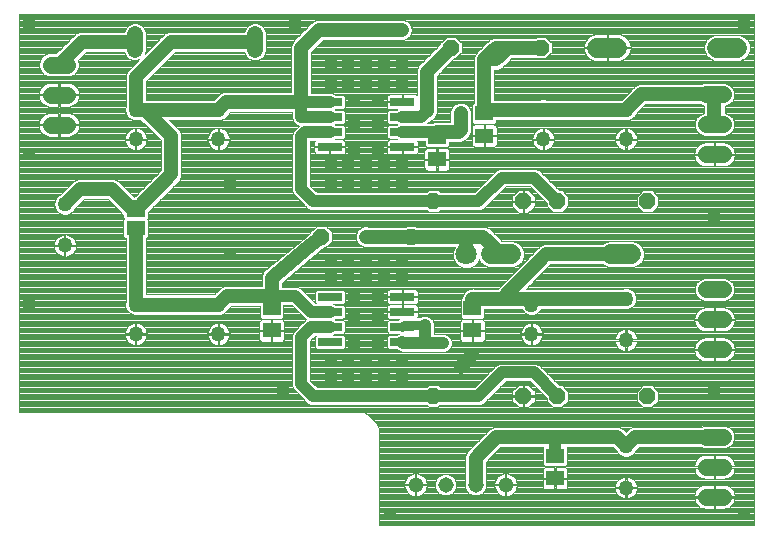
<source format=gtl>
G75*
%MOIN*%
%OFA0B0*%
%FSLAX25Y25*%
%IPPOS*%
%LPD*%
%AMOC8*
5,1,8,0,0,1.08239X$1,22.5*
%
%ADD10R,0.08000X0.02600*%
%ADD11OC8,0.05200*%
%ADD12C,0.05000*%
%ADD13C,0.05600*%
%ADD14R,0.06300X0.04600*%
%ADD15C,0.05150*%
%ADD16R,0.05906X0.05118*%
%ADD17C,0.06600*%
%ADD18C,0.05200*%
%ADD19C,0.04724*%
%ADD20C,0.00394*%
%ADD21R,0.03962X0.03962*%
%ADD22C,0.03937*%
%ADD23C,0.03962*%
%ADD24C,0.04750*%
%ADD25C,0.07087*%
%ADD26C,0.03150*%
D10*
X0110024Y0066531D03*
X0110024Y0071531D03*
X0110024Y0076531D03*
X0110024Y0081531D03*
X0134224Y0081531D03*
X0134224Y0076531D03*
X0134224Y0071531D03*
X0134224Y0066531D03*
X0134224Y0131492D03*
X0134224Y0136492D03*
X0134224Y0141492D03*
X0134224Y0146492D03*
X0110024Y0146492D03*
X0110024Y0141492D03*
X0110024Y0136492D03*
X0110024Y0131492D03*
D11*
X0144526Y0113402D03*
X0137124Y0101591D03*
X0107124Y0101591D03*
X0174526Y0113402D03*
X0185864Y0113402D03*
X0215864Y0113402D03*
X0180431Y0164583D03*
X0150431Y0164583D03*
X0144526Y0048441D03*
X0174526Y0048441D03*
X0185864Y0048441D03*
X0215864Y0048441D03*
D12*
X0208738Y0031709D03*
X0208738Y0017929D03*
X0208738Y0067142D03*
X0208738Y0080921D03*
X0177242Y0078953D03*
X0177242Y0069110D03*
X0181179Y0134071D03*
X0181179Y0143913D03*
X0208738Y0143913D03*
X0208738Y0134071D03*
X0072912Y0134071D03*
X0072912Y0143913D03*
X0045353Y0143913D03*
X0045353Y0134071D03*
X0021731Y0112417D03*
X0021731Y0098638D03*
X0045353Y0078953D03*
X0045353Y0069110D03*
X0072912Y0069110D03*
X0072912Y0078953D03*
D13*
X0022562Y0138835D02*
X0016962Y0138835D01*
X0016962Y0148835D02*
X0022562Y0148835D01*
X0022562Y0158835D02*
X0016962Y0158835D01*
X0235466Y0148992D02*
X0241066Y0148992D01*
X0241066Y0138992D02*
X0235466Y0138992D01*
X0235466Y0128992D02*
X0241066Y0128992D01*
X0241066Y0084031D02*
X0235466Y0084031D01*
X0235466Y0074031D02*
X0241066Y0074031D01*
X0241066Y0064031D02*
X0235466Y0064031D01*
X0235466Y0034819D02*
X0241066Y0034819D01*
X0241066Y0024819D02*
X0235466Y0024819D01*
X0235466Y0014819D02*
X0241066Y0014819D01*
D14*
X0045353Y0104496D03*
X0045353Y0110496D03*
D15*
X0138620Y0018913D03*
X0148620Y0018913D03*
X0158620Y0018913D03*
X0168620Y0018913D03*
D16*
X0185116Y0021079D03*
X0185116Y0028559D03*
X0157557Y0070291D03*
X0157557Y0077772D03*
X0090628Y0077772D03*
X0090628Y0070291D03*
X0145746Y0127378D03*
X0145746Y0134858D03*
X0161494Y0135252D03*
X0161494Y0142732D03*
D17*
X0199218Y0164583D02*
X0205818Y0164583D01*
X0239218Y0164583D02*
X0245818Y0164583D01*
X0210385Y0095685D02*
X0203785Y0095685D01*
X0170385Y0095685D02*
X0163785Y0095685D01*
D18*
X0085038Y0163951D02*
X0085038Y0169151D01*
X0045038Y0169151D02*
X0045038Y0163951D01*
D19*
X0045038Y0166551D02*
X0027479Y0166551D01*
X0019762Y0158835D01*
X0045353Y0154740D02*
X0045353Y0143913D01*
X0048305Y0143913D01*
X0057164Y0135055D01*
X0057164Y0122307D01*
X0046290Y0111433D01*
X0043384Y0111433D01*
X0037479Y0117339D01*
X0026652Y0117339D01*
X0021731Y0112417D01*
X0045353Y0104496D02*
X0045353Y0078953D01*
X0072912Y0078953D01*
X0075864Y0081906D01*
X0090628Y0081906D01*
X0090628Y0087811D01*
X0102439Y0097654D01*
X0107124Y0101591D01*
X0122124Y0101591D02*
X0137124Y0101591D01*
X0155589Y0101591D01*
X0155589Y0095685D01*
X0155589Y0101591D02*
X0161179Y0101591D01*
X0167085Y0095685D01*
X0167400Y0080921D02*
X0182164Y0095685D01*
X0207085Y0095685D01*
X0208738Y0080921D02*
X0177242Y0080921D01*
X0167400Y0080921D01*
X0158738Y0080921D01*
X0157557Y0080921D01*
X0158275Y0079670D01*
X0158269Y0079670D01*
X0157557Y0077772D01*
X0157557Y0079937D01*
X0177242Y0080921D02*
X0177242Y0078953D01*
X0157557Y0062220D02*
X0153620Y0058283D01*
X0165431Y0034661D02*
X0185116Y0034661D01*
X0205786Y0034661D01*
X0208738Y0031709D01*
X0211849Y0034819D01*
X0238266Y0034819D01*
X0165431Y0034661D02*
X0158620Y0027850D01*
X0158620Y0018913D01*
X0145746Y0134858D02*
X0145746Y0136492D01*
X0153089Y0136492D01*
X0153620Y0137024D01*
X0153620Y0142929D01*
X0161494Y0142732D02*
X0161494Y0160646D01*
X0165431Y0160646D01*
X0169368Y0164583D01*
X0165431Y0164583D01*
X0161494Y0160646D01*
X0169368Y0164583D02*
X0180431Y0164583D01*
X0181179Y0143913D02*
X0162675Y0143913D01*
X0161494Y0142732D01*
X0142341Y0143461D02*
X0142341Y0156492D01*
X0150431Y0164583D01*
X0133935Y0170488D02*
X0128030Y0170488D01*
X0106376Y0170488D01*
X0100471Y0164583D01*
X0100471Y0146492D01*
X0075490Y0146492D01*
X0072912Y0143913D01*
X0045353Y0143913D01*
X0045353Y0154740D02*
X0057164Y0166551D01*
X0085038Y0166551D01*
X0181179Y0143913D02*
X0208738Y0143913D01*
X0213817Y0148992D01*
X0238266Y0148992D01*
X0238266Y0138992D01*
D20*
X0006439Y0175937D02*
X0006439Y0042992D01*
X0121030Y0042992D01*
X0122645Y0042323D01*
X0125849Y0039119D01*
X0126518Y0037504D01*
X0126518Y0005591D01*
X0251589Y0005591D01*
X0251589Y0175937D01*
X0006439Y0175937D01*
X0006439Y0175567D02*
X0251589Y0175567D01*
X0251589Y0175175D02*
X0006439Y0175175D01*
X0006439Y0174783D02*
X0251589Y0174783D01*
X0251589Y0174391D02*
X0006439Y0174391D01*
X0006439Y0173999D02*
X0251589Y0173999D01*
X0251589Y0173606D02*
X0135185Y0173606D01*
X0134603Y0173847D02*
X0105708Y0173847D01*
X0104473Y0173336D01*
X0098568Y0167430D01*
X0097623Y0166485D01*
X0097112Y0165251D01*
X0097112Y0149851D01*
X0074822Y0149851D01*
X0073588Y0149340D01*
X0071520Y0147272D01*
X0048712Y0147272D01*
X0048712Y0153349D01*
X0058555Y0163192D01*
X0081459Y0163192D01*
X0081988Y0161914D01*
X0083000Y0160902D01*
X0084322Y0160354D01*
X0085753Y0160354D01*
X0087075Y0160902D01*
X0088087Y0161914D01*
X0088634Y0163236D01*
X0088634Y0169867D01*
X0088087Y0171189D01*
X0087075Y0172200D01*
X0085753Y0172748D01*
X0084322Y0172748D01*
X0083000Y0172200D01*
X0081988Y0171189D01*
X0081459Y0169910D01*
X0056495Y0169910D01*
X0055261Y0169399D01*
X0048307Y0162445D01*
X0048634Y0163236D01*
X0048634Y0169867D01*
X0048087Y0171189D01*
X0047075Y0172200D01*
X0045753Y0172748D01*
X0044322Y0172748D01*
X0043000Y0172200D01*
X0041988Y0171189D01*
X0041459Y0169910D01*
X0026810Y0169910D01*
X0025576Y0169399D01*
X0018808Y0162631D01*
X0016207Y0162631D01*
X0014811Y0162053D01*
X0013743Y0160985D01*
X0013165Y0159590D01*
X0013165Y0158079D01*
X0013743Y0156684D01*
X0014811Y0155616D01*
X0016207Y0155038D01*
X0023317Y0155038D01*
X0024713Y0155616D01*
X0025781Y0156684D01*
X0026359Y0158079D01*
X0026359Y0159590D01*
X0026039Y0160361D01*
X0028870Y0163192D01*
X0041459Y0163192D01*
X0041988Y0161914D01*
X0043000Y0160902D01*
X0044322Y0160354D01*
X0045753Y0160354D01*
X0046544Y0160682D01*
X0043450Y0157588D01*
X0042505Y0156643D01*
X0041994Y0155408D01*
X0041994Y0144942D01*
X0041856Y0144609D01*
X0041856Y0143218D01*
X0042388Y0141933D01*
X0043372Y0140949D01*
X0044657Y0140417D01*
X0046048Y0140417D01*
X0046381Y0140554D01*
X0046914Y0140554D01*
X0053805Y0133664D01*
X0053805Y0123698D01*
X0044898Y0114792D01*
X0044775Y0114792D01*
X0040326Y0119241D01*
X0039381Y0120186D01*
X0038147Y0120698D01*
X0025984Y0120698D01*
X0024749Y0120186D01*
X0023804Y0119241D01*
X0020082Y0115520D01*
X0019750Y0115382D01*
X0018766Y0114398D01*
X0018234Y0113113D01*
X0018234Y0111722D01*
X0018766Y0110437D01*
X0019750Y0109453D01*
X0021035Y0108920D01*
X0022426Y0108920D01*
X0023711Y0109453D01*
X0024695Y0110437D01*
X0024833Y0110769D01*
X0028043Y0113980D01*
X0036087Y0113980D01*
X0041206Y0108861D01*
X0041206Y0107783D01*
X0041493Y0107496D01*
X0041206Y0107209D01*
X0041206Y0101783D01*
X0041790Y0101199D01*
X0041994Y0101199D01*
X0041994Y0079981D01*
X0041856Y0079648D01*
X0041856Y0078257D01*
X0042388Y0076972D01*
X0043372Y0075988D01*
X0044657Y0075456D01*
X0046048Y0075456D01*
X0046381Y0075594D01*
X0071883Y0075594D01*
X0072216Y0075456D01*
X0073607Y0075456D01*
X0074892Y0075988D01*
X0075876Y0076972D01*
X0076014Y0077305D01*
X0077256Y0078546D01*
X0086679Y0078546D01*
X0086679Y0074800D01*
X0087262Y0074216D01*
X0093994Y0074216D01*
X0094578Y0074800D01*
X0094578Y0078940D01*
X0097274Y0078940D01*
X0102183Y0074031D01*
X0098791Y0070640D01*
X0097957Y0069806D01*
X0097505Y0068716D01*
X0097505Y0051788D01*
X0097957Y0050698D01*
X0102728Y0045927D01*
X0103818Y0045476D01*
X0142404Y0045476D01*
X0143036Y0044844D01*
X0146016Y0044844D01*
X0146647Y0045476D01*
X0160116Y0045476D01*
X0161206Y0045927D01*
X0168628Y0053350D01*
X0176762Y0053350D01*
X0182268Y0047844D01*
X0182268Y0046951D01*
X0184375Y0044844D01*
X0187354Y0044844D01*
X0189461Y0046951D01*
X0189461Y0049931D01*
X0187354Y0052038D01*
X0186461Y0052038D01*
X0179670Y0058829D01*
X0178580Y0059280D01*
X0166810Y0059280D01*
X0165720Y0058829D01*
X0164886Y0057995D01*
X0158298Y0051406D01*
X0146647Y0051406D01*
X0146016Y0052038D01*
X0143036Y0052038D01*
X0142404Y0051406D01*
X0105636Y0051406D01*
X0103436Y0053606D01*
X0103436Y0066898D01*
X0105104Y0068566D01*
X0105349Y0068566D01*
X0105027Y0068244D01*
X0105027Y0064819D01*
X0105611Y0064235D01*
X0114437Y0064235D01*
X0115021Y0064819D01*
X0115021Y0068244D01*
X0114437Y0068828D01*
X0111247Y0068828D01*
X0111704Y0069018D01*
X0111921Y0069235D01*
X0114437Y0069235D01*
X0115021Y0069819D01*
X0115021Y0073244D01*
X0114437Y0073828D01*
X0111921Y0073828D01*
X0111718Y0074031D01*
X0111921Y0074235D01*
X0114437Y0074235D01*
X0115021Y0074819D01*
X0115021Y0078244D01*
X0114437Y0078828D01*
X0111921Y0078828D01*
X0111704Y0079045D01*
X0111247Y0079235D01*
X0114437Y0079235D01*
X0115021Y0079819D01*
X0115021Y0083244D01*
X0114437Y0083828D01*
X0105611Y0083828D01*
X0105027Y0083244D01*
X0105027Y0079819D01*
X0105349Y0079497D01*
X0105104Y0079497D01*
X0101016Y0083585D01*
X0100182Y0084419D01*
X0099092Y0084871D01*
X0093987Y0084871D01*
X0093987Y0086238D01*
X0104082Y0094650D01*
X0104089Y0094652D01*
X0104597Y0095079D01*
X0105103Y0095501D01*
X0105106Y0095507D01*
X0108065Y0097994D01*
X0108614Y0097994D01*
X0110721Y0100101D01*
X0110721Y0103080D01*
X0108614Y0105187D01*
X0105634Y0105187D01*
X0103527Y0103080D01*
X0103527Y0102956D01*
X0100283Y0100229D01*
X0088870Y0090719D01*
X0088725Y0090659D01*
X0088361Y0090294D01*
X0087964Y0089964D01*
X0087892Y0089825D01*
X0087780Y0089714D01*
X0087583Y0089237D01*
X0087343Y0088781D01*
X0087329Y0088624D01*
X0087269Y0088479D01*
X0087269Y0087963D01*
X0087222Y0087450D01*
X0087269Y0087300D01*
X0087269Y0085265D01*
X0075196Y0085265D01*
X0073962Y0084753D01*
X0071520Y0082312D01*
X0048712Y0082312D01*
X0048712Y0101199D01*
X0048915Y0101199D01*
X0049499Y0101783D01*
X0049499Y0107209D01*
X0049212Y0107496D01*
X0049499Y0107783D01*
X0049499Y0109892D01*
X0060011Y0120404D01*
X0060523Y0121639D01*
X0060523Y0135723D01*
X0060011Y0136958D01*
X0059066Y0137903D01*
X0056415Y0140554D01*
X0071883Y0140554D01*
X0072216Y0140417D01*
X0073607Y0140417D01*
X0074892Y0140949D01*
X0075876Y0141933D01*
X0076014Y0142265D01*
X0076882Y0143133D01*
X0097505Y0143133D01*
X0097505Y0140902D01*
X0097957Y0139812D01*
X0098791Y0138978D01*
X0099787Y0138565D01*
X0098791Y0137569D01*
X0097957Y0136735D01*
X0097505Y0135645D01*
X0097505Y0116749D01*
X0097957Y0115659D01*
X0102728Y0110888D01*
X0103818Y0110436D01*
X0142404Y0110436D01*
X0143036Y0109805D01*
X0146016Y0109805D01*
X0146647Y0110436D01*
X0160116Y0110436D01*
X0161206Y0110888D01*
X0168628Y0118310D01*
X0176762Y0118310D01*
X0182268Y0112805D01*
X0182268Y0111912D01*
X0184375Y0109805D01*
X0187354Y0109805D01*
X0189461Y0111912D01*
X0189461Y0114891D01*
X0187354Y0116998D01*
X0186461Y0116998D01*
X0179670Y0123789D01*
X0178580Y0124241D01*
X0166810Y0124241D01*
X0165720Y0123789D01*
X0164886Y0122955D01*
X0158298Y0116367D01*
X0146647Y0116367D01*
X0146016Y0116998D01*
X0143036Y0116998D01*
X0142404Y0116367D01*
X0105636Y0116367D01*
X0103436Y0118567D01*
X0103436Y0133527D01*
X0105066Y0133527D01*
X0104909Y0133254D01*
X0104827Y0132950D01*
X0104827Y0131689D01*
X0109827Y0131689D01*
X0109827Y0131295D01*
X0104827Y0131295D01*
X0104827Y0130035D01*
X0104909Y0129730D01*
X0105066Y0129457D01*
X0105289Y0129234D01*
X0105562Y0129077D01*
X0105867Y0128995D01*
X0109827Y0128995D01*
X0109827Y0131295D01*
X0110221Y0131295D01*
X0110221Y0128995D01*
X0114182Y0128995D01*
X0114486Y0129077D01*
X0114759Y0129234D01*
X0114982Y0129457D01*
X0115140Y0129730D01*
X0115221Y0130035D01*
X0115221Y0131295D01*
X0110221Y0131295D01*
X0110221Y0131689D01*
X0115221Y0131689D01*
X0115221Y0132950D01*
X0115140Y0133254D01*
X0114982Y0133527D01*
X0114759Y0133750D01*
X0114486Y0133907D01*
X0114182Y0133989D01*
X0111715Y0133989D01*
X0111921Y0134195D01*
X0114437Y0134195D01*
X0115021Y0134779D01*
X0115021Y0138205D01*
X0114437Y0138789D01*
X0111921Y0138789D01*
X0111718Y0138992D01*
X0111921Y0139195D01*
X0114437Y0139195D01*
X0115021Y0139779D01*
X0115021Y0143205D01*
X0114437Y0143789D01*
X0111921Y0143789D01*
X0111718Y0143992D01*
X0111921Y0144195D01*
X0114437Y0144195D01*
X0115021Y0144779D01*
X0115021Y0148205D01*
X0114437Y0148789D01*
X0111921Y0148789D01*
X0111704Y0149006D01*
X0110614Y0149457D01*
X0103830Y0149457D01*
X0103830Y0163191D01*
X0107768Y0167129D01*
X0134603Y0167129D01*
X0135838Y0167641D01*
X0136783Y0168585D01*
X0137294Y0169820D01*
X0137294Y0171156D01*
X0136783Y0172391D01*
X0135838Y0173336D01*
X0134603Y0173847D01*
X0135960Y0173214D02*
X0251589Y0173214D01*
X0251589Y0172822D02*
X0136352Y0172822D01*
X0136744Y0172430D02*
X0251589Y0172430D01*
X0251589Y0172038D02*
X0136929Y0172038D01*
X0137092Y0171645D02*
X0251589Y0171645D01*
X0251589Y0171253D02*
X0137254Y0171253D01*
X0137294Y0170861D02*
X0251589Y0170861D01*
X0251589Y0170469D02*
X0137294Y0170469D01*
X0137294Y0170077D02*
X0251589Y0170077D01*
X0251589Y0169684D02*
X0137238Y0169684D01*
X0137076Y0169292D02*
X0251589Y0169292D01*
X0251589Y0168900D02*
X0207083Y0168900D01*
X0206871Y0168969D02*
X0206172Y0169080D01*
X0202715Y0169080D01*
X0202715Y0164780D01*
X0202321Y0164780D01*
X0202321Y0169080D01*
X0198864Y0169080D01*
X0198165Y0168969D01*
X0197492Y0168750D01*
X0196861Y0168429D01*
X0196288Y0168013D01*
X0195788Y0167512D01*
X0195372Y0166940D01*
X0195051Y0166309D01*
X0194832Y0165636D01*
X0194721Y0164937D01*
X0194721Y0164780D01*
X0202321Y0164780D01*
X0202321Y0164386D01*
X0194721Y0164386D01*
X0194721Y0164229D01*
X0194832Y0163530D01*
X0195051Y0162856D01*
X0195372Y0162226D01*
X0195788Y0161653D01*
X0196288Y0161153D01*
X0196861Y0160737D01*
X0197492Y0160415D01*
X0198165Y0160197D01*
X0198864Y0160086D01*
X0202321Y0160086D01*
X0202321Y0164386D01*
X0202715Y0164386D01*
X0202715Y0164780D01*
X0210315Y0164780D01*
X0210315Y0164937D01*
X0210204Y0165636D01*
X0209985Y0166309D01*
X0209664Y0166940D01*
X0209248Y0167512D01*
X0208747Y0168013D01*
X0208175Y0168429D01*
X0207544Y0168750D01*
X0206871Y0168969D01*
X0208020Y0168508D02*
X0237466Y0168508D01*
X0236784Y0168225D02*
X0235575Y0167017D01*
X0234921Y0165437D01*
X0234921Y0163728D01*
X0235575Y0162149D01*
X0236784Y0160940D01*
X0238363Y0160286D01*
X0246673Y0160286D01*
X0248252Y0160940D01*
X0249461Y0162149D01*
X0250115Y0163728D01*
X0250115Y0165437D01*
X0249461Y0167017D01*
X0248252Y0168225D01*
X0246673Y0168880D01*
X0238363Y0168880D01*
X0236784Y0168225D01*
X0236674Y0168115D02*
X0208606Y0168115D01*
X0209037Y0167723D02*
X0236282Y0167723D01*
X0235890Y0167331D02*
X0209380Y0167331D01*
X0209664Y0166939D02*
X0235543Y0166939D01*
X0235381Y0166547D02*
X0209864Y0166547D01*
X0210036Y0166154D02*
X0235218Y0166154D01*
X0235056Y0165762D02*
X0210163Y0165762D01*
X0210246Y0165370D02*
X0234921Y0165370D01*
X0234921Y0164978D02*
X0210308Y0164978D01*
X0210315Y0164386D02*
X0202715Y0164386D01*
X0202715Y0160086D01*
X0206172Y0160086D01*
X0206871Y0160197D01*
X0207544Y0160415D01*
X0208175Y0160737D01*
X0208747Y0161153D01*
X0209248Y0161653D01*
X0209664Y0162226D01*
X0209985Y0162856D01*
X0210204Y0163530D01*
X0210315Y0164229D01*
X0210315Y0164386D01*
X0210309Y0164193D02*
X0234921Y0164193D01*
X0234921Y0163801D02*
X0210247Y0163801D01*
X0210165Y0163409D02*
X0235053Y0163409D01*
X0235216Y0163017D02*
X0210037Y0163017D01*
X0209867Y0162624D02*
X0235378Y0162624D01*
X0235541Y0162232D02*
X0209667Y0162232D01*
X0209384Y0161840D02*
X0235884Y0161840D01*
X0236276Y0161448D02*
X0209043Y0161448D01*
X0208614Y0161056D02*
X0236668Y0161056D01*
X0237452Y0160663D02*
X0208031Y0160663D01*
X0207101Y0160271D02*
X0251589Y0160271D01*
X0251589Y0159879D02*
X0169415Y0159879D01*
X0169023Y0159487D02*
X0251589Y0159487D01*
X0251589Y0159095D02*
X0168631Y0159095D01*
X0168238Y0158702D02*
X0251589Y0158702D01*
X0251589Y0158310D02*
X0167846Y0158310D01*
X0167454Y0157918D02*
X0251589Y0157918D01*
X0251589Y0157526D02*
X0166677Y0157526D01*
X0166099Y0157287D02*
X0167334Y0157798D01*
X0170760Y0161224D01*
X0178704Y0161224D01*
X0178941Y0160986D01*
X0181921Y0160986D01*
X0184028Y0163093D01*
X0184028Y0166073D01*
X0181921Y0168180D01*
X0178941Y0168180D01*
X0178704Y0167942D01*
X0166132Y0167942D01*
X0166102Y0167954D01*
X0164761Y0167954D01*
X0163521Y0167441D01*
X0162573Y0166493D01*
X0162560Y0166462D01*
X0159592Y0163493D01*
X0158647Y0162548D01*
X0158135Y0161314D01*
X0158135Y0146288D01*
X0158129Y0146288D01*
X0157545Y0145704D01*
X0157545Y0139760D01*
X0158129Y0139176D01*
X0164860Y0139176D01*
X0165444Y0139760D01*
X0165444Y0140554D01*
X0180151Y0140554D01*
X0180484Y0140417D01*
X0181875Y0140417D01*
X0182208Y0140554D01*
X0207710Y0140554D01*
X0208043Y0140417D01*
X0209434Y0140417D01*
X0210719Y0140949D01*
X0211703Y0141933D01*
X0211841Y0142265D01*
X0215209Y0145633D01*
X0233654Y0145633D01*
X0234711Y0145195D01*
X0234907Y0145195D01*
X0234907Y0142789D01*
X0234711Y0142789D01*
X0233315Y0142211D01*
X0232247Y0141143D01*
X0231669Y0139747D01*
X0231669Y0138237D01*
X0232247Y0136841D01*
X0233315Y0135773D01*
X0234711Y0135195D01*
X0241821Y0135195D01*
X0243217Y0135773D01*
X0244285Y0136841D01*
X0244863Y0138237D01*
X0244863Y0139747D01*
X0244285Y0141143D01*
X0243217Y0142211D01*
X0241821Y0142789D01*
X0241625Y0142789D01*
X0241625Y0145195D01*
X0241821Y0145195D01*
X0243217Y0145773D01*
X0244285Y0146841D01*
X0244863Y0148237D01*
X0244863Y0149747D01*
X0244285Y0151143D01*
X0243217Y0152211D01*
X0241821Y0152789D01*
X0234711Y0152789D01*
X0233654Y0152351D01*
X0213149Y0152351D01*
X0211914Y0151840D01*
X0207347Y0147272D01*
X0182208Y0147272D01*
X0181875Y0147410D01*
X0180484Y0147410D01*
X0180151Y0147272D01*
X0164853Y0147272D01*
X0164853Y0157287D01*
X0166099Y0157287D01*
X0164853Y0157134D02*
X0251589Y0157134D01*
X0251589Y0156741D02*
X0164853Y0156741D01*
X0164853Y0156349D02*
X0251589Y0156349D01*
X0251589Y0155957D02*
X0164853Y0155957D01*
X0164853Y0155565D02*
X0251589Y0155565D01*
X0251589Y0155172D02*
X0164853Y0155172D01*
X0164853Y0154780D02*
X0251589Y0154780D01*
X0251589Y0154388D02*
X0164853Y0154388D01*
X0164853Y0153996D02*
X0251589Y0153996D01*
X0251589Y0153604D02*
X0164853Y0153604D01*
X0164853Y0153211D02*
X0251589Y0153211D01*
X0251589Y0152819D02*
X0164853Y0152819D01*
X0164853Y0152427D02*
X0233837Y0152427D01*
X0234296Y0145367D02*
X0214943Y0145367D01*
X0214550Y0144975D02*
X0234907Y0144975D01*
X0234907Y0144583D02*
X0214158Y0144583D01*
X0213766Y0144191D02*
X0234907Y0144191D01*
X0234907Y0143798D02*
X0213374Y0143798D01*
X0212982Y0143406D02*
X0234907Y0143406D01*
X0234907Y0143014D02*
X0212589Y0143014D01*
X0212197Y0142622D02*
X0234307Y0142622D01*
X0233360Y0142229D02*
X0211826Y0142229D01*
X0211608Y0141837D02*
X0232942Y0141837D01*
X0232549Y0141445D02*
X0211215Y0141445D01*
X0210823Y0141053D02*
X0232210Y0141053D01*
X0232047Y0140661D02*
X0210023Y0140661D01*
X0209103Y0137768D02*
X0208935Y0137768D01*
X0208935Y0134268D01*
X0208542Y0134268D01*
X0208542Y0137768D01*
X0208374Y0137768D01*
X0207660Y0137626D01*
X0206987Y0137347D01*
X0206382Y0136942D01*
X0205867Y0136427D01*
X0205462Y0135822D01*
X0205184Y0135149D01*
X0205042Y0134435D01*
X0205042Y0134268D01*
X0208541Y0134268D01*
X0208541Y0133874D01*
X0205042Y0133874D01*
X0205042Y0133707D01*
X0205184Y0132993D01*
X0205462Y0132320D01*
X0205867Y0131714D01*
X0206382Y0131199D01*
X0206987Y0130795D01*
X0207660Y0130516D01*
X0208374Y0130374D01*
X0208542Y0130374D01*
X0208542Y0133874D01*
X0208935Y0133874D01*
X0208935Y0130374D01*
X0209103Y0130374D01*
X0209817Y0130516D01*
X0210490Y0130795D01*
X0211095Y0131199D01*
X0211610Y0131714D01*
X0212014Y0132320D01*
X0212293Y0132993D01*
X0212435Y0133707D01*
X0212435Y0133874D01*
X0208935Y0133874D01*
X0208935Y0134268D01*
X0212435Y0134268D01*
X0212435Y0134435D01*
X0212293Y0135149D01*
X0212014Y0135822D01*
X0211610Y0136427D01*
X0211095Y0136942D01*
X0210490Y0137347D01*
X0209817Y0137626D01*
X0209103Y0137768D01*
X0208935Y0137523D02*
X0208542Y0137523D01*
X0208542Y0137131D02*
X0208935Y0137131D01*
X0208935Y0136738D02*
X0208542Y0136738D01*
X0208542Y0136346D02*
X0208935Y0136346D01*
X0208935Y0135954D02*
X0208542Y0135954D01*
X0208542Y0135562D02*
X0208935Y0135562D01*
X0208935Y0135170D02*
X0208542Y0135170D01*
X0208542Y0134777D02*
X0208935Y0134777D01*
X0208935Y0134385D02*
X0208542Y0134385D01*
X0208541Y0133993D02*
X0181376Y0133993D01*
X0181376Y0133874D02*
X0181376Y0134268D01*
X0180982Y0134268D01*
X0180982Y0133874D01*
X0177482Y0133874D01*
X0177482Y0133707D01*
X0177625Y0132993D01*
X0177903Y0132320D01*
X0178308Y0131714D01*
X0178823Y0131199D01*
X0179428Y0130795D01*
X0180101Y0130516D01*
X0180815Y0130374D01*
X0180982Y0130374D01*
X0180982Y0133874D01*
X0181376Y0133874D01*
X0181376Y0130374D01*
X0181543Y0130374D01*
X0182258Y0130516D01*
X0182930Y0130795D01*
X0183536Y0131199D01*
X0184051Y0131714D01*
X0184455Y0132320D01*
X0184734Y0132993D01*
X0184876Y0133707D01*
X0184876Y0133874D01*
X0181376Y0133874D01*
X0181376Y0133601D02*
X0180982Y0133601D01*
X0180982Y0133993D02*
X0165644Y0133993D01*
X0165644Y0133601D02*
X0177504Y0133601D01*
X0177582Y0133209D02*
X0165644Y0133209D01*
X0165644Y0132816D02*
X0177698Y0132816D01*
X0177860Y0132424D02*
X0165614Y0132424D01*
X0165644Y0132535D02*
X0165562Y0132231D01*
X0165405Y0131958D01*
X0165182Y0131735D01*
X0164909Y0131578D01*
X0164605Y0131496D01*
X0161691Y0131496D01*
X0161691Y0135055D01*
X0161297Y0135055D01*
X0157345Y0135055D01*
X0157345Y0132535D01*
X0157426Y0132231D01*
X0157584Y0131958D01*
X0157807Y0131735D01*
X0158080Y0131578D01*
X0158384Y0131496D01*
X0161297Y0131496D01*
X0161297Y0135055D01*
X0161297Y0135449D01*
X0157345Y0135449D01*
X0157345Y0137969D01*
X0157426Y0138273D01*
X0157584Y0138546D01*
X0157807Y0138769D01*
X0158080Y0138926D01*
X0158384Y0139008D01*
X0161297Y0139008D01*
X0161297Y0135449D01*
X0161691Y0135449D01*
X0161691Y0139008D01*
X0164605Y0139008D01*
X0164909Y0138926D01*
X0165182Y0138769D01*
X0165405Y0138546D01*
X0165562Y0138273D01*
X0165644Y0137969D01*
X0165644Y0135449D01*
X0161691Y0135449D01*
X0161691Y0135055D01*
X0165644Y0135055D01*
X0165644Y0132535D01*
X0165447Y0132032D02*
X0178096Y0132032D01*
X0178382Y0131640D02*
X0165017Y0131640D01*
X0165644Y0134385D02*
X0177482Y0134385D01*
X0177482Y0134435D02*
X0177482Y0134268D01*
X0180982Y0134268D01*
X0180982Y0137768D01*
X0180815Y0137768D01*
X0180101Y0137626D01*
X0179428Y0137347D01*
X0178823Y0136942D01*
X0178308Y0136427D01*
X0177903Y0135822D01*
X0177625Y0135149D01*
X0177482Y0134435D01*
X0177551Y0134777D02*
X0165644Y0134777D01*
X0165644Y0135562D02*
X0177795Y0135562D01*
X0177633Y0135170D02*
X0161691Y0135170D01*
X0161691Y0135562D02*
X0161297Y0135562D01*
X0161297Y0135954D02*
X0161691Y0135954D01*
X0161691Y0136346D02*
X0161297Y0136346D01*
X0161297Y0136738D02*
X0161691Y0136738D01*
X0161691Y0137131D02*
X0161297Y0137131D01*
X0161297Y0137523D02*
X0161691Y0137523D01*
X0161691Y0137915D02*
X0161297Y0137915D01*
X0161297Y0138307D02*
X0161691Y0138307D01*
X0161691Y0138700D02*
X0161297Y0138700D01*
X0157737Y0138700D02*
X0156979Y0138700D01*
X0156979Y0139092D02*
X0231669Y0139092D01*
X0231669Y0139484D02*
X0165168Y0139484D01*
X0165444Y0139876D02*
X0231722Y0139876D01*
X0231885Y0140268D02*
X0165444Y0140268D01*
X0165251Y0138700D02*
X0231669Y0138700D01*
X0231669Y0138307D02*
X0165543Y0138307D01*
X0165644Y0137915D02*
X0231802Y0137915D01*
X0231965Y0137523D02*
X0210065Y0137523D01*
X0210813Y0137131D02*
X0232127Y0137131D01*
X0232350Y0136738D02*
X0211299Y0136738D01*
X0211664Y0136346D02*
X0232742Y0136346D01*
X0233134Y0135954D02*
X0211926Y0135954D01*
X0212122Y0135562D02*
X0233826Y0135562D01*
X0234300Y0132835D02*
X0233573Y0132534D01*
X0232918Y0132097D01*
X0232361Y0131540D01*
X0231924Y0130885D01*
X0231623Y0130158D01*
X0231469Y0129386D01*
X0231469Y0129189D01*
X0238069Y0129189D01*
X0238069Y0128795D01*
X0238463Y0128795D01*
X0238463Y0124995D01*
X0241460Y0124995D01*
X0242232Y0125149D01*
X0242959Y0125450D01*
X0243614Y0125888D01*
X0244171Y0126444D01*
X0244608Y0127099D01*
X0244909Y0127826D01*
X0245063Y0128598D01*
X0245063Y0128795D01*
X0238463Y0128795D01*
X0238463Y0129189D01*
X0245063Y0129189D01*
X0245063Y0129386D01*
X0244909Y0130158D01*
X0244608Y0130885D01*
X0244171Y0131540D01*
X0243614Y0132097D01*
X0242959Y0132534D01*
X0242232Y0132835D01*
X0241460Y0132989D01*
X0238463Y0132989D01*
X0238463Y0129189D01*
X0238069Y0129189D01*
X0238069Y0132989D01*
X0235072Y0132989D01*
X0234300Y0132835D01*
X0234254Y0132816D02*
X0212220Y0132816D01*
X0212336Y0133209D02*
X0251589Y0133209D01*
X0251589Y0133601D02*
X0212414Y0133601D01*
X0212435Y0134385D02*
X0251589Y0134385D01*
X0251589Y0133993D02*
X0208935Y0133993D01*
X0208935Y0133601D02*
X0208542Y0133601D01*
X0208542Y0133209D02*
X0208935Y0133209D01*
X0208935Y0132816D02*
X0208542Y0132816D01*
X0208542Y0132424D02*
X0208935Y0132424D01*
X0208935Y0132032D02*
X0208542Y0132032D01*
X0208542Y0131640D02*
X0208935Y0131640D01*
X0208935Y0131248D02*
X0208542Y0131248D01*
X0208542Y0130855D02*
X0208935Y0130855D01*
X0208935Y0130463D02*
X0208542Y0130463D01*
X0207926Y0130463D02*
X0181991Y0130463D01*
X0181376Y0130463D02*
X0180982Y0130463D01*
X0180982Y0130855D02*
X0181376Y0130855D01*
X0181376Y0131248D02*
X0180982Y0131248D01*
X0180982Y0131640D02*
X0181376Y0131640D01*
X0181376Y0132032D02*
X0180982Y0132032D01*
X0180982Y0132424D02*
X0181376Y0132424D01*
X0181376Y0132816D02*
X0180982Y0132816D01*
X0180982Y0133209D02*
X0181376Y0133209D01*
X0181376Y0134268D02*
X0184876Y0134268D01*
X0184876Y0134435D01*
X0184734Y0135149D01*
X0184455Y0135822D01*
X0184051Y0136427D01*
X0183536Y0136942D01*
X0182930Y0137347D01*
X0182258Y0137626D01*
X0181543Y0137768D01*
X0181376Y0137768D01*
X0181376Y0134268D01*
X0181376Y0134385D02*
X0180982Y0134385D01*
X0180982Y0134777D02*
X0181376Y0134777D01*
X0181376Y0135170D02*
X0180982Y0135170D01*
X0180982Y0135562D02*
X0181376Y0135562D01*
X0181376Y0135954D02*
X0180982Y0135954D01*
X0180982Y0136346D02*
X0181376Y0136346D01*
X0181376Y0136738D02*
X0180982Y0136738D01*
X0180982Y0137131D02*
X0181376Y0137131D01*
X0181376Y0137523D02*
X0180982Y0137523D01*
X0179853Y0137523D02*
X0165644Y0137523D01*
X0165644Y0137131D02*
X0179105Y0137131D01*
X0178619Y0136738D02*
X0165644Y0136738D01*
X0165644Y0136346D02*
X0178254Y0136346D01*
X0177991Y0135954D02*
X0165644Y0135954D01*
X0161691Y0134777D02*
X0161297Y0134777D01*
X0161297Y0134385D02*
X0161691Y0134385D01*
X0161691Y0133993D02*
X0161297Y0133993D01*
X0161297Y0133601D02*
X0161691Y0133601D01*
X0161691Y0133209D02*
X0161297Y0133209D01*
X0161297Y0132816D02*
X0161691Y0132816D01*
X0161691Y0132424D02*
X0161297Y0132424D01*
X0161297Y0132032D02*
X0161691Y0132032D01*
X0161691Y0131640D02*
X0161297Y0131640D01*
X0157972Y0131640D02*
X0149449Y0131640D01*
X0149696Y0131886D02*
X0149696Y0133133D01*
X0153757Y0133133D01*
X0154992Y0133644D01*
X0155523Y0134176D01*
X0156468Y0135121D01*
X0156979Y0136355D01*
X0156979Y0143597D01*
X0156468Y0144832D01*
X0155523Y0145777D01*
X0154288Y0146288D01*
X0152952Y0146288D01*
X0151718Y0145777D01*
X0150773Y0144832D01*
X0150261Y0143597D01*
X0150261Y0139851D01*
X0145078Y0139851D01*
X0144128Y0139457D01*
X0142531Y0139457D01*
X0143293Y0140219D01*
X0144244Y0140613D01*
X0145188Y0141558D01*
X0145700Y0142792D01*
X0145700Y0155101D01*
X0151585Y0160986D01*
X0151921Y0160986D01*
X0154028Y0163093D01*
X0154028Y0166073D01*
X0151921Y0168180D01*
X0148941Y0168180D01*
X0146834Y0166073D01*
X0146834Y0165736D01*
X0139493Y0158395D01*
X0138982Y0157160D01*
X0138982Y0148727D01*
X0138959Y0148750D01*
X0138686Y0148907D01*
X0138382Y0148989D01*
X0134421Y0148989D01*
X0134421Y0146689D01*
X0134027Y0146689D01*
X0134027Y0146295D01*
X0129027Y0146295D01*
X0129027Y0145035D01*
X0129109Y0144730D01*
X0129266Y0144457D01*
X0129489Y0144234D01*
X0129762Y0144077D01*
X0130067Y0143995D01*
X0132534Y0143995D01*
X0132327Y0143789D01*
X0129811Y0143789D01*
X0129227Y0143205D01*
X0129227Y0139779D01*
X0129811Y0139195D01*
X0132327Y0139195D01*
X0132531Y0138992D01*
X0132327Y0138789D01*
X0129811Y0138789D01*
X0129227Y0138205D01*
X0129227Y0134779D01*
X0129811Y0134195D01*
X0132327Y0134195D01*
X0132534Y0133989D01*
X0130067Y0133989D01*
X0129762Y0133907D01*
X0129489Y0133750D01*
X0129266Y0133527D01*
X0129109Y0133254D01*
X0129027Y0132950D01*
X0129027Y0131689D01*
X0134027Y0131689D01*
X0134027Y0131295D01*
X0129027Y0131295D01*
X0129027Y0130035D01*
X0129109Y0129730D01*
X0129266Y0129457D01*
X0129489Y0129234D01*
X0129762Y0129077D01*
X0130067Y0128995D01*
X0134027Y0128995D01*
X0134027Y0131295D01*
X0134421Y0131295D01*
X0134421Y0128995D01*
X0138382Y0128995D01*
X0138686Y0129077D01*
X0138959Y0129234D01*
X0139182Y0129457D01*
X0139340Y0129730D01*
X0139421Y0130035D01*
X0139421Y0131295D01*
X0134421Y0131295D01*
X0134421Y0131689D01*
X0139421Y0131689D01*
X0139421Y0132950D01*
X0139340Y0133254D01*
X0139182Y0133527D01*
X0141797Y0133527D01*
X0141797Y0131886D01*
X0142381Y0131302D01*
X0149112Y0131302D01*
X0149696Y0131886D01*
X0149696Y0132032D02*
X0157541Y0132032D01*
X0157374Y0132424D02*
X0149696Y0132424D01*
X0149696Y0132816D02*
X0157345Y0132816D01*
X0157345Y0133209D02*
X0153939Y0133209D01*
X0154886Y0133601D02*
X0157345Y0133601D01*
X0157345Y0133993D02*
X0155340Y0133993D01*
X0155732Y0134385D02*
X0157345Y0134385D01*
X0157345Y0134777D02*
X0156125Y0134777D01*
X0156488Y0135170D02*
X0161297Y0135170D01*
X0157345Y0135562D02*
X0156651Y0135562D01*
X0156813Y0135954D02*
X0157345Y0135954D01*
X0157345Y0136346D02*
X0156976Y0136346D01*
X0156979Y0136738D02*
X0157345Y0136738D01*
X0157345Y0137131D02*
X0156979Y0137131D01*
X0156979Y0137523D02*
X0157345Y0137523D01*
X0157345Y0137915D02*
X0156979Y0137915D01*
X0156979Y0138307D02*
X0157446Y0138307D01*
X0157821Y0139484D02*
X0156979Y0139484D01*
X0156979Y0139876D02*
X0157545Y0139876D01*
X0157545Y0140268D02*
X0156979Y0140268D01*
X0156979Y0140661D02*
X0157545Y0140661D01*
X0157545Y0141053D02*
X0156979Y0141053D01*
X0156979Y0141445D02*
X0157545Y0141445D01*
X0157545Y0141837D02*
X0156979Y0141837D01*
X0156979Y0142229D02*
X0157545Y0142229D01*
X0157545Y0142622D02*
X0156979Y0142622D01*
X0156979Y0143014D02*
X0157545Y0143014D01*
X0157545Y0143406D02*
X0156979Y0143406D01*
X0156896Y0143798D02*
X0157545Y0143798D01*
X0157545Y0144191D02*
X0156734Y0144191D01*
X0156571Y0144583D02*
X0157545Y0144583D01*
X0157545Y0144975D02*
X0156325Y0144975D01*
X0155933Y0145367D02*
X0157545Y0145367D01*
X0157600Y0145759D02*
X0155540Y0145759D01*
X0154618Y0146152D02*
X0157992Y0146152D01*
X0158135Y0146544D02*
X0145700Y0146544D01*
X0145700Y0146936D02*
X0158135Y0146936D01*
X0158135Y0147328D02*
X0145700Y0147328D01*
X0145700Y0147720D02*
X0158135Y0147720D01*
X0158135Y0148113D02*
X0145700Y0148113D01*
X0145700Y0148505D02*
X0158135Y0148505D01*
X0158135Y0148897D02*
X0145700Y0148897D01*
X0145700Y0149289D02*
X0158135Y0149289D01*
X0158135Y0149681D02*
X0145700Y0149681D01*
X0145700Y0150074D02*
X0158135Y0150074D01*
X0158135Y0150466D02*
X0145700Y0150466D01*
X0145700Y0150858D02*
X0158135Y0150858D01*
X0158135Y0151250D02*
X0145700Y0151250D01*
X0145700Y0151643D02*
X0158135Y0151643D01*
X0158135Y0152035D02*
X0145700Y0152035D01*
X0145700Y0152427D02*
X0158135Y0152427D01*
X0158135Y0152819D02*
X0145700Y0152819D01*
X0145700Y0153211D02*
X0158135Y0153211D01*
X0158135Y0153604D02*
X0145700Y0153604D01*
X0145700Y0153996D02*
X0158135Y0153996D01*
X0158135Y0154388D02*
X0145700Y0154388D01*
X0145700Y0154780D02*
X0158135Y0154780D01*
X0158135Y0155172D02*
X0145772Y0155172D01*
X0146164Y0155565D02*
X0158135Y0155565D01*
X0158135Y0155957D02*
X0146556Y0155957D01*
X0146948Y0156349D02*
X0158135Y0156349D01*
X0158135Y0156741D02*
X0147340Y0156741D01*
X0147733Y0157134D02*
X0158135Y0157134D01*
X0158135Y0157526D02*
X0148125Y0157526D01*
X0148517Y0157918D02*
X0158135Y0157918D01*
X0158135Y0158310D02*
X0148909Y0158310D01*
X0149301Y0158702D02*
X0158135Y0158702D01*
X0158135Y0159095D02*
X0149694Y0159095D01*
X0150086Y0159487D02*
X0158135Y0159487D01*
X0158135Y0159879D02*
X0150478Y0159879D01*
X0150870Y0160271D02*
X0158135Y0160271D01*
X0158135Y0160663D02*
X0151262Y0160663D01*
X0151991Y0161056D02*
X0158135Y0161056D01*
X0158191Y0161448D02*
X0152383Y0161448D01*
X0152775Y0161840D02*
X0158353Y0161840D01*
X0158516Y0162232D02*
X0153168Y0162232D01*
X0153560Y0162624D02*
X0158723Y0162624D01*
X0159115Y0163017D02*
X0153952Y0163017D01*
X0154028Y0163409D02*
X0159507Y0163409D01*
X0159899Y0163801D02*
X0154028Y0163801D01*
X0154028Y0164193D02*
X0160292Y0164193D01*
X0160684Y0164586D02*
X0154028Y0164586D01*
X0154028Y0164978D02*
X0161076Y0164978D01*
X0161468Y0165370D02*
X0154028Y0165370D01*
X0154028Y0165762D02*
X0161860Y0165762D01*
X0162253Y0166154D02*
X0153946Y0166154D01*
X0153554Y0166547D02*
X0162627Y0166547D01*
X0163019Y0166939D02*
X0153162Y0166939D01*
X0152770Y0167331D02*
X0163411Y0167331D01*
X0164203Y0167723D02*
X0152377Y0167723D01*
X0151985Y0168115D02*
X0178877Y0168115D01*
X0181985Y0168115D02*
X0196430Y0168115D01*
X0195999Y0167723D02*
X0182377Y0167723D01*
X0182770Y0167331D02*
X0195656Y0167331D01*
X0195372Y0166939D02*
X0183162Y0166939D01*
X0183554Y0166547D02*
X0195172Y0166547D01*
X0195000Y0166154D02*
X0183946Y0166154D01*
X0184028Y0165762D02*
X0194873Y0165762D01*
X0194790Y0165370D02*
X0184028Y0165370D01*
X0184028Y0164978D02*
X0194728Y0164978D01*
X0194727Y0164193D02*
X0184028Y0164193D01*
X0184028Y0163801D02*
X0194789Y0163801D01*
X0194871Y0163409D02*
X0184028Y0163409D01*
X0183952Y0163017D02*
X0194998Y0163017D01*
X0195169Y0162624D02*
X0183560Y0162624D01*
X0183168Y0162232D02*
X0195369Y0162232D01*
X0195652Y0161840D02*
X0182775Y0161840D01*
X0182383Y0161448D02*
X0195993Y0161448D01*
X0196422Y0161056D02*
X0181991Y0161056D01*
X0178872Y0161056D02*
X0170592Y0161056D01*
X0170199Y0160663D02*
X0197005Y0160663D01*
X0197935Y0160271D02*
X0169807Y0160271D01*
X0164853Y0152035D02*
X0212385Y0152035D01*
X0211717Y0151643D02*
X0164853Y0151643D01*
X0164853Y0151250D02*
X0211325Y0151250D01*
X0210933Y0150858D02*
X0164853Y0150858D01*
X0164853Y0150466D02*
X0210541Y0150466D01*
X0210148Y0150074D02*
X0164853Y0150074D01*
X0164853Y0149681D02*
X0209756Y0149681D01*
X0209364Y0149289D02*
X0164853Y0149289D01*
X0164853Y0148897D02*
X0208972Y0148897D01*
X0208579Y0148505D02*
X0164853Y0148505D01*
X0164853Y0148113D02*
X0208187Y0148113D01*
X0207795Y0147720D02*
X0164853Y0147720D01*
X0164853Y0147328D02*
X0180286Y0147328D01*
X0182073Y0147328D02*
X0207403Y0147328D01*
X0207412Y0137523D02*
X0182506Y0137523D01*
X0183254Y0137131D02*
X0206664Y0137131D01*
X0206178Y0136738D02*
X0183740Y0136738D01*
X0184105Y0136346D02*
X0205813Y0136346D01*
X0205551Y0135954D02*
X0184367Y0135954D01*
X0184563Y0135562D02*
X0205355Y0135562D01*
X0205192Y0135170D02*
X0184726Y0135170D01*
X0184808Y0134777D02*
X0205110Y0134777D01*
X0205042Y0134385D02*
X0184876Y0134385D01*
X0184855Y0133601D02*
X0205063Y0133601D01*
X0205141Y0133209D02*
X0184777Y0133209D01*
X0184661Y0132816D02*
X0205257Y0132816D01*
X0205419Y0132424D02*
X0184499Y0132424D01*
X0184263Y0132032D02*
X0205655Y0132032D01*
X0205941Y0131640D02*
X0183976Y0131640D01*
X0183584Y0131248D02*
X0206334Y0131248D01*
X0206897Y0130855D02*
X0183021Y0130855D01*
X0180367Y0130463D02*
X0149777Y0130463D01*
X0149814Y0130399D02*
X0149657Y0130672D01*
X0149434Y0130895D01*
X0149161Y0131052D01*
X0148857Y0131134D01*
X0145943Y0131134D01*
X0145943Y0127575D01*
X0145549Y0127575D01*
X0145549Y0127181D01*
X0141597Y0127181D01*
X0141597Y0124661D01*
X0141678Y0124357D01*
X0141836Y0124084D01*
X0142059Y0123861D01*
X0142332Y0123704D01*
X0142636Y0123622D01*
X0145549Y0123622D01*
X0145549Y0127181D01*
X0145943Y0127181D01*
X0145943Y0123622D01*
X0148857Y0123622D01*
X0149161Y0123704D01*
X0149434Y0123861D01*
X0149657Y0124084D01*
X0149814Y0124357D01*
X0149896Y0124661D01*
X0149896Y0127181D01*
X0145943Y0127181D01*
X0145943Y0127575D01*
X0149896Y0127575D01*
X0149896Y0130095D01*
X0149814Y0130399D01*
X0149896Y0130071D02*
X0231605Y0130071D01*
X0231527Y0129679D02*
X0149896Y0129679D01*
X0149896Y0129286D02*
X0231469Y0129286D01*
X0231469Y0128795D02*
X0231469Y0128598D01*
X0231623Y0127826D01*
X0231924Y0127099D01*
X0232361Y0126444D01*
X0232918Y0125888D01*
X0233573Y0125450D01*
X0234300Y0125149D01*
X0235072Y0124995D01*
X0238069Y0124995D01*
X0238069Y0128795D01*
X0231469Y0128795D01*
X0231488Y0128502D02*
X0149896Y0128502D01*
X0149896Y0128110D02*
X0231566Y0128110D01*
X0231668Y0127718D02*
X0149896Y0127718D01*
X0149896Y0126933D02*
X0232035Y0126933D01*
X0231830Y0127325D02*
X0145943Y0127325D01*
X0145943Y0126933D02*
X0145549Y0126933D01*
X0145549Y0126541D02*
X0145943Y0126541D01*
X0145943Y0126149D02*
X0145549Y0126149D01*
X0145549Y0125757D02*
X0145943Y0125757D01*
X0145943Y0125364D02*
X0145549Y0125364D01*
X0145549Y0124972D02*
X0145943Y0124972D01*
X0145943Y0124580D02*
X0145549Y0124580D01*
X0145549Y0124188D02*
X0145943Y0124188D01*
X0145943Y0123795D02*
X0145549Y0123795D01*
X0142172Y0123795D02*
X0103436Y0123795D01*
X0103436Y0123403D02*
X0165334Y0123403D01*
X0164942Y0123011D02*
X0103436Y0123011D01*
X0103436Y0122619D02*
X0164549Y0122619D01*
X0164157Y0122227D02*
X0103436Y0122227D01*
X0103436Y0121834D02*
X0163765Y0121834D01*
X0163373Y0121442D02*
X0103436Y0121442D01*
X0103436Y0121050D02*
X0162981Y0121050D01*
X0162588Y0120658D02*
X0103436Y0120658D01*
X0103436Y0120266D02*
X0162196Y0120266D01*
X0161804Y0119873D02*
X0103436Y0119873D01*
X0103436Y0119481D02*
X0161412Y0119481D01*
X0161020Y0119089D02*
X0103436Y0119089D01*
X0103436Y0118697D02*
X0160627Y0118697D01*
X0160235Y0118305D02*
X0103698Y0118305D01*
X0104091Y0117912D02*
X0159843Y0117912D01*
X0159451Y0117520D02*
X0104483Y0117520D01*
X0104875Y0117128D02*
X0159058Y0117128D01*
X0158666Y0116736D02*
X0146278Y0116736D01*
X0142773Y0116736D02*
X0105267Y0116736D01*
X0100802Y0112814D02*
X0052420Y0112814D01*
X0052028Y0112421D02*
X0101194Y0112421D01*
X0101586Y0112029D02*
X0051636Y0112029D01*
X0051244Y0111637D02*
X0101979Y0111637D01*
X0102371Y0111245D02*
X0050852Y0111245D01*
X0050459Y0110852D02*
X0102813Y0110852D01*
X0103760Y0110460D02*
X0050067Y0110460D01*
X0049675Y0110068D02*
X0142773Y0110068D01*
X0146279Y0110068D02*
X0172490Y0110068D01*
X0172882Y0109676D02*
X0049499Y0109676D01*
X0049499Y0109284D02*
X0251589Y0109284D01*
X0251589Y0109676D02*
X0176170Y0109676D01*
X0176098Y0109605D02*
X0178323Y0111829D01*
X0178323Y0113205D01*
X0174723Y0113205D01*
X0174723Y0113598D01*
X0181474Y0113598D01*
X0181082Y0113990D02*
X0178323Y0113990D01*
X0178323Y0113598D02*
X0178323Y0114974D01*
X0176098Y0117198D01*
X0174723Y0117198D01*
X0174723Y0113598D01*
X0178323Y0113598D01*
X0178323Y0114382D02*
X0180690Y0114382D01*
X0180298Y0114775D02*
X0178323Y0114775D01*
X0178130Y0115167D02*
X0179905Y0115167D01*
X0179513Y0115559D02*
X0177738Y0115559D01*
X0177346Y0115951D02*
X0179121Y0115951D01*
X0178729Y0116343D02*
X0176953Y0116343D01*
X0176561Y0116736D02*
X0178337Y0116736D01*
X0177944Y0117128D02*
X0176169Y0117128D01*
X0177160Y0117912D02*
X0168230Y0117912D01*
X0167838Y0117520D02*
X0177552Y0117520D01*
X0176768Y0118305D02*
X0168622Y0118305D01*
X0167446Y0117128D02*
X0172883Y0117128D01*
X0172953Y0117198D02*
X0170729Y0114974D01*
X0170729Y0113598D01*
X0174329Y0113598D01*
X0163916Y0113598D01*
X0164308Y0113990D02*
X0170729Y0113990D01*
X0170729Y0114382D02*
X0164700Y0114382D01*
X0165092Y0114775D02*
X0170729Y0114775D01*
X0170921Y0115167D02*
X0165485Y0115167D01*
X0165877Y0115559D02*
X0171314Y0115559D01*
X0171706Y0115951D02*
X0166269Y0115951D01*
X0166661Y0116343D02*
X0172098Y0116343D01*
X0172490Y0116736D02*
X0167054Y0116736D01*
X0163524Y0113206D02*
X0174329Y0113206D01*
X0174329Y0113205D02*
X0170729Y0113205D01*
X0170729Y0111829D01*
X0172953Y0109605D01*
X0174329Y0109605D01*
X0174329Y0113205D01*
X0174329Y0113598D01*
X0174329Y0117198D01*
X0172953Y0117198D01*
X0174329Y0117128D02*
X0174723Y0117128D01*
X0174723Y0116736D02*
X0174329Y0116736D01*
X0174329Y0116343D02*
X0174723Y0116343D01*
X0174723Y0115951D02*
X0174329Y0115951D01*
X0174329Y0115559D02*
X0174723Y0115559D01*
X0174723Y0115167D02*
X0174329Y0115167D01*
X0174329Y0114775D02*
X0174723Y0114775D01*
X0174723Y0114382D02*
X0174329Y0114382D01*
X0174329Y0113990D02*
X0174723Y0113990D01*
X0174723Y0113598D02*
X0174329Y0113598D01*
X0174329Y0113205D02*
X0174723Y0113205D01*
X0174723Y0109605D01*
X0176098Y0109605D01*
X0176562Y0110068D02*
X0184111Y0110068D01*
X0183719Y0110460D02*
X0176954Y0110460D01*
X0177346Y0110852D02*
X0183327Y0110852D01*
X0182935Y0111245D02*
X0177738Y0111245D01*
X0178131Y0111637D02*
X0182542Y0111637D01*
X0182268Y0112029D02*
X0178323Y0112029D01*
X0178323Y0112421D02*
X0182268Y0112421D01*
X0182259Y0112814D02*
X0178323Y0112814D01*
X0181867Y0113206D02*
X0174723Y0113206D01*
X0174723Y0112814D02*
X0174329Y0112814D01*
X0174329Y0112421D02*
X0174723Y0112421D01*
X0174723Y0112029D02*
X0174329Y0112029D01*
X0174329Y0111637D02*
X0174723Y0111637D01*
X0174723Y0111245D02*
X0174329Y0111245D01*
X0174329Y0110852D02*
X0174723Y0110852D01*
X0174723Y0110460D02*
X0174329Y0110460D01*
X0174329Y0110068D02*
X0174723Y0110068D01*
X0174723Y0109676D02*
X0174329Y0109676D01*
X0172098Y0110460D02*
X0160174Y0110460D01*
X0161121Y0110852D02*
X0171705Y0110852D01*
X0171313Y0111245D02*
X0161563Y0111245D01*
X0161955Y0111637D02*
X0170921Y0111637D01*
X0170729Y0112029D02*
X0162347Y0112029D01*
X0162739Y0112421D02*
X0170729Y0112421D01*
X0170729Y0112814D02*
X0163131Y0112814D01*
X0161848Y0104950D02*
X0138852Y0104950D01*
X0138614Y0105187D01*
X0135634Y0105187D01*
X0135397Y0104950D01*
X0122825Y0104950D01*
X0122795Y0104962D01*
X0121454Y0104962D01*
X0120214Y0104449D01*
X0119266Y0103500D01*
X0118753Y0102261D01*
X0118753Y0100920D01*
X0119266Y0099681D01*
X0120214Y0098732D01*
X0121454Y0098219D01*
X0122795Y0098219D01*
X0122825Y0098231D01*
X0135397Y0098231D01*
X0135634Y0097994D01*
X0138614Y0097994D01*
X0138852Y0098231D01*
X0151729Y0098231D01*
X0151049Y0096588D01*
X0151049Y0094782D01*
X0151740Y0093113D01*
X0153017Y0091836D01*
X0154686Y0091145D01*
X0156492Y0091145D01*
X0158161Y0091836D01*
X0159438Y0093113D01*
X0159818Y0094032D01*
X0160142Y0093251D01*
X0161351Y0092042D01*
X0162930Y0091388D01*
X0171240Y0091388D01*
X0172819Y0092042D01*
X0174028Y0093251D01*
X0174682Y0094830D01*
X0174682Y0096540D01*
X0174028Y0098119D01*
X0172819Y0099328D01*
X0171240Y0099982D01*
X0167538Y0099982D01*
X0163082Y0104438D01*
X0161848Y0104950D01*
X0162747Y0104577D02*
X0251589Y0104577D01*
X0251589Y0104185D02*
X0163335Y0104185D01*
X0163728Y0103793D02*
X0251589Y0103793D01*
X0251589Y0103400D02*
X0164120Y0103400D01*
X0164512Y0103008D02*
X0251589Y0103008D01*
X0251589Y0102616D02*
X0164904Y0102616D01*
X0165296Y0102224D02*
X0251589Y0102224D01*
X0251589Y0101832D02*
X0165689Y0101832D01*
X0166081Y0101439D02*
X0251589Y0101439D01*
X0251589Y0101047D02*
X0166473Y0101047D01*
X0166865Y0100655D02*
X0251589Y0100655D01*
X0251589Y0100263D02*
X0167258Y0100263D01*
X0171508Y0099871D02*
X0202661Y0099871D01*
X0202930Y0099982D02*
X0201351Y0099328D01*
X0201067Y0099044D01*
X0181495Y0099044D01*
X0180261Y0098533D01*
X0166008Y0084280D01*
X0158005Y0084280D01*
X0157792Y0084338D01*
X0157342Y0084280D01*
X0156889Y0084280D01*
X0156685Y0084196D01*
X0156466Y0084168D01*
X0156073Y0083942D01*
X0155655Y0083769D01*
X0155498Y0083613D01*
X0155307Y0083503D01*
X0155030Y0083144D01*
X0154710Y0082824D01*
X0154625Y0082620D01*
X0154490Y0082445D01*
X0154372Y0082008D01*
X0154198Y0081589D01*
X0154198Y0081369D01*
X0154185Y0081321D01*
X0153608Y0080744D01*
X0153608Y0074800D01*
X0154192Y0074216D01*
X0160923Y0074216D01*
X0161507Y0074800D01*
X0161507Y0077562D01*
X0174033Y0077562D01*
X0174278Y0076972D01*
X0175262Y0075988D01*
X0176547Y0075456D01*
X0177938Y0075456D01*
X0179223Y0075988D01*
X0180207Y0076972D01*
X0180451Y0077562D01*
X0207710Y0077562D01*
X0208043Y0077424D01*
X0209434Y0077424D01*
X0210719Y0077957D01*
X0211703Y0078940D01*
X0212235Y0080226D01*
X0212235Y0081617D01*
X0211703Y0082902D01*
X0210719Y0083886D01*
X0209434Y0084418D01*
X0208043Y0084418D01*
X0207710Y0084280D01*
X0175509Y0084280D01*
X0183555Y0092326D01*
X0201067Y0092326D01*
X0201351Y0092042D01*
X0202930Y0091388D01*
X0211240Y0091388D01*
X0212819Y0092042D01*
X0214028Y0093251D01*
X0214682Y0094830D01*
X0214682Y0096540D01*
X0214028Y0098119D01*
X0212819Y0099328D01*
X0211240Y0099982D01*
X0202930Y0099982D01*
X0201714Y0099478D02*
X0172455Y0099478D01*
X0173060Y0099086D02*
X0201109Y0099086D01*
X0201390Y0092026D02*
X0183255Y0092026D01*
X0182863Y0091634D02*
X0202336Y0091634D01*
X0211833Y0091634D02*
X0251589Y0091634D01*
X0251589Y0091242D02*
X0182471Y0091242D01*
X0182079Y0090850D02*
X0251589Y0090850D01*
X0251589Y0090457D02*
X0181686Y0090457D01*
X0181294Y0090065D02*
X0251589Y0090065D01*
X0251589Y0089673D02*
X0180902Y0089673D01*
X0180510Y0089281D02*
X0251589Y0089281D01*
X0251589Y0088889D02*
X0180118Y0088889D01*
X0179725Y0088496D02*
X0251589Y0088496D01*
X0251589Y0088104D02*
X0179333Y0088104D01*
X0178941Y0087712D02*
X0234430Y0087712D01*
X0234711Y0087828D02*
X0233315Y0087250D01*
X0232247Y0086182D01*
X0231669Y0084787D01*
X0231669Y0083276D01*
X0232247Y0081881D01*
X0233315Y0080813D01*
X0234711Y0080235D01*
X0241821Y0080235D01*
X0243217Y0080813D01*
X0244285Y0081881D01*
X0244863Y0083276D01*
X0244863Y0084787D01*
X0244285Y0086182D01*
X0243217Y0087250D01*
X0241821Y0087828D01*
X0234711Y0087828D01*
X0233483Y0087320D02*
X0178549Y0087320D01*
X0178157Y0086928D02*
X0232992Y0086928D01*
X0232600Y0086535D02*
X0177764Y0086535D01*
X0177372Y0086143D02*
X0232231Y0086143D01*
X0232068Y0085751D02*
X0176980Y0085751D01*
X0176588Y0085359D02*
X0231906Y0085359D01*
X0231744Y0084966D02*
X0176195Y0084966D01*
X0175803Y0084574D02*
X0231669Y0084574D01*
X0231669Y0084182D02*
X0210004Y0084182D01*
X0210815Y0083790D02*
X0231669Y0083790D01*
X0231669Y0083398D02*
X0211207Y0083398D01*
X0211600Y0083005D02*
X0231781Y0083005D01*
X0231944Y0082613D02*
X0211823Y0082613D01*
X0211985Y0082221D02*
X0232106Y0082221D01*
X0232299Y0081829D02*
X0212147Y0081829D01*
X0212235Y0081437D02*
X0232691Y0081437D01*
X0233084Y0081044D02*
X0212235Y0081044D01*
X0212235Y0080652D02*
X0233703Y0080652D01*
X0234650Y0080260D02*
X0212235Y0080260D01*
X0212087Y0079868D02*
X0251589Y0079868D01*
X0251589Y0080260D02*
X0241882Y0080260D01*
X0242829Y0080652D02*
X0251589Y0080652D01*
X0251589Y0081044D02*
X0243448Y0081044D01*
X0243841Y0081437D02*
X0251589Y0081437D01*
X0251589Y0081829D02*
X0244233Y0081829D01*
X0244426Y0082221D02*
X0251589Y0082221D01*
X0251589Y0082613D02*
X0244588Y0082613D01*
X0244751Y0083005D02*
X0251589Y0083005D01*
X0251589Y0083398D02*
X0244863Y0083398D01*
X0244863Y0083790D02*
X0251589Y0083790D01*
X0251589Y0084182D02*
X0244863Y0084182D01*
X0244863Y0084574D02*
X0251589Y0084574D01*
X0251589Y0084966D02*
X0244788Y0084966D01*
X0244626Y0085359D02*
X0251589Y0085359D01*
X0251589Y0085751D02*
X0244463Y0085751D01*
X0244301Y0086143D02*
X0251589Y0086143D01*
X0251589Y0086535D02*
X0243932Y0086535D01*
X0243539Y0086928D02*
X0251589Y0086928D01*
X0251589Y0087320D02*
X0243049Y0087320D01*
X0242102Y0087712D02*
X0251589Y0087712D01*
X0251589Y0092026D02*
X0212780Y0092026D01*
X0213195Y0092419D02*
X0251589Y0092419D01*
X0251589Y0092811D02*
X0213587Y0092811D01*
X0213979Y0093203D02*
X0251589Y0093203D01*
X0251589Y0093595D02*
X0214170Y0093595D01*
X0214333Y0093987D02*
X0251589Y0093987D01*
X0251589Y0094380D02*
X0214495Y0094380D01*
X0214657Y0094772D02*
X0251589Y0094772D01*
X0251589Y0095164D02*
X0214682Y0095164D01*
X0214682Y0095556D02*
X0251589Y0095556D01*
X0251589Y0095948D02*
X0214682Y0095948D01*
X0214682Y0096341D02*
X0251589Y0096341D01*
X0251589Y0096733D02*
X0214602Y0096733D01*
X0214439Y0097125D02*
X0251589Y0097125D01*
X0251589Y0097517D02*
X0214277Y0097517D01*
X0214114Y0097909D02*
X0251589Y0097909D01*
X0251589Y0098302D02*
X0213845Y0098302D01*
X0213453Y0098694D02*
X0251589Y0098694D01*
X0251589Y0099086D02*
X0213060Y0099086D01*
X0212455Y0099478D02*
X0251589Y0099478D01*
X0251589Y0099871D02*
X0211508Y0099871D01*
X0214375Y0109805D02*
X0217354Y0109805D01*
X0219461Y0111912D01*
X0219461Y0114891D01*
X0217354Y0116998D01*
X0214375Y0116998D01*
X0212268Y0114891D01*
X0212268Y0111912D01*
X0214375Y0109805D01*
X0214111Y0110068D02*
X0187618Y0110068D01*
X0188010Y0110460D02*
X0213719Y0110460D01*
X0213327Y0110852D02*
X0188402Y0110852D01*
X0188794Y0111245D02*
X0212935Y0111245D01*
X0212542Y0111637D02*
X0189186Y0111637D01*
X0189461Y0112029D02*
X0212268Y0112029D01*
X0212268Y0112421D02*
X0189461Y0112421D01*
X0189461Y0112814D02*
X0212268Y0112814D01*
X0212268Y0113206D02*
X0189461Y0113206D01*
X0189461Y0113598D02*
X0212268Y0113598D01*
X0212268Y0113990D02*
X0189461Y0113990D01*
X0189461Y0114382D02*
X0212268Y0114382D01*
X0212268Y0114775D02*
X0189461Y0114775D01*
X0189186Y0115167D02*
X0212543Y0115167D01*
X0212935Y0115559D02*
X0188794Y0115559D01*
X0188401Y0115951D02*
X0213327Y0115951D01*
X0213720Y0116343D02*
X0188009Y0116343D01*
X0187617Y0116736D02*
X0214112Y0116736D01*
X0217617Y0116736D02*
X0251589Y0116736D01*
X0251589Y0117128D02*
X0186332Y0117128D01*
X0185939Y0117520D02*
X0251589Y0117520D01*
X0251589Y0117912D02*
X0185547Y0117912D01*
X0185155Y0118305D02*
X0251589Y0118305D01*
X0251589Y0118697D02*
X0184763Y0118697D01*
X0184371Y0119089D02*
X0251589Y0119089D01*
X0251589Y0119481D02*
X0183978Y0119481D01*
X0183586Y0119873D02*
X0251589Y0119873D01*
X0251589Y0120266D02*
X0183194Y0120266D01*
X0182802Y0120658D02*
X0251589Y0120658D01*
X0251589Y0121050D02*
X0182410Y0121050D01*
X0182017Y0121442D02*
X0251589Y0121442D01*
X0251589Y0121834D02*
X0181625Y0121834D01*
X0181233Y0122227D02*
X0251589Y0122227D01*
X0251589Y0122619D02*
X0180841Y0122619D01*
X0180449Y0123011D02*
X0251589Y0123011D01*
X0251589Y0123403D02*
X0180056Y0123403D01*
X0179656Y0123795D02*
X0251589Y0123795D01*
X0251589Y0124188D02*
X0178709Y0124188D01*
X0179338Y0130855D02*
X0149473Y0130855D01*
X0149896Y0128894D02*
X0238069Y0128894D01*
X0238069Y0128502D02*
X0238463Y0128502D01*
X0238463Y0128110D02*
X0238069Y0128110D01*
X0238069Y0127718D02*
X0238463Y0127718D01*
X0238463Y0127325D02*
X0238069Y0127325D01*
X0238069Y0126933D02*
X0238463Y0126933D01*
X0238463Y0126541D02*
X0238069Y0126541D01*
X0238069Y0126149D02*
X0238463Y0126149D01*
X0238463Y0125757D02*
X0238069Y0125757D01*
X0238069Y0125364D02*
X0238463Y0125364D01*
X0238463Y0128894D02*
X0251589Y0128894D01*
X0251589Y0128502D02*
X0245044Y0128502D01*
X0244966Y0128110D02*
X0251589Y0128110D01*
X0251589Y0127718D02*
X0244864Y0127718D01*
X0244702Y0127325D02*
X0251589Y0127325D01*
X0251589Y0126933D02*
X0244497Y0126933D01*
X0244235Y0126541D02*
X0251589Y0126541D01*
X0251589Y0126149D02*
X0243875Y0126149D01*
X0243418Y0125757D02*
X0251589Y0125757D01*
X0251589Y0125364D02*
X0242752Y0125364D01*
X0245063Y0129286D02*
X0251589Y0129286D01*
X0251589Y0129679D02*
X0245005Y0129679D01*
X0244927Y0130071D02*
X0251589Y0130071D01*
X0251589Y0130463D02*
X0244783Y0130463D01*
X0244620Y0130855D02*
X0251589Y0130855D01*
X0251589Y0131248D02*
X0244366Y0131248D01*
X0244071Y0131640D02*
X0251589Y0131640D01*
X0251589Y0132032D02*
X0243679Y0132032D01*
X0243124Y0132424D02*
X0251589Y0132424D01*
X0251589Y0132816D02*
X0242278Y0132816D01*
X0242706Y0135562D02*
X0251589Y0135562D01*
X0251589Y0135954D02*
X0243397Y0135954D01*
X0243790Y0136346D02*
X0251589Y0136346D01*
X0251589Y0136738D02*
X0244182Y0136738D01*
X0244405Y0137131D02*
X0251589Y0137131D01*
X0251589Y0137523D02*
X0244567Y0137523D01*
X0244730Y0137915D02*
X0251589Y0137915D01*
X0251589Y0138307D02*
X0244863Y0138307D01*
X0244863Y0138700D02*
X0251589Y0138700D01*
X0251589Y0139092D02*
X0244863Y0139092D01*
X0244863Y0139484D02*
X0251589Y0139484D01*
X0251589Y0139876D02*
X0244809Y0139876D01*
X0244647Y0140268D02*
X0251589Y0140268D01*
X0251589Y0140661D02*
X0244485Y0140661D01*
X0244322Y0141053D02*
X0251589Y0141053D01*
X0251589Y0141445D02*
X0243983Y0141445D01*
X0243590Y0141837D02*
X0251589Y0141837D01*
X0251589Y0142229D02*
X0243172Y0142229D01*
X0242225Y0142622D02*
X0251589Y0142622D01*
X0251589Y0143014D02*
X0241625Y0143014D01*
X0241625Y0143406D02*
X0251589Y0143406D01*
X0251589Y0143798D02*
X0241625Y0143798D01*
X0241625Y0144191D02*
X0251589Y0144191D01*
X0251589Y0144583D02*
X0241625Y0144583D01*
X0241625Y0144975D02*
X0251589Y0144975D01*
X0251589Y0145367D02*
X0242236Y0145367D01*
X0243183Y0145759D02*
X0251589Y0145759D01*
X0251589Y0146152D02*
X0243595Y0146152D01*
X0243987Y0146544D02*
X0251589Y0146544D01*
X0251589Y0146936D02*
X0244324Y0146936D01*
X0244486Y0147328D02*
X0251589Y0147328D01*
X0251589Y0147720D02*
X0244649Y0147720D01*
X0244811Y0148113D02*
X0251589Y0148113D01*
X0251589Y0148505D02*
X0244863Y0148505D01*
X0244863Y0148897D02*
X0251589Y0148897D01*
X0251589Y0149289D02*
X0244863Y0149289D01*
X0244863Y0149681D02*
X0251589Y0149681D01*
X0251589Y0150074D02*
X0244728Y0150074D01*
X0244565Y0150466D02*
X0251589Y0150466D01*
X0251589Y0150858D02*
X0244403Y0150858D01*
X0244177Y0151250D02*
X0251589Y0151250D01*
X0251589Y0151643D02*
X0243785Y0151643D01*
X0243393Y0152035D02*
X0251589Y0152035D01*
X0251589Y0152427D02*
X0242695Y0152427D01*
X0247584Y0160663D02*
X0251589Y0160663D01*
X0251589Y0161056D02*
X0248368Y0161056D01*
X0248760Y0161448D02*
X0251589Y0161448D01*
X0251589Y0161840D02*
X0249152Y0161840D01*
X0249495Y0162232D02*
X0251589Y0162232D01*
X0251589Y0162624D02*
X0249658Y0162624D01*
X0249820Y0163017D02*
X0251589Y0163017D01*
X0251589Y0163409D02*
X0249983Y0163409D01*
X0250115Y0163801D02*
X0251589Y0163801D01*
X0251589Y0164193D02*
X0250115Y0164193D01*
X0250115Y0164586D02*
X0251589Y0164586D01*
X0251589Y0164978D02*
X0250115Y0164978D01*
X0250115Y0165370D02*
X0251589Y0165370D01*
X0251589Y0165762D02*
X0249980Y0165762D01*
X0249818Y0166154D02*
X0251589Y0166154D01*
X0251589Y0166547D02*
X0249655Y0166547D01*
X0249493Y0166939D02*
X0251589Y0166939D01*
X0251589Y0167331D02*
X0249146Y0167331D01*
X0248754Y0167723D02*
X0251589Y0167723D01*
X0251589Y0168115D02*
X0248362Y0168115D01*
X0247570Y0168508D02*
X0251589Y0168508D01*
X0234921Y0164586D02*
X0202715Y0164586D01*
X0202715Y0164978D02*
X0202321Y0164978D01*
X0202321Y0165370D02*
X0202715Y0165370D01*
X0202715Y0165762D02*
X0202321Y0165762D01*
X0202321Y0166154D02*
X0202715Y0166154D01*
X0202715Y0166547D02*
X0202321Y0166547D01*
X0202321Y0166939D02*
X0202715Y0166939D01*
X0202715Y0167331D02*
X0202321Y0167331D01*
X0202321Y0167723D02*
X0202715Y0167723D01*
X0202715Y0168115D02*
X0202321Y0168115D01*
X0202321Y0168508D02*
X0202715Y0168508D01*
X0202715Y0168900D02*
X0202321Y0168900D01*
X0197953Y0168900D02*
X0136913Y0168900D01*
X0136705Y0168508D02*
X0197016Y0168508D01*
X0202321Y0164586D02*
X0184028Y0164586D01*
X0202321Y0164193D02*
X0202715Y0164193D01*
X0202715Y0163801D02*
X0202321Y0163801D01*
X0202321Y0163409D02*
X0202715Y0163409D01*
X0202715Y0163017D02*
X0202321Y0163017D01*
X0202321Y0162624D02*
X0202715Y0162624D01*
X0202715Y0162232D02*
X0202321Y0162232D01*
X0202321Y0161840D02*
X0202715Y0161840D01*
X0202715Y0161448D02*
X0202321Y0161448D01*
X0202321Y0161056D02*
X0202715Y0161056D01*
X0202715Y0160663D02*
X0202321Y0160663D01*
X0202321Y0160271D02*
X0202715Y0160271D01*
X0212285Y0135170D02*
X0251589Y0135170D01*
X0251589Y0134777D02*
X0212367Y0134777D01*
X0212058Y0132424D02*
X0233408Y0132424D01*
X0232853Y0132032D02*
X0211822Y0132032D01*
X0211535Y0131640D02*
X0232461Y0131640D01*
X0232166Y0131248D02*
X0211143Y0131248D01*
X0210580Y0130855D02*
X0231912Y0130855D01*
X0231749Y0130463D02*
X0209550Y0130463D01*
X0218009Y0116343D02*
X0251589Y0116343D01*
X0251589Y0115951D02*
X0218401Y0115951D01*
X0218794Y0115559D02*
X0251589Y0115559D01*
X0251589Y0115167D02*
X0219186Y0115167D01*
X0219461Y0114775D02*
X0251589Y0114775D01*
X0251589Y0114382D02*
X0219461Y0114382D01*
X0219461Y0113990D02*
X0251589Y0113990D01*
X0251589Y0113598D02*
X0219461Y0113598D01*
X0219461Y0113206D02*
X0251589Y0113206D01*
X0251589Y0112814D02*
X0219461Y0112814D01*
X0219461Y0112421D02*
X0251589Y0112421D01*
X0251589Y0112029D02*
X0219461Y0112029D01*
X0219186Y0111637D02*
X0251589Y0111637D01*
X0251589Y0111245D02*
X0218794Y0111245D01*
X0218402Y0110852D02*
X0251589Y0110852D01*
X0251589Y0110460D02*
X0218010Y0110460D01*
X0217618Y0110068D02*
X0251589Y0110068D01*
X0251589Y0108891D02*
X0049499Y0108891D01*
X0049499Y0108499D02*
X0251589Y0108499D01*
X0251589Y0108107D02*
X0049499Y0108107D01*
X0049431Y0107715D02*
X0251589Y0107715D01*
X0251589Y0107323D02*
X0049386Y0107323D01*
X0049499Y0106930D02*
X0251589Y0106930D01*
X0251589Y0106538D02*
X0049499Y0106538D01*
X0049499Y0106146D02*
X0251589Y0106146D01*
X0251589Y0105754D02*
X0049499Y0105754D01*
X0049499Y0105362D02*
X0251589Y0105362D01*
X0251589Y0104969D02*
X0138832Y0104969D01*
X0135416Y0104969D02*
X0108832Y0104969D01*
X0109224Y0104577D02*
X0120524Y0104577D01*
X0119950Y0104185D02*
X0109617Y0104185D01*
X0110009Y0103793D02*
X0119558Y0103793D01*
X0119224Y0103400D02*
X0110401Y0103400D01*
X0110721Y0103008D02*
X0119062Y0103008D01*
X0118900Y0102616D02*
X0110721Y0102616D01*
X0110721Y0102224D02*
X0118753Y0102224D01*
X0118753Y0101832D02*
X0110721Y0101832D01*
X0110721Y0101439D02*
X0118753Y0101439D01*
X0118753Y0101047D02*
X0110721Y0101047D01*
X0110721Y0100655D02*
X0118862Y0100655D01*
X0119025Y0100263D02*
X0110721Y0100263D01*
X0110491Y0099871D02*
X0119187Y0099871D01*
X0119468Y0099478D02*
X0110099Y0099478D01*
X0109706Y0099086D02*
X0119860Y0099086D01*
X0120307Y0098694D02*
X0109314Y0098694D01*
X0108922Y0098302D02*
X0121254Y0098302D01*
X0107965Y0097909D02*
X0151596Y0097909D01*
X0151434Y0097517D02*
X0107498Y0097517D01*
X0107032Y0097125D02*
X0151271Y0097125D01*
X0151109Y0096733D02*
X0106565Y0096733D01*
X0106098Y0096341D02*
X0151049Y0096341D01*
X0151049Y0095948D02*
X0105631Y0095948D01*
X0105165Y0095556D02*
X0151049Y0095556D01*
X0151049Y0095164D02*
X0104699Y0095164D01*
X0104231Y0094772D02*
X0151053Y0094772D01*
X0151215Y0094380D02*
X0103757Y0094380D01*
X0103287Y0093987D02*
X0151378Y0093987D01*
X0151540Y0093595D02*
X0102816Y0093595D01*
X0102345Y0093203D02*
X0151703Y0093203D01*
X0152042Y0092811D02*
X0101875Y0092811D01*
X0101404Y0092419D02*
X0152435Y0092419D01*
X0152827Y0092026D02*
X0100933Y0092026D01*
X0100463Y0091634D02*
X0153505Y0091634D01*
X0154452Y0091242D02*
X0099992Y0091242D01*
X0099522Y0090850D02*
X0172578Y0090850D01*
X0172970Y0091242D02*
X0156726Y0091242D01*
X0157673Y0091634D02*
X0162336Y0091634D01*
X0161390Y0092026D02*
X0158351Y0092026D01*
X0158743Y0092419D02*
X0160975Y0092419D01*
X0160582Y0092811D02*
X0159135Y0092811D01*
X0159475Y0093203D02*
X0160190Y0093203D01*
X0160000Y0093595D02*
X0159637Y0093595D01*
X0159800Y0093987D02*
X0159837Y0093987D01*
X0169048Y0087320D02*
X0095286Y0087320D01*
X0095756Y0087712D02*
X0169440Y0087712D01*
X0169832Y0088104D02*
X0096227Y0088104D01*
X0096698Y0088496D02*
X0170225Y0088496D01*
X0170617Y0088889D02*
X0097168Y0088889D01*
X0097639Y0089281D02*
X0171009Y0089281D01*
X0171401Y0089673D02*
X0098110Y0089673D01*
X0098580Y0090065D02*
X0171793Y0090065D01*
X0172186Y0090457D02*
X0099051Y0090457D01*
X0094815Y0086928D02*
X0168656Y0086928D01*
X0168263Y0086535D02*
X0094344Y0086535D01*
X0093987Y0086143D02*
X0167871Y0086143D01*
X0167479Y0085751D02*
X0093987Y0085751D01*
X0093987Y0085359D02*
X0167087Y0085359D01*
X0166695Y0084966D02*
X0093987Y0084966D01*
X0099808Y0084574D02*
X0166302Y0084574D01*
X0161507Y0077514D02*
X0174053Y0077514D01*
X0174216Y0077122D02*
X0161507Y0077122D01*
X0161507Y0076730D02*
X0174520Y0076730D01*
X0174912Y0076338D02*
X0161507Y0076338D01*
X0161507Y0075946D02*
X0175365Y0075946D01*
X0176311Y0075553D02*
X0161507Y0075553D01*
X0161507Y0075161D02*
X0231616Y0075161D01*
X0231623Y0075197D02*
X0231469Y0074425D01*
X0231469Y0074228D01*
X0238069Y0074228D01*
X0238069Y0073835D01*
X0231469Y0073835D01*
X0231469Y0073638D01*
X0231623Y0072866D01*
X0231924Y0072138D01*
X0232361Y0071484D01*
X0232918Y0070927D01*
X0233573Y0070490D01*
X0234300Y0070188D01*
X0235072Y0070035D01*
X0238069Y0070035D01*
X0238069Y0073835D01*
X0238463Y0073835D01*
X0238463Y0074228D01*
X0245063Y0074228D01*
X0245063Y0074425D01*
X0244909Y0075197D01*
X0244608Y0075925D01*
X0244171Y0076579D01*
X0243614Y0077136D01*
X0242959Y0077573D01*
X0242232Y0077875D01*
X0241460Y0078028D01*
X0238463Y0078028D01*
X0238463Y0074228D01*
X0238069Y0074228D01*
X0238069Y0078028D01*
X0235072Y0078028D01*
X0234300Y0077875D01*
X0233573Y0077573D01*
X0232918Y0077136D01*
X0232361Y0076579D01*
X0231924Y0075925D01*
X0231623Y0075197D01*
X0231770Y0075553D02*
X0178173Y0075553D01*
X0179120Y0075946D02*
X0231938Y0075946D01*
X0232200Y0076338D02*
X0179573Y0076338D01*
X0179965Y0076730D02*
X0232512Y0076730D01*
X0232904Y0077122D02*
X0180269Y0077122D01*
X0180432Y0077514D02*
X0207825Y0077514D01*
X0209651Y0077514D02*
X0233484Y0077514D01*
X0234461Y0077907D02*
X0210598Y0077907D01*
X0211061Y0078299D02*
X0251589Y0078299D01*
X0251589Y0078691D02*
X0211454Y0078691D01*
X0211762Y0079083D02*
X0251589Y0079083D01*
X0251589Y0079476D02*
X0211924Y0079476D01*
X0209817Y0070697D02*
X0209103Y0070839D01*
X0208935Y0070839D01*
X0208935Y0067339D01*
X0208542Y0067339D01*
X0208542Y0070839D01*
X0208374Y0070839D01*
X0207660Y0070697D01*
X0206987Y0070418D01*
X0206382Y0070013D01*
X0205867Y0069498D01*
X0205462Y0068893D01*
X0205184Y0068220D01*
X0205042Y0067506D01*
X0205042Y0067339D01*
X0208541Y0067339D01*
X0208541Y0066945D01*
X0205042Y0066945D01*
X0205042Y0066778D01*
X0205184Y0066063D01*
X0205462Y0065391D01*
X0205867Y0064785D01*
X0206382Y0064270D01*
X0206987Y0063866D01*
X0207660Y0063587D01*
X0208374Y0063445D01*
X0208542Y0063445D01*
X0208542Y0066945D01*
X0208935Y0066945D01*
X0208935Y0063445D01*
X0209103Y0063445D01*
X0209817Y0063587D01*
X0210490Y0063866D01*
X0211095Y0064270D01*
X0211610Y0064785D01*
X0212014Y0065391D01*
X0212293Y0066063D01*
X0212435Y0066778D01*
X0212435Y0066945D01*
X0208935Y0066945D01*
X0208935Y0067339D01*
X0212435Y0067339D01*
X0212435Y0067506D01*
X0212293Y0068220D01*
X0212014Y0068893D01*
X0211610Y0069498D01*
X0211095Y0070013D01*
X0210490Y0070418D01*
X0209817Y0070697D01*
X0210401Y0070455D02*
X0233657Y0070455D01*
X0233038Y0070847D02*
X0180524Y0070847D01*
X0180518Y0070861D02*
X0180114Y0071467D01*
X0179599Y0071982D01*
X0178993Y0072386D01*
X0178321Y0072665D01*
X0177606Y0072807D01*
X0177439Y0072807D01*
X0177439Y0069307D01*
X0177045Y0069307D01*
X0177045Y0068913D01*
X0173545Y0068913D01*
X0173545Y0068746D01*
X0173688Y0068032D01*
X0173966Y0067359D01*
X0174371Y0066754D01*
X0174886Y0066239D01*
X0175491Y0065834D01*
X0176164Y0065555D01*
X0176878Y0065413D01*
X0177045Y0065413D01*
X0177045Y0068913D01*
X0177439Y0068913D01*
X0177439Y0065413D01*
X0177606Y0065413D01*
X0178321Y0065555D01*
X0178993Y0065834D01*
X0179599Y0066239D01*
X0180114Y0066754D01*
X0180518Y0067359D01*
X0180797Y0068032D01*
X0180939Y0068746D01*
X0180939Y0068913D01*
X0177439Y0068913D01*
X0177439Y0069307D01*
X0180939Y0069307D01*
X0180939Y0069474D01*
X0180797Y0070189D01*
X0180518Y0070861D01*
X0180687Y0070455D02*
X0207076Y0070455D01*
X0206455Y0070062D02*
X0180822Y0070062D01*
X0180900Y0069670D02*
X0206039Y0069670D01*
X0205720Y0069278D02*
X0177439Y0069278D01*
X0177439Y0069670D02*
X0177045Y0069670D01*
X0177045Y0069307D02*
X0177045Y0072807D01*
X0176878Y0072807D01*
X0176164Y0072665D01*
X0175491Y0072386D01*
X0174886Y0071982D01*
X0174371Y0071467D01*
X0173966Y0070861D01*
X0173688Y0070189D01*
X0173545Y0069474D01*
X0173545Y0069307D01*
X0177045Y0069307D01*
X0177045Y0069278D02*
X0161707Y0069278D01*
X0161707Y0069670D02*
X0173584Y0069670D01*
X0173662Y0070062D02*
X0161707Y0070062D01*
X0161707Y0070095D02*
X0161707Y0067575D01*
X0161625Y0067270D01*
X0161468Y0066997D01*
X0161245Y0066775D01*
X0160972Y0066617D01*
X0160668Y0066535D01*
X0157754Y0066535D01*
X0157754Y0070094D01*
X0157360Y0070094D01*
X0157360Y0066535D01*
X0154447Y0066535D01*
X0154143Y0066617D01*
X0153870Y0066775D01*
X0153647Y0066997D01*
X0153489Y0067270D01*
X0153408Y0067575D01*
X0153408Y0070095D01*
X0157360Y0070095D01*
X0157360Y0070488D01*
X0153408Y0070488D01*
X0153408Y0073008D01*
X0153489Y0073312D01*
X0153647Y0073585D01*
X0153870Y0073808D01*
X0154143Y0073966D01*
X0154447Y0074047D01*
X0157360Y0074047D01*
X0157360Y0070488D01*
X0157754Y0070488D01*
X0161707Y0070488D01*
X0161707Y0073008D01*
X0161625Y0073312D01*
X0161468Y0073585D01*
X0161245Y0073808D01*
X0160972Y0073966D01*
X0160668Y0074047D01*
X0157754Y0074047D01*
X0157754Y0070488D01*
X0157754Y0070095D01*
X0161707Y0070095D01*
X0161707Y0070847D02*
X0173960Y0070847D01*
X0173798Y0070455D02*
X0157754Y0070455D01*
X0157754Y0070847D02*
X0157360Y0070847D01*
X0157360Y0071239D02*
X0157754Y0071239D01*
X0157754Y0071631D02*
X0157360Y0071631D01*
X0157360Y0072023D02*
X0157754Y0072023D01*
X0157754Y0072416D02*
X0157360Y0072416D01*
X0157360Y0072808D02*
X0157754Y0072808D01*
X0157754Y0073200D02*
X0157360Y0073200D01*
X0157360Y0073592D02*
X0157754Y0073592D01*
X0157754Y0073985D02*
X0157360Y0073985D01*
X0160902Y0073985D02*
X0238069Y0073985D01*
X0238069Y0074377D02*
X0238463Y0074377D01*
X0238463Y0074769D02*
X0238069Y0074769D01*
X0238069Y0075161D02*
X0238463Y0075161D01*
X0238463Y0075553D02*
X0238069Y0075553D01*
X0238069Y0075946D02*
X0238463Y0075946D01*
X0238463Y0076338D02*
X0238069Y0076338D01*
X0238069Y0076730D02*
X0238463Y0076730D01*
X0238463Y0077122D02*
X0238069Y0077122D01*
X0238069Y0077514D02*
X0238463Y0077514D01*
X0238463Y0077907D02*
X0238069Y0077907D01*
X0238463Y0073985D02*
X0251589Y0073985D01*
X0251589Y0074377D02*
X0245063Y0074377D01*
X0244994Y0074769D02*
X0251589Y0074769D01*
X0251589Y0075161D02*
X0244916Y0075161D01*
X0244762Y0075553D02*
X0251589Y0075553D01*
X0251589Y0075946D02*
X0244594Y0075946D01*
X0244332Y0076338D02*
X0251589Y0076338D01*
X0251589Y0076730D02*
X0244020Y0076730D01*
X0243628Y0077122D02*
X0251589Y0077122D01*
X0251589Y0077514D02*
X0243047Y0077514D01*
X0242071Y0077907D02*
X0251589Y0077907D01*
X0251589Y0073592D02*
X0245054Y0073592D01*
X0245063Y0073638D02*
X0245063Y0073835D01*
X0238463Y0073835D01*
X0238463Y0070035D01*
X0241460Y0070035D01*
X0242232Y0070188D01*
X0242959Y0070490D01*
X0243614Y0070927D01*
X0244171Y0071484D01*
X0244608Y0072138D01*
X0244909Y0072866D01*
X0245063Y0073638D01*
X0244976Y0073200D02*
X0251589Y0073200D01*
X0251589Y0072808D02*
X0244885Y0072808D01*
X0244723Y0072416D02*
X0251589Y0072416D01*
X0251589Y0072023D02*
X0244531Y0072023D01*
X0244269Y0071631D02*
X0251589Y0071631D01*
X0251589Y0071239D02*
X0243926Y0071239D01*
X0243494Y0070847D02*
X0251589Y0070847D01*
X0251589Y0070455D02*
X0242875Y0070455D01*
X0241599Y0070062D02*
X0251589Y0070062D01*
X0251589Y0069670D02*
X0211438Y0069670D01*
X0211757Y0069278D02*
X0251589Y0069278D01*
X0251589Y0068886D02*
X0212017Y0068886D01*
X0212180Y0068494D02*
X0251589Y0068494D01*
X0251589Y0068101D02*
X0212317Y0068101D01*
X0212395Y0067709D02*
X0233900Y0067709D01*
X0233573Y0067573D02*
X0232918Y0067136D01*
X0232361Y0066579D01*
X0231924Y0065925D01*
X0231623Y0065197D01*
X0231469Y0064425D01*
X0231469Y0064228D01*
X0238069Y0064228D01*
X0238069Y0063835D01*
X0231469Y0063835D01*
X0231469Y0063638D01*
X0231623Y0062866D01*
X0231924Y0062138D01*
X0232361Y0061484D01*
X0232918Y0060927D01*
X0233573Y0060490D01*
X0234300Y0060188D01*
X0235072Y0060035D01*
X0238069Y0060035D01*
X0238069Y0063835D01*
X0238463Y0063835D01*
X0238463Y0064228D01*
X0245063Y0064228D01*
X0245063Y0064425D01*
X0244909Y0065197D01*
X0244608Y0065925D01*
X0244171Y0066579D01*
X0243614Y0067136D01*
X0242959Y0067573D01*
X0242232Y0067875D01*
X0241460Y0068028D01*
X0238463Y0068028D01*
X0238463Y0064228D01*
X0238069Y0064228D01*
X0238069Y0068028D01*
X0235072Y0068028D01*
X0234300Y0067875D01*
X0233573Y0067573D01*
X0233189Y0067317D02*
X0208935Y0067317D01*
X0208935Y0067709D02*
X0208542Y0067709D01*
X0208541Y0067317D02*
X0180490Y0067317D01*
X0180663Y0067709D02*
X0205082Y0067709D01*
X0205160Y0068101D02*
X0180811Y0068101D01*
X0180889Y0068494D02*
X0205297Y0068494D01*
X0205459Y0068886D02*
X0180939Y0068886D01*
X0180228Y0066925D02*
X0205042Y0066925D01*
X0205090Y0066533D02*
X0179893Y0066533D01*
X0179452Y0066140D02*
X0205168Y0066140D01*
X0205314Y0065748D02*
X0178786Y0065748D01*
X0177439Y0065748D02*
X0177045Y0065748D01*
X0177045Y0066140D02*
X0177439Y0066140D01*
X0177439Y0066533D02*
X0177045Y0066533D01*
X0177045Y0066925D02*
X0177439Y0066925D01*
X0177439Y0067317D02*
X0177045Y0067317D01*
X0177045Y0067709D02*
X0177439Y0067709D01*
X0177439Y0068101D02*
X0177045Y0068101D01*
X0177045Y0068494D02*
X0177439Y0068494D01*
X0177439Y0068886D02*
X0177045Y0068886D01*
X0177045Y0070062D02*
X0177439Y0070062D01*
X0177439Y0070455D02*
X0177045Y0070455D01*
X0177045Y0070847D02*
X0177439Y0070847D01*
X0177439Y0071239D02*
X0177045Y0071239D01*
X0177045Y0071631D02*
X0177439Y0071631D01*
X0177439Y0072023D02*
X0177045Y0072023D01*
X0177045Y0072416D02*
X0177439Y0072416D01*
X0178923Y0072416D02*
X0231809Y0072416D01*
X0231647Y0072808D02*
X0161707Y0072808D01*
X0161707Y0072416D02*
X0175562Y0072416D01*
X0174948Y0072023D02*
X0161707Y0072023D01*
X0161707Y0071631D02*
X0174535Y0071631D01*
X0174219Y0071239D02*
X0161707Y0071239D01*
X0161655Y0073200D02*
X0231556Y0073200D01*
X0231478Y0073592D02*
X0161461Y0073592D01*
X0161084Y0074377D02*
X0231469Y0074377D01*
X0231537Y0074769D02*
X0161476Y0074769D01*
X0157360Y0070455D02*
X0144775Y0070455D01*
X0144775Y0070847D02*
X0153408Y0070847D01*
X0153408Y0071239D02*
X0144775Y0071239D01*
X0144775Y0071440D02*
X0144787Y0071471D01*
X0144787Y0072655D01*
X0144334Y0073750D01*
X0143496Y0074588D01*
X0142402Y0075041D01*
X0141217Y0075041D01*
X0140236Y0074635D01*
X0139262Y0074635D01*
X0139340Y0074770D01*
X0139421Y0075074D01*
X0139421Y0076335D01*
X0134421Y0076335D01*
X0134421Y0076728D01*
X0139421Y0076728D01*
X0139421Y0077989D01*
X0139340Y0078293D01*
X0139182Y0078566D01*
X0138959Y0078789D01*
X0138686Y0078947D01*
X0138382Y0079028D01*
X0134421Y0079028D01*
X0134421Y0076728D01*
X0134027Y0076728D01*
X0134027Y0076335D01*
X0129027Y0076335D01*
X0129027Y0075074D01*
X0129109Y0074770D01*
X0129266Y0074497D01*
X0129489Y0074274D01*
X0129762Y0074116D01*
X0130067Y0074035D01*
X0133091Y0074035D01*
X0132884Y0073828D01*
X0129811Y0073828D01*
X0129227Y0073244D01*
X0129227Y0069819D01*
X0129811Y0069235D01*
X0133001Y0069235D01*
X0132544Y0069045D01*
X0132327Y0068828D01*
X0129811Y0068828D01*
X0129227Y0068244D01*
X0129227Y0064819D01*
X0129811Y0064235D01*
X0132327Y0064235D01*
X0132918Y0063644D01*
X0134008Y0063192D01*
X0141187Y0063192D01*
X0141217Y0063180D01*
X0142402Y0063180D01*
X0142432Y0063192D01*
X0147092Y0063192D01*
X0147122Y0063180D01*
X0148307Y0063180D01*
X0149402Y0063633D01*
X0150239Y0064471D01*
X0150693Y0065565D01*
X0150693Y0066750D01*
X0150239Y0067844D01*
X0149402Y0068682D01*
X0148307Y0069135D01*
X0147122Y0069135D01*
X0147092Y0069123D01*
X0144775Y0069123D01*
X0144775Y0071440D01*
X0144787Y0071631D02*
X0153408Y0071631D01*
X0153408Y0072023D02*
X0144787Y0072023D01*
X0144787Y0072416D02*
X0153408Y0072416D01*
X0153408Y0072808D02*
X0144724Y0072808D01*
X0144562Y0073200D02*
X0153459Y0073200D01*
X0153654Y0073592D02*
X0144399Y0073592D01*
X0144099Y0073985D02*
X0154213Y0073985D01*
X0154031Y0074377D02*
X0143707Y0074377D01*
X0143058Y0074769D02*
X0153638Y0074769D01*
X0153608Y0075161D02*
X0139421Y0075161D01*
X0139421Y0075553D02*
X0153608Y0075553D01*
X0153608Y0075946D02*
X0139421Y0075946D01*
X0139421Y0076730D02*
X0153608Y0076730D01*
X0153608Y0076338D02*
X0134421Y0076338D01*
X0134421Y0076730D02*
X0134027Y0076730D01*
X0134027Y0076728D02*
X0134027Y0079028D01*
X0130067Y0079028D01*
X0129762Y0078947D01*
X0129489Y0078789D01*
X0129266Y0078566D01*
X0129109Y0078293D01*
X0129027Y0077989D01*
X0129027Y0076728D01*
X0134027Y0076728D01*
X0134027Y0076338D02*
X0115021Y0076338D01*
X0115021Y0076730D02*
X0129027Y0076730D01*
X0129027Y0077122D02*
X0115021Y0077122D01*
X0115021Y0077514D02*
X0129027Y0077514D01*
X0129027Y0077907D02*
X0115021Y0077907D01*
X0114967Y0078299D02*
X0129112Y0078299D01*
X0129391Y0078691D02*
X0114574Y0078691D01*
X0114678Y0079476D02*
X0129288Y0079476D01*
X0129266Y0079497D02*
X0129489Y0079274D01*
X0129762Y0079116D01*
X0130067Y0079035D01*
X0134027Y0079035D01*
X0134027Y0081335D01*
X0129027Y0081335D01*
X0129027Y0080074D01*
X0129109Y0079770D01*
X0129266Y0079497D01*
X0129083Y0079868D02*
X0115021Y0079868D01*
X0115021Y0080260D02*
X0129027Y0080260D01*
X0129027Y0080652D02*
X0115021Y0080652D01*
X0115021Y0081044D02*
X0129027Y0081044D01*
X0129027Y0081728D02*
X0134027Y0081728D01*
X0134027Y0081335D01*
X0134421Y0081335D01*
X0134421Y0081728D01*
X0139421Y0081728D01*
X0139421Y0082989D01*
X0139340Y0083293D01*
X0139182Y0083566D01*
X0138959Y0083789D01*
X0138686Y0083947D01*
X0138382Y0084028D01*
X0134421Y0084028D01*
X0134421Y0081728D01*
X0134027Y0081728D01*
X0134027Y0084028D01*
X0130067Y0084028D01*
X0129762Y0083947D01*
X0129489Y0083789D01*
X0129266Y0083566D01*
X0129109Y0083293D01*
X0129027Y0082989D01*
X0129027Y0081728D01*
X0129027Y0081829D02*
X0115021Y0081829D01*
X0115021Y0082221D02*
X0129027Y0082221D01*
X0129027Y0082613D02*
X0115021Y0082613D01*
X0115021Y0083005D02*
X0129032Y0083005D01*
X0129169Y0083398D02*
X0114868Y0083398D01*
X0114476Y0083790D02*
X0129490Y0083790D01*
X0134027Y0083790D02*
X0134421Y0083790D01*
X0134421Y0083398D02*
X0134027Y0083398D01*
X0134027Y0083005D02*
X0134421Y0083005D01*
X0134421Y0082613D02*
X0134027Y0082613D01*
X0134027Y0082221D02*
X0134421Y0082221D01*
X0134421Y0081829D02*
X0134027Y0081829D01*
X0134027Y0081437D02*
X0115021Y0081437D01*
X0111612Y0079083D02*
X0129885Y0079083D01*
X0129027Y0075946D02*
X0115021Y0075946D01*
X0115021Y0075553D02*
X0129027Y0075553D01*
X0129027Y0075161D02*
X0115021Y0075161D01*
X0114971Y0074769D02*
X0129109Y0074769D01*
X0129386Y0074377D02*
X0114579Y0074377D01*
X0114673Y0073592D02*
X0129575Y0073592D01*
X0129227Y0073200D02*
X0115021Y0073200D01*
X0115021Y0072808D02*
X0129227Y0072808D01*
X0129227Y0072416D02*
X0115021Y0072416D01*
X0115021Y0072023D02*
X0129227Y0072023D01*
X0129227Y0071631D02*
X0115021Y0071631D01*
X0115021Y0071239D02*
X0129227Y0071239D01*
X0129227Y0070847D02*
X0115021Y0070847D01*
X0115021Y0070455D02*
X0129227Y0070455D01*
X0129227Y0070062D02*
X0115021Y0070062D01*
X0114873Y0069670D02*
X0129376Y0069670D01*
X0129768Y0069278D02*
X0114480Y0069278D01*
X0114772Y0068494D02*
X0129477Y0068494D01*
X0129227Y0068101D02*
X0115021Y0068101D01*
X0115021Y0067709D02*
X0129227Y0067709D01*
X0129227Y0067317D02*
X0115021Y0067317D01*
X0115021Y0066925D02*
X0129227Y0066925D01*
X0129227Y0066533D02*
X0115021Y0066533D01*
X0115021Y0066140D02*
X0129227Y0066140D01*
X0129227Y0065748D02*
X0115021Y0065748D01*
X0115021Y0065356D02*
X0129227Y0065356D01*
X0129227Y0064964D02*
X0115021Y0064964D01*
X0114774Y0064571D02*
X0129474Y0064571D01*
X0132383Y0064179D02*
X0103436Y0064179D01*
X0103436Y0063787D02*
X0132775Y0063787D01*
X0133519Y0063395D02*
X0103436Y0063395D01*
X0103436Y0063003D02*
X0231595Y0063003D01*
X0231517Y0063395D02*
X0148827Y0063395D01*
X0149556Y0063787D02*
X0207177Y0063787D01*
X0206518Y0064179D02*
X0149948Y0064179D01*
X0150281Y0064571D02*
X0206081Y0064571D01*
X0205748Y0064964D02*
X0150444Y0064964D01*
X0150606Y0065356D02*
X0205485Y0065356D01*
X0208542Y0065356D02*
X0208935Y0065356D01*
X0208935Y0065748D02*
X0208542Y0065748D01*
X0208542Y0066140D02*
X0208935Y0066140D01*
X0208935Y0066533D02*
X0208542Y0066533D01*
X0208542Y0066925D02*
X0208935Y0066925D01*
X0208935Y0068101D02*
X0208542Y0068101D01*
X0208542Y0068494D02*
X0208935Y0068494D01*
X0208935Y0068886D02*
X0208542Y0068886D01*
X0208542Y0069278D02*
X0208935Y0069278D01*
X0208935Y0069670D02*
X0208542Y0069670D01*
X0208542Y0070062D02*
X0208935Y0070062D01*
X0208935Y0070455D02*
X0208542Y0070455D01*
X0211021Y0070062D02*
X0234933Y0070062D01*
X0232606Y0071239D02*
X0180266Y0071239D01*
X0179949Y0071631D02*
X0232263Y0071631D01*
X0232001Y0072023D02*
X0179536Y0072023D01*
X0173545Y0068886D02*
X0161707Y0068886D01*
X0161707Y0068494D02*
X0173596Y0068494D01*
X0173674Y0068101D02*
X0161707Y0068101D01*
X0161707Y0067709D02*
X0173821Y0067709D01*
X0173994Y0067317D02*
X0161638Y0067317D01*
X0161395Y0066925D02*
X0174256Y0066925D01*
X0174592Y0066533D02*
X0150693Y0066533D01*
X0150693Y0066140D02*
X0175033Y0066140D01*
X0175699Y0065748D02*
X0150693Y0065748D01*
X0150620Y0066925D02*
X0153719Y0066925D01*
X0153477Y0067317D02*
X0150458Y0067317D01*
X0150295Y0067709D02*
X0153408Y0067709D01*
X0153408Y0068101D02*
X0149982Y0068101D01*
X0149590Y0068494D02*
X0153408Y0068494D01*
X0153408Y0068886D02*
X0148910Y0068886D01*
X0144775Y0069278D02*
X0153408Y0069278D01*
X0153408Y0069670D02*
X0144775Y0069670D01*
X0144775Y0070062D02*
X0153408Y0070062D01*
X0157360Y0070062D02*
X0157754Y0070062D01*
X0157754Y0069670D02*
X0157360Y0069670D01*
X0157360Y0069278D02*
X0157754Y0069278D01*
X0157754Y0068886D02*
X0157360Y0068886D01*
X0157360Y0068494D02*
X0157754Y0068494D01*
X0157754Y0068101D02*
X0157360Y0068101D01*
X0157360Y0067709D02*
X0157754Y0067709D01*
X0157754Y0067317D02*
X0157360Y0067317D01*
X0157360Y0066925D02*
X0157754Y0066925D01*
X0165579Y0058688D02*
X0103436Y0058688D01*
X0103436Y0058296D02*
X0165187Y0058296D01*
X0164795Y0057904D02*
X0103436Y0057904D01*
X0103436Y0057512D02*
X0164403Y0057512D01*
X0164011Y0057119D02*
X0103436Y0057119D01*
X0103436Y0056727D02*
X0163618Y0056727D01*
X0163226Y0056335D02*
X0103436Y0056335D01*
X0103436Y0055943D02*
X0162834Y0055943D01*
X0162442Y0055551D02*
X0103436Y0055551D01*
X0103436Y0055158D02*
X0162050Y0055158D01*
X0161657Y0054766D02*
X0103436Y0054766D01*
X0103436Y0054374D02*
X0161265Y0054374D01*
X0160873Y0053982D02*
X0103436Y0053982D01*
X0103453Y0053590D02*
X0160481Y0053590D01*
X0160089Y0053197D02*
X0103845Y0053197D01*
X0104237Y0052805D02*
X0159696Y0052805D01*
X0159304Y0052413D02*
X0104629Y0052413D01*
X0105022Y0052021D02*
X0143019Y0052021D01*
X0142627Y0051628D02*
X0105414Y0051628D01*
X0101341Y0047314D02*
X0006439Y0047314D01*
X0006439Y0046922D02*
X0101733Y0046922D01*
X0102125Y0046530D02*
X0006439Y0046530D01*
X0006439Y0046137D02*
X0102517Y0046137D01*
X0103167Y0045745D02*
X0006439Y0045745D01*
X0006439Y0045353D02*
X0142527Y0045353D01*
X0142919Y0044961D02*
X0006439Y0044961D01*
X0006439Y0044569D02*
X0251589Y0044569D01*
X0251589Y0044961D02*
X0217471Y0044961D01*
X0217354Y0044844D02*
X0219461Y0046951D01*
X0219461Y0049931D01*
X0217354Y0052038D01*
X0214375Y0052038D01*
X0212268Y0049931D01*
X0212268Y0046951D01*
X0214375Y0044844D01*
X0217354Y0044844D01*
X0217863Y0045353D02*
X0251589Y0045353D01*
X0251589Y0045745D02*
X0218255Y0045745D01*
X0218648Y0046137D02*
X0251589Y0046137D01*
X0251589Y0046530D02*
X0219040Y0046530D01*
X0219432Y0046922D02*
X0251589Y0046922D01*
X0251589Y0047314D02*
X0219461Y0047314D01*
X0219461Y0047706D02*
X0251589Y0047706D01*
X0251589Y0048099D02*
X0219461Y0048099D01*
X0219461Y0048491D02*
X0251589Y0048491D01*
X0251589Y0048883D02*
X0219461Y0048883D01*
X0219461Y0049275D02*
X0251589Y0049275D01*
X0251589Y0049667D02*
X0219461Y0049667D01*
X0219332Y0050060D02*
X0251589Y0050060D01*
X0251589Y0050452D02*
X0218940Y0050452D01*
X0218548Y0050844D02*
X0251589Y0050844D01*
X0251589Y0051236D02*
X0218156Y0051236D01*
X0217764Y0051628D02*
X0251589Y0051628D01*
X0251589Y0052021D02*
X0217371Y0052021D01*
X0214357Y0052021D02*
X0187371Y0052021D01*
X0187764Y0051628D02*
X0213965Y0051628D01*
X0213573Y0051236D02*
X0188156Y0051236D01*
X0188548Y0050844D02*
X0213181Y0050844D01*
X0212789Y0050452D02*
X0188940Y0050452D01*
X0189332Y0050060D02*
X0212396Y0050060D01*
X0212268Y0049667D02*
X0189461Y0049667D01*
X0189461Y0049275D02*
X0212268Y0049275D01*
X0212268Y0048883D02*
X0189461Y0048883D01*
X0189461Y0048491D02*
X0212268Y0048491D01*
X0212268Y0048099D02*
X0189461Y0048099D01*
X0189461Y0047706D02*
X0212268Y0047706D01*
X0212268Y0047314D02*
X0189461Y0047314D01*
X0189432Y0046922D02*
X0212297Y0046922D01*
X0212689Y0046530D02*
X0189040Y0046530D01*
X0188648Y0046137D02*
X0213081Y0046137D01*
X0213473Y0045745D02*
X0188255Y0045745D01*
X0187863Y0045353D02*
X0213866Y0045353D01*
X0214258Y0044961D02*
X0187471Y0044961D01*
X0184258Y0044961D02*
X0176415Y0044961D01*
X0176098Y0044644D02*
X0178323Y0046868D01*
X0178323Y0048244D01*
X0174723Y0048244D01*
X0174723Y0048638D01*
X0178323Y0048638D01*
X0178323Y0050014D01*
X0176098Y0052238D01*
X0174723Y0052238D01*
X0174723Y0048638D01*
X0174329Y0048638D01*
X0174329Y0052238D01*
X0172953Y0052238D01*
X0170729Y0050014D01*
X0170729Y0048638D01*
X0174329Y0048638D01*
X0174329Y0048244D01*
X0174723Y0048244D01*
X0174723Y0044644D01*
X0176098Y0044644D01*
X0176807Y0045353D02*
X0183866Y0045353D01*
X0183473Y0045745D02*
X0177200Y0045745D01*
X0177592Y0046137D02*
X0183081Y0046137D01*
X0182689Y0046530D02*
X0177984Y0046530D01*
X0178323Y0046922D02*
X0182297Y0046922D01*
X0182268Y0047314D02*
X0178323Y0047314D01*
X0178323Y0047706D02*
X0182268Y0047706D01*
X0182013Y0048099D02*
X0178323Y0048099D01*
X0178323Y0048883D02*
X0181229Y0048883D01*
X0181621Y0048491D02*
X0174723Y0048491D01*
X0174723Y0048883D02*
X0174329Y0048883D01*
X0174329Y0049275D02*
X0174723Y0049275D01*
X0174723Y0049667D02*
X0174329Y0049667D01*
X0174329Y0050060D02*
X0174723Y0050060D01*
X0174723Y0050452D02*
X0174329Y0050452D01*
X0174329Y0050844D02*
X0174723Y0050844D01*
X0174723Y0051236D02*
X0174329Y0051236D01*
X0174329Y0051628D02*
X0174723Y0051628D01*
X0174723Y0052021D02*
X0174329Y0052021D01*
X0172736Y0052021D02*
X0167299Y0052021D01*
X0167691Y0052413D02*
X0177699Y0052413D01*
X0178091Y0052021D02*
X0176316Y0052021D01*
X0176708Y0051628D02*
X0178483Y0051628D01*
X0178875Y0051236D02*
X0177100Y0051236D01*
X0177492Y0050844D02*
X0179268Y0050844D01*
X0179660Y0050452D02*
X0177884Y0050452D01*
X0178277Y0050060D02*
X0180052Y0050060D01*
X0180444Y0049667D02*
X0178323Y0049667D01*
X0178323Y0049275D02*
X0180836Y0049275D01*
X0177307Y0052805D02*
X0168084Y0052805D01*
X0168476Y0053197D02*
X0176914Y0053197D01*
X0172344Y0051628D02*
X0166907Y0051628D01*
X0166515Y0051236D02*
X0171952Y0051236D01*
X0171559Y0050844D02*
X0166123Y0050844D01*
X0165730Y0050452D02*
X0171167Y0050452D01*
X0170775Y0050060D02*
X0165338Y0050060D01*
X0164946Y0049667D02*
X0170729Y0049667D01*
X0170729Y0049275D02*
X0164554Y0049275D01*
X0164161Y0048883D02*
X0170729Y0048883D01*
X0170729Y0048244D02*
X0170729Y0046868D01*
X0172953Y0044644D01*
X0174329Y0044644D01*
X0174329Y0048244D01*
X0170729Y0048244D01*
X0170729Y0048099D02*
X0163377Y0048099D01*
X0163769Y0048491D02*
X0174329Y0048491D01*
X0174329Y0048099D02*
X0174723Y0048099D01*
X0174723Y0047706D02*
X0174329Y0047706D01*
X0174329Y0047314D02*
X0174723Y0047314D01*
X0174723Y0046922D02*
X0174329Y0046922D01*
X0174329Y0046530D02*
X0174723Y0046530D01*
X0174723Y0046137D02*
X0174329Y0046137D01*
X0174329Y0045745D02*
X0174723Y0045745D01*
X0174723Y0045353D02*
X0174329Y0045353D01*
X0174329Y0044961D02*
X0174723Y0044961D01*
X0172636Y0044961D02*
X0146132Y0044961D01*
X0146525Y0045353D02*
X0172244Y0045353D01*
X0171852Y0045745D02*
X0160767Y0045745D01*
X0161416Y0046137D02*
X0171460Y0046137D01*
X0171067Y0046530D02*
X0161808Y0046530D01*
X0162200Y0046922D02*
X0170729Y0046922D01*
X0170729Y0047314D02*
X0162593Y0047314D01*
X0162985Y0047706D02*
X0170729Y0047706D01*
X0182556Y0055943D02*
X0251589Y0055943D01*
X0251589Y0056335D02*
X0182164Y0056335D01*
X0181772Y0056727D02*
X0251589Y0056727D01*
X0251589Y0057119D02*
X0181380Y0057119D01*
X0180987Y0057512D02*
X0251589Y0057512D01*
X0251589Y0057904D02*
X0180595Y0057904D01*
X0180203Y0058296D02*
X0251589Y0058296D01*
X0251589Y0058688D02*
X0179811Y0058688D01*
X0179063Y0059080D02*
X0251589Y0059080D01*
X0251589Y0059473D02*
X0103436Y0059473D01*
X0103436Y0059865D02*
X0251589Y0059865D01*
X0251589Y0060257D02*
X0242398Y0060257D01*
X0242232Y0060188D02*
X0242959Y0060490D01*
X0243614Y0060927D01*
X0244171Y0061484D01*
X0244608Y0062138D01*
X0244909Y0062866D01*
X0245063Y0063638D01*
X0245063Y0063835D01*
X0238463Y0063835D01*
X0238463Y0060035D01*
X0241460Y0060035D01*
X0242232Y0060188D01*
X0243198Y0060649D02*
X0251589Y0060649D01*
X0251589Y0061042D02*
X0243728Y0061042D01*
X0244121Y0061434D02*
X0251589Y0061434D01*
X0251589Y0061826D02*
X0244399Y0061826D01*
X0244641Y0062218D02*
X0251589Y0062218D01*
X0251589Y0062610D02*
X0244803Y0062610D01*
X0244936Y0063003D02*
X0251589Y0063003D01*
X0251589Y0063395D02*
X0245014Y0063395D01*
X0245063Y0063787D02*
X0251589Y0063787D01*
X0251589Y0064179D02*
X0238463Y0064179D01*
X0238463Y0063787D02*
X0238069Y0063787D01*
X0238069Y0063395D02*
X0238463Y0063395D01*
X0238463Y0063003D02*
X0238069Y0063003D01*
X0238069Y0062610D02*
X0238463Y0062610D01*
X0238463Y0062218D02*
X0238069Y0062218D01*
X0238069Y0061826D02*
X0238463Y0061826D01*
X0238463Y0061434D02*
X0238069Y0061434D01*
X0238069Y0061042D02*
X0238463Y0061042D01*
X0238463Y0060649D02*
X0238069Y0060649D01*
X0238069Y0060257D02*
X0238463Y0060257D01*
X0234134Y0060257D02*
X0103436Y0060257D01*
X0103436Y0060649D02*
X0233334Y0060649D01*
X0232803Y0061042D02*
X0103436Y0061042D01*
X0103436Y0061434D02*
X0232411Y0061434D01*
X0232133Y0061826D02*
X0103436Y0061826D01*
X0103436Y0062218D02*
X0231891Y0062218D01*
X0231728Y0062610D02*
X0103436Y0062610D01*
X0103436Y0064571D02*
X0105274Y0064571D01*
X0105027Y0064964D02*
X0103436Y0064964D01*
X0103436Y0065356D02*
X0105027Y0065356D01*
X0105027Y0065748D02*
X0103436Y0065748D01*
X0103436Y0066140D02*
X0105027Y0066140D01*
X0105027Y0066533D02*
X0103436Y0066533D01*
X0103463Y0066925D02*
X0105027Y0066925D01*
X0105027Y0067317D02*
X0103855Y0067317D01*
X0104247Y0067709D02*
X0105027Y0067709D01*
X0105027Y0068101D02*
X0104640Y0068101D01*
X0105032Y0068494D02*
X0105277Y0068494D01*
X0100567Y0072416D02*
X0094778Y0072416D01*
X0094778Y0072808D02*
X0100959Y0072808D01*
X0101351Y0073200D02*
X0094726Y0073200D01*
X0094696Y0073312D02*
X0094539Y0073585D01*
X0094316Y0073808D01*
X0094043Y0073966D01*
X0093738Y0074047D01*
X0090825Y0074047D01*
X0090825Y0070488D01*
X0094778Y0070488D01*
X0094778Y0073008D01*
X0094696Y0073312D01*
X0094532Y0073592D02*
X0101743Y0073592D01*
X0102136Y0073985D02*
X0093972Y0073985D01*
X0094155Y0074377D02*
X0101837Y0074377D01*
X0101445Y0074769D02*
X0094547Y0074769D01*
X0094578Y0075161D02*
X0101053Y0075161D01*
X0100661Y0075553D02*
X0094578Y0075553D01*
X0094578Y0075946D02*
X0100268Y0075946D01*
X0099876Y0076338D02*
X0094578Y0076338D01*
X0094578Y0076730D02*
X0099484Y0076730D01*
X0099092Y0077122D02*
X0094578Y0077122D01*
X0094578Y0077514D02*
X0098700Y0077514D01*
X0098307Y0077907D02*
X0094578Y0077907D01*
X0094578Y0078299D02*
X0097915Y0078299D01*
X0097523Y0078691D02*
X0094578Y0078691D01*
X0090825Y0073985D02*
X0090431Y0073985D01*
X0090431Y0074047D02*
X0087518Y0074047D01*
X0087213Y0073966D01*
X0086941Y0073808D01*
X0086718Y0073585D01*
X0086560Y0073312D01*
X0086479Y0073008D01*
X0086479Y0070488D01*
X0090431Y0070488D01*
X0090431Y0070095D01*
X0086479Y0070095D01*
X0086479Y0067575D01*
X0086560Y0067270D01*
X0086718Y0066997D01*
X0086941Y0066775D01*
X0087213Y0066617D01*
X0087518Y0066535D01*
X0090431Y0066535D01*
X0090431Y0070094D01*
X0090825Y0070094D01*
X0090825Y0066535D01*
X0093738Y0066535D01*
X0094043Y0066617D01*
X0094316Y0066775D01*
X0094539Y0066997D01*
X0094696Y0067270D01*
X0094778Y0067575D01*
X0094778Y0070095D01*
X0090825Y0070095D01*
X0090825Y0070488D01*
X0090431Y0070488D01*
X0090431Y0074047D01*
X0090431Y0073592D02*
X0090825Y0073592D01*
X0090825Y0073200D02*
X0090431Y0073200D01*
X0090431Y0072808D02*
X0090825Y0072808D01*
X0090825Y0072416D02*
X0090431Y0072416D01*
X0090431Y0072023D02*
X0090825Y0072023D01*
X0090825Y0071631D02*
X0090431Y0071631D01*
X0090431Y0071239D02*
X0090825Y0071239D01*
X0090825Y0070847D02*
X0090431Y0070847D01*
X0090431Y0070455D02*
X0076356Y0070455D01*
X0076466Y0070189D02*
X0076188Y0070861D01*
X0075783Y0071467D01*
X0075268Y0071982D01*
X0074663Y0072386D01*
X0073990Y0072665D01*
X0073276Y0072807D01*
X0073108Y0072807D01*
X0073108Y0069307D01*
X0072715Y0069307D01*
X0072715Y0072807D01*
X0072548Y0072807D01*
X0071833Y0072665D01*
X0071161Y0072386D01*
X0070555Y0071982D01*
X0070040Y0071467D01*
X0069636Y0070861D01*
X0069357Y0070189D01*
X0069215Y0069474D01*
X0069215Y0069307D01*
X0072715Y0069307D01*
X0072715Y0068913D01*
X0073108Y0068913D01*
X0073108Y0065413D01*
X0073276Y0065413D01*
X0073990Y0065555D01*
X0074663Y0065834D01*
X0075268Y0066239D01*
X0075783Y0066754D01*
X0076188Y0067359D01*
X0076466Y0068032D01*
X0076608Y0068746D01*
X0076608Y0068913D01*
X0073109Y0068913D01*
X0073109Y0069307D01*
X0076608Y0069307D01*
X0076608Y0069474D01*
X0076466Y0070189D01*
X0076491Y0070062D02*
X0086479Y0070062D01*
X0086479Y0069670D02*
X0076570Y0069670D01*
X0076608Y0068886D02*
X0086479Y0068886D01*
X0086479Y0069278D02*
X0073109Y0069278D01*
X0073108Y0069670D02*
X0072715Y0069670D01*
X0072715Y0069278D02*
X0045549Y0069278D01*
X0045549Y0069307D02*
X0049049Y0069307D01*
X0049049Y0069474D01*
X0048907Y0070189D01*
X0048629Y0070861D01*
X0048224Y0071467D01*
X0047709Y0071982D01*
X0047104Y0072386D01*
X0046431Y0072665D01*
X0045717Y0072807D01*
X0045549Y0072807D01*
X0045549Y0069307D01*
X0045156Y0069307D01*
X0045156Y0072807D01*
X0044988Y0072807D01*
X0044274Y0072665D01*
X0043601Y0072386D01*
X0042996Y0071982D01*
X0042481Y0071467D01*
X0042076Y0070861D01*
X0041798Y0070189D01*
X0041656Y0069474D01*
X0041656Y0069307D01*
X0045156Y0069307D01*
X0045156Y0068913D01*
X0045549Y0068913D01*
X0045549Y0065413D01*
X0045717Y0065413D01*
X0046431Y0065555D01*
X0047104Y0065834D01*
X0047709Y0066239D01*
X0048224Y0066754D01*
X0048629Y0067359D01*
X0048907Y0068032D01*
X0049049Y0068746D01*
X0049049Y0068913D01*
X0045549Y0068913D01*
X0045549Y0069307D01*
X0045549Y0069670D02*
X0045156Y0069670D01*
X0045156Y0069278D02*
X0006439Y0069278D01*
X0006439Y0069670D02*
X0041695Y0069670D01*
X0041773Y0070062D02*
X0006439Y0070062D01*
X0006439Y0070455D02*
X0041908Y0070455D01*
X0042070Y0070847D02*
X0006439Y0070847D01*
X0006439Y0071239D02*
X0042329Y0071239D01*
X0042645Y0071631D02*
X0006439Y0071631D01*
X0006439Y0072023D02*
X0043058Y0072023D01*
X0043672Y0072416D02*
X0006439Y0072416D01*
X0006439Y0072808D02*
X0086479Y0072808D01*
X0086479Y0072416D02*
X0074592Y0072416D01*
X0075206Y0072023D02*
X0086479Y0072023D01*
X0086479Y0071631D02*
X0075619Y0071631D01*
X0075935Y0071239D02*
X0086479Y0071239D01*
X0086479Y0070847D02*
X0076194Y0070847D01*
X0073108Y0070847D02*
X0072715Y0070847D01*
X0072715Y0071239D02*
X0073108Y0071239D01*
X0073108Y0071631D02*
X0072715Y0071631D01*
X0072715Y0072023D02*
X0073108Y0072023D01*
X0073108Y0072416D02*
X0072715Y0072416D01*
X0071231Y0072416D02*
X0047033Y0072416D01*
X0047647Y0072023D02*
X0070617Y0072023D01*
X0070205Y0071631D02*
X0048060Y0071631D01*
X0048376Y0071239D02*
X0069888Y0071239D01*
X0069630Y0070847D02*
X0048635Y0070847D01*
X0048797Y0070455D02*
X0069467Y0070455D01*
X0069332Y0070062D02*
X0048932Y0070062D01*
X0049010Y0069670D02*
X0069254Y0069670D01*
X0069215Y0068913D02*
X0069215Y0068746D01*
X0069357Y0068032D01*
X0069636Y0067359D01*
X0070040Y0066754D01*
X0070555Y0066239D01*
X0071161Y0065834D01*
X0071833Y0065555D01*
X0072548Y0065413D01*
X0072715Y0065413D01*
X0072715Y0068913D01*
X0069215Y0068913D01*
X0069215Y0068886D02*
X0049049Y0068886D01*
X0048999Y0068494D02*
X0069265Y0068494D01*
X0069343Y0068101D02*
X0048921Y0068101D01*
X0048774Y0067709D02*
X0069491Y0067709D01*
X0069664Y0067317D02*
X0048600Y0067317D01*
X0048338Y0066925D02*
X0069926Y0066925D01*
X0070261Y0066533D02*
X0048003Y0066533D01*
X0047562Y0066140D02*
X0070702Y0066140D01*
X0071368Y0065748D02*
X0046896Y0065748D01*
X0045549Y0065748D02*
X0045156Y0065748D01*
X0045156Y0065413D02*
X0045156Y0068913D01*
X0041656Y0068913D01*
X0041656Y0068746D01*
X0041798Y0068032D01*
X0042076Y0067359D01*
X0042481Y0066754D01*
X0042996Y0066239D01*
X0043601Y0065834D01*
X0044274Y0065555D01*
X0044988Y0065413D01*
X0045156Y0065413D01*
X0045156Y0066140D02*
X0045549Y0066140D01*
X0045549Y0066533D02*
X0045156Y0066533D01*
X0045156Y0066925D02*
X0045549Y0066925D01*
X0045549Y0067317D02*
X0045156Y0067317D01*
X0045156Y0067709D02*
X0045549Y0067709D01*
X0045549Y0068101D02*
X0045156Y0068101D01*
X0045156Y0068494D02*
X0045549Y0068494D01*
X0045549Y0068886D02*
X0045156Y0068886D01*
X0045156Y0070062D02*
X0045549Y0070062D01*
X0045549Y0070455D02*
X0045156Y0070455D01*
X0045156Y0070847D02*
X0045549Y0070847D01*
X0045549Y0071239D02*
X0045156Y0071239D01*
X0045156Y0071631D02*
X0045549Y0071631D01*
X0045549Y0072023D02*
X0045156Y0072023D01*
X0045156Y0072416D02*
X0045549Y0072416D01*
X0046283Y0075553D02*
X0071981Y0075553D01*
X0073843Y0075553D02*
X0086679Y0075553D01*
X0086679Y0075161D02*
X0006439Y0075161D01*
X0006439Y0074769D02*
X0086709Y0074769D01*
X0087101Y0074377D02*
X0006439Y0074377D01*
X0006439Y0073985D02*
X0087284Y0073985D01*
X0086725Y0073592D02*
X0006439Y0073592D01*
X0006439Y0073200D02*
X0086530Y0073200D01*
X0086679Y0075946D02*
X0074789Y0075946D01*
X0075242Y0076338D02*
X0086679Y0076338D01*
X0086679Y0076730D02*
X0075634Y0076730D01*
X0075938Y0077122D02*
X0086679Y0077122D01*
X0086679Y0077514D02*
X0076224Y0077514D01*
X0076616Y0077907D02*
X0086679Y0077907D01*
X0086679Y0078299D02*
X0077008Y0078299D01*
X0072214Y0083005D02*
X0048712Y0083005D01*
X0048712Y0082613D02*
X0071822Y0082613D01*
X0072606Y0083398D02*
X0048712Y0083398D01*
X0048712Y0083790D02*
X0072998Y0083790D01*
X0073391Y0084182D02*
X0048712Y0084182D01*
X0048712Y0084574D02*
X0073783Y0084574D01*
X0074477Y0084966D02*
X0048712Y0084966D01*
X0048712Y0085359D02*
X0087269Y0085359D01*
X0087269Y0085751D02*
X0048712Y0085751D01*
X0048712Y0086143D02*
X0087269Y0086143D01*
X0087269Y0086535D02*
X0048712Y0086535D01*
X0048712Y0086928D02*
X0087269Y0086928D01*
X0087263Y0087320D02*
X0048712Y0087320D01*
X0048712Y0087712D02*
X0087246Y0087712D01*
X0087269Y0088104D02*
X0048712Y0088104D01*
X0048712Y0088496D02*
X0087276Y0088496D01*
X0087400Y0088889D02*
X0048712Y0088889D01*
X0048712Y0089281D02*
X0087601Y0089281D01*
X0087764Y0089673D02*
X0048712Y0089673D01*
X0048712Y0090065D02*
X0088086Y0090065D01*
X0088524Y0090457D02*
X0048712Y0090457D01*
X0048712Y0090850D02*
X0089028Y0090850D01*
X0089498Y0091242D02*
X0048712Y0091242D01*
X0048712Y0091634D02*
X0089969Y0091634D01*
X0090440Y0092026D02*
X0048712Y0092026D01*
X0048712Y0092419D02*
X0090910Y0092419D01*
X0091381Y0092811D02*
X0048712Y0092811D01*
X0048712Y0093203D02*
X0091851Y0093203D01*
X0092322Y0093595D02*
X0048712Y0093595D01*
X0048712Y0093987D02*
X0092793Y0093987D01*
X0093263Y0094380D02*
X0048712Y0094380D01*
X0048712Y0094772D02*
X0093734Y0094772D01*
X0094205Y0095164D02*
X0048712Y0095164D01*
X0048712Y0095556D02*
X0094675Y0095556D01*
X0095146Y0095948D02*
X0048712Y0095948D01*
X0048712Y0096341D02*
X0095617Y0096341D01*
X0096087Y0096733D02*
X0048712Y0096733D01*
X0048712Y0097125D02*
X0096558Y0097125D01*
X0097029Y0097517D02*
X0048712Y0097517D01*
X0048712Y0097909D02*
X0097499Y0097909D01*
X0097970Y0098302D02*
X0048712Y0098302D01*
X0048712Y0098694D02*
X0098441Y0098694D01*
X0098911Y0099086D02*
X0048712Y0099086D01*
X0048712Y0099478D02*
X0099382Y0099478D01*
X0099853Y0099871D02*
X0048712Y0099871D01*
X0048712Y0100263D02*
X0100323Y0100263D01*
X0100790Y0100655D02*
X0048712Y0100655D01*
X0048712Y0101047D02*
X0101256Y0101047D01*
X0101723Y0101439D02*
X0049156Y0101439D01*
X0049499Y0101832D02*
X0102190Y0101832D01*
X0102657Y0102224D02*
X0049499Y0102224D01*
X0049499Y0102616D02*
X0103123Y0102616D01*
X0103527Y0103008D02*
X0049499Y0103008D01*
X0049499Y0103400D02*
X0103847Y0103400D01*
X0104240Y0103793D02*
X0049499Y0103793D01*
X0049499Y0104185D02*
X0104632Y0104185D01*
X0105024Y0104577D02*
X0049499Y0104577D01*
X0049499Y0104969D02*
X0105416Y0104969D01*
X0100410Y0113206D02*
X0052813Y0113206D01*
X0053205Y0113598D02*
X0100018Y0113598D01*
X0099625Y0113990D02*
X0053597Y0113990D01*
X0053989Y0114382D02*
X0099233Y0114382D01*
X0098841Y0114775D02*
X0054382Y0114775D01*
X0054774Y0115167D02*
X0098449Y0115167D01*
X0098057Y0115559D02*
X0055166Y0115559D01*
X0055558Y0115951D02*
X0097836Y0115951D01*
X0097673Y0116343D02*
X0055950Y0116343D01*
X0056343Y0116736D02*
X0097511Y0116736D01*
X0097505Y0117128D02*
X0056735Y0117128D01*
X0057127Y0117520D02*
X0097505Y0117520D01*
X0097505Y0117912D02*
X0057519Y0117912D01*
X0057911Y0118305D02*
X0097505Y0118305D01*
X0097505Y0118697D02*
X0058304Y0118697D01*
X0058696Y0119089D02*
X0097505Y0119089D01*
X0097505Y0119481D02*
X0059088Y0119481D01*
X0059480Y0119873D02*
X0097505Y0119873D01*
X0097505Y0120266D02*
X0059873Y0120266D01*
X0060116Y0120658D02*
X0097505Y0120658D01*
X0097505Y0121050D02*
X0060279Y0121050D01*
X0060441Y0121442D02*
X0097505Y0121442D01*
X0097505Y0121834D02*
X0060523Y0121834D01*
X0060523Y0122227D02*
X0097505Y0122227D01*
X0097505Y0122619D02*
X0060523Y0122619D01*
X0060523Y0123011D02*
X0097505Y0123011D01*
X0097505Y0123403D02*
X0060523Y0123403D01*
X0060523Y0123795D02*
X0097505Y0123795D01*
X0097505Y0124188D02*
X0060523Y0124188D01*
X0060523Y0124580D02*
X0097505Y0124580D01*
X0097505Y0124972D02*
X0060523Y0124972D01*
X0060523Y0125364D02*
X0097505Y0125364D01*
X0097505Y0125757D02*
X0060523Y0125757D01*
X0060523Y0126149D02*
X0097505Y0126149D01*
X0097505Y0126541D02*
X0060523Y0126541D01*
X0060523Y0126933D02*
X0097505Y0126933D01*
X0097505Y0127325D02*
X0060523Y0127325D01*
X0060523Y0127718D02*
X0097505Y0127718D01*
X0097505Y0128110D02*
X0060523Y0128110D01*
X0060523Y0128502D02*
X0097505Y0128502D01*
X0097505Y0128894D02*
X0060523Y0128894D01*
X0060523Y0129286D02*
X0097505Y0129286D01*
X0097505Y0129679D02*
X0060523Y0129679D01*
X0060523Y0130071D02*
X0097505Y0130071D01*
X0097505Y0130463D02*
X0073724Y0130463D01*
X0073990Y0130516D02*
X0074663Y0130795D01*
X0075268Y0131199D01*
X0075783Y0131714D01*
X0076188Y0132320D01*
X0076466Y0132993D01*
X0076608Y0133707D01*
X0076608Y0133874D01*
X0073109Y0133874D01*
X0073109Y0134268D01*
X0076608Y0134268D01*
X0076608Y0134435D01*
X0076466Y0135149D01*
X0076188Y0135822D01*
X0075783Y0136427D01*
X0075268Y0136942D01*
X0074663Y0137347D01*
X0073990Y0137626D01*
X0073276Y0137768D01*
X0073108Y0137768D01*
X0073108Y0134268D01*
X0072715Y0134268D01*
X0072715Y0137768D01*
X0072548Y0137768D01*
X0071833Y0137626D01*
X0071161Y0137347D01*
X0070555Y0136942D01*
X0070040Y0136427D01*
X0069636Y0135822D01*
X0069357Y0135149D01*
X0069215Y0134435D01*
X0069215Y0134268D01*
X0072715Y0134268D01*
X0072715Y0133874D01*
X0073108Y0133874D01*
X0073108Y0130374D01*
X0073276Y0130374D01*
X0073990Y0130516D01*
X0074753Y0130855D02*
X0097505Y0130855D01*
X0097505Y0131248D02*
X0075316Y0131248D01*
X0075709Y0131640D02*
X0097505Y0131640D01*
X0097505Y0132032D02*
X0075995Y0132032D01*
X0076231Y0132424D02*
X0097505Y0132424D01*
X0097505Y0132816D02*
X0076393Y0132816D01*
X0076509Y0133209D02*
X0097505Y0133209D01*
X0097505Y0133601D02*
X0076587Y0133601D01*
X0076608Y0134385D02*
X0097505Y0134385D01*
X0097505Y0133993D02*
X0073109Y0133993D01*
X0073108Y0133601D02*
X0072715Y0133601D01*
X0072715Y0133874D02*
X0072715Y0130374D01*
X0072548Y0130374D01*
X0071833Y0130516D01*
X0071161Y0130795D01*
X0070555Y0131199D01*
X0070040Y0131714D01*
X0069636Y0132320D01*
X0069357Y0132993D01*
X0069215Y0133707D01*
X0069215Y0133874D01*
X0072715Y0133874D01*
X0072715Y0133993D02*
X0060523Y0133993D01*
X0060523Y0133601D02*
X0069236Y0133601D01*
X0069314Y0133209D02*
X0060523Y0133209D01*
X0060523Y0132816D02*
X0069430Y0132816D01*
X0069592Y0132424D02*
X0060523Y0132424D01*
X0060523Y0132032D02*
X0069828Y0132032D01*
X0070115Y0131640D02*
X0060523Y0131640D01*
X0060523Y0131248D02*
X0070507Y0131248D01*
X0071070Y0130855D02*
X0060523Y0130855D01*
X0060523Y0130463D02*
X0072100Y0130463D01*
X0072715Y0130463D02*
X0073108Y0130463D01*
X0073108Y0130855D02*
X0072715Y0130855D01*
X0072715Y0131248D02*
X0073108Y0131248D01*
X0073108Y0131640D02*
X0072715Y0131640D01*
X0072715Y0132032D02*
X0073108Y0132032D01*
X0073108Y0132424D02*
X0072715Y0132424D01*
X0072715Y0132816D02*
X0073108Y0132816D01*
X0073108Y0133209D02*
X0072715Y0133209D01*
X0072715Y0134385D02*
X0073108Y0134385D01*
X0073108Y0134777D02*
X0072715Y0134777D01*
X0072715Y0135170D02*
X0073108Y0135170D01*
X0073108Y0135562D02*
X0072715Y0135562D01*
X0072715Y0135954D02*
X0073108Y0135954D01*
X0073108Y0136346D02*
X0072715Y0136346D01*
X0072715Y0136738D02*
X0073108Y0136738D01*
X0073108Y0137131D02*
X0072715Y0137131D01*
X0072715Y0137523D02*
X0073108Y0137523D01*
X0074238Y0137523D02*
X0098745Y0137523D01*
X0099137Y0137915D02*
X0059054Y0137915D01*
X0059066Y0137903D02*
X0059066Y0137903D01*
X0059446Y0137523D02*
X0071585Y0137523D01*
X0070837Y0137131D02*
X0059838Y0137131D01*
X0060102Y0136738D02*
X0070351Y0136738D01*
X0069986Y0136346D02*
X0060265Y0136346D01*
X0060427Y0135954D02*
X0069724Y0135954D01*
X0069528Y0135562D02*
X0060523Y0135562D01*
X0060523Y0135170D02*
X0069365Y0135170D01*
X0069283Y0134777D02*
X0060523Y0134777D01*
X0060523Y0134385D02*
X0069215Y0134385D01*
X0074986Y0137131D02*
X0098353Y0137131D01*
X0097960Y0136738D02*
X0075472Y0136738D01*
X0075837Y0136346D02*
X0097796Y0136346D01*
X0097633Y0135954D02*
X0076099Y0135954D01*
X0076295Y0135562D02*
X0097505Y0135562D01*
X0097505Y0135170D02*
X0076458Y0135170D01*
X0076540Y0134777D02*
X0097505Y0134777D01*
X0099529Y0138307D02*
X0058662Y0138307D01*
X0058270Y0138700D02*
X0099464Y0138700D01*
X0098677Y0139092D02*
X0057877Y0139092D01*
X0057485Y0139484D02*
X0098285Y0139484D01*
X0097930Y0139876D02*
X0057093Y0139876D01*
X0056701Y0140268D02*
X0097768Y0140268D01*
X0097605Y0140661D02*
X0074196Y0140661D01*
X0074996Y0141053D02*
X0097505Y0141053D01*
X0097505Y0141445D02*
X0075389Y0141445D01*
X0075781Y0141837D02*
X0097505Y0141837D01*
X0097505Y0142229D02*
X0075999Y0142229D01*
X0076370Y0142622D02*
X0097505Y0142622D01*
X0097505Y0143014D02*
X0076763Y0143014D01*
X0071968Y0147720D02*
X0048712Y0147720D01*
X0048712Y0147328D02*
X0071576Y0147328D01*
X0072360Y0148113D02*
X0048712Y0148113D01*
X0048712Y0148505D02*
X0072753Y0148505D01*
X0073145Y0148897D02*
X0048712Y0148897D01*
X0048712Y0149289D02*
X0073537Y0149289D01*
X0074413Y0149681D02*
X0048712Y0149681D01*
X0048712Y0150074D02*
X0097112Y0150074D01*
X0097112Y0150466D02*
X0048712Y0150466D01*
X0048712Y0150858D02*
X0097112Y0150858D01*
X0097112Y0151250D02*
X0048712Y0151250D01*
X0048712Y0151643D02*
X0097112Y0151643D01*
X0097112Y0152035D02*
X0048712Y0152035D01*
X0048712Y0152427D02*
X0097112Y0152427D01*
X0097112Y0152819D02*
X0048712Y0152819D01*
X0048712Y0153211D02*
X0097112Y0153211D01*
X0097112Y0153604D02*
X0048966Y0153604D01*
X0049359Y0153996D02*
X0097112Y0153996D01*
X0097112Y0154388D02*
X0049751Y0154388D01*
X0050143Y0154780D02*
X0097112Y0154780D01*
X0097112Y0155172D02*
X0050535Y0155172D01*
X0050927Y0155565D02*
X0097112Y0155565D01*
X0097112Y0155957D02*
X0051320Y0155957D01*
X0051712Y0156349D02*
X0097112Y0156349D01*
X0097112Y0156741D02*
X0052104Y0156741D01*
X0052496Y0157134D02*
X0097112Y0157134D01*
X0097112Y0157526D02*
X0052889Y0157526D01*
X0053281Y0157918D02*
X0097112Y0157918D01*
X0097112Y0158310D02*
X0053673Y0158310D01*
X0054065Y0158702D02*
X0097112Y0158702D01*
X0097112Y0159095D02*
X0054457Y0159095D01*
X0054850Y0159487D02*
X0097112Y0159487D01*
X0097112Y0159879D02*
X0055242Y0159879D01*
X0055634Y0160271D02*
X0097112Y0160271D01*
X0097112Y0160663D02*
X0086499Y0160663D01*
X0087229Y0161056D02*
X0097112Y0161056D01*
X0097112Y0161448D02*
X0087621Y0161448D01*
X0088013Y0161840D02*
X0097112Y0161840D01*
X0097112Y0162232D02*
X0088219Y0162232D01*
X0088381Y0162624D02*
X0097112Y0162624D01*
X0097112Y0163017D02*
X0088544Y0163017D01*
X0088634Y0163409D02*
X0097112Y0163409D01*
X0097112Y0163801D02*
X0088634Y0163801D01*
X0088634Y0164193D02*
X0097112Y0164193D01*
X0097112Y0164586D02*
X0088634Y0164586D01*
X0088634Y0164978D02*
X0097112Y0164978D01*
X0097161Y0165370D02*
X0088634Y0165370D01*
X0088634Y0165762D02*
X0097323Y0165762D01*
X0097486Y0166154D02*
X0088634Y0166154D01*
X0088634Y0166547D02*
X0097684Y0166547D01*
X0098076Y0166939D02*
X0088634Y0166939D01*
X0088634Y0167331D02*
X0098469Y0167331D01*
X0098568Y0167430D02*
X0098568Y0167430D01*
X0098861Y0167723D02*
X0088634Y0167723D01*
X0088634Y0168115D02*
X0099253Y0168115D01*
X0099645Y0168508D02*
X0088634Y0168508D01*
X0088634Y0168900D02*
X0100037Y0168900D01*
X0100430Y0169292D02*
X0088634Y0169292D01*
X0088634Y0169684D02*
X0100822Y0169684D01*
X0101214Y0170077D02*
X0088548Y0170077D01*
X0088385Y0170469D02*
X0101606Y0170469D01*
X0101999Y0170861D02*
X0088223Y0170861D01*
X0088022Y0171253D02*
X0102391Y0171253D01*
X0102783Y0171645D02*
X0087630Y0171645D01*
X0087238Y0172038D02*
X0103175Y0172038D01*
X0103567Y0172430D02*
X0086521Y0172430D01*
X0083554Y0172430D02*
X0046521Y0172430D01*
X0047238Y0172038D02*
X0082837Y0172038D01*
X0082445Y0171645D02*
X0047630Y0171645D01*
X0048022Y0171253D02*
X0082053Y0171253D01*
X0081853Y0170861D02*
X0048223Y0170861D01*
X0048385Y0170469D02*
X0081690Y0170469D01*
X0081528Y0170077D02*
X0048548Y0170077D01*
X0048634Y0169684D02*
X0055950Y0169684D01*
X0055154Y0169292D02*
X0048634Y0169292D01*
X0048634Y0168900D02*
X0054762Y0168900D01*
X0054370Y0168508D02*
X0048634Y0168508D01*
X0048634Y0168115D02*
X0053977Y0168115D01*
X0053585Y0167723D02*
X0048634Y0167723D01*
X0048634Y0167331D02*
X0053193Y0167331D01*
X0052801Y0166939D02*
X0048634Y0166939D01*
X0048634Y0166547D02*
X0052409Y0166547D01*
X0052016Y0166154D02*
X0048634Y0166154D01*
X0048634Y0165762D02*
X0051624Y0165762D01*
X0051232Y0165370D02*
X0048634Y0165370D01*
X0048634Y0164978D02*
X0050840Y0164978D01*
X0050448Y0164586D02*
X0048634Y0164586D01*
X0048634Y0164193D02*
X0050055Y0164193D01*
X0049663Y0163801D02*
X0048634Y0163801D01*
X0048634Y0163409D02*
X0049271Y0163409D01*
X0048879Y0163017D02*
X0048544Y0163017D01*
X0048486Y0162624D02*
X0048381Y0162624D01*
X0046525Y0160663D02*
X0046499Y0160663D01*
X0046133Y0160271D02*
X0026077Y0160271D01*
X0026239Y0159879D02*
X0045741Y0159879D01*
X0045349Y0159487D02*
X0026359Y0159487D01*
X0026359Y0159095D02*
X0044957Y0159095D01*
X0044564Y0158702D02*
X0026359Y0158702D01*
X0026359Y0158310D02*
X0044172Y0158310D01*
X0043780Y0157918D02*
X0026292Y0157918D01*
X0026130Y0157526D02*
X0043388Y0157526D01*
X0042996Y0157134D02*
X0025967Y0157134D01*
X0025805Y0156741D02*
X0042603Y0156741D01*
X0042383Y0156349D02*
X0025446Y0156349D01*
X0025054Y0155957D02*
X0042221Y0155957D01*
X0042058Y0155565D02*
X0024589Y0155565D01*
X0023642Y0155172D02*
X0041994Y0155172D01*
X0041994Y0154780D02*
X0006439Y0154780D01*
X0006439Y0154388D02*
X0041994Y0154388D01*
X0041994Y0153996D02*
X0006439Y0153996D01*
X0006439Y0153604D02*
X0041994Y0153604D01*
X0041994Y0153211D02*
X0006439Y0153211D01*
X0006439Y0152819D02*
X0016507Y0152819D01*
X0016568Y0152831D02*
X0015796Y0152678D01*
X0015069Y0152377D01*
X0014414Y0151939D01*
X0013857Y0151382D01*
X0013420Y0150728D01*
X0013119Y0150000D01*
X0012965Y0149228D01*
X0012965Y0149031D01*
X0019565Y0149031D01*
X0019565Y0148638D01*
X0012965Y0148638D01*
X0012965Y0148441D01*
X0013119Y0147669D01*
X0013420Y0146941D01*
X0013857Y0146287D01*
X0014414Y0145730D01*
X0015069Y0145293D01*
X0015796Y0144991D01*
X0016568Y0144838D01*
X0019565Y0144838D01*
X0019565Y0148638D01*
X0019959Y0148638D01*
X0019959Y0149031D01*
X0026559Y0149031D01*
X0026559Y0149228D01*
X0026405Y0150000D01*
X0026104Y0150728D01*
X0025667Y0151382D01*
X0025110Y0151939D01*
X0024455Y0152377D01*
X0023728Y0152678D01*
X0022956Y0152831D01*
X0019959Y0152831D01*
X0019959Y0149032D01*
X0019565Y0149032D01*
X0019565Y0152831D01*
X0016568Y0152831D01*
X0015190Y0152427D02*
X0006439Y0152427D01*
X0006439Y0152035D02*
X0014557Y0152035D01*
X0014118Y0151643D02*
X0006439Y0151643D01*
X0006439Y0151250D02*
X0013769Y0151250D01*
X0013507Y0150858D02*
X0006439Y0150858D01*
X0006439Y0150466D02*
X0013312Y0150466D01*
X0013149Y0150074D02*
X0006439Y0150074D01*
X0006439Y0149681D02*
X0013055Y0149681D01*
X0012977Y0149289D02*
X0006439Y0149289D01*
X0006439Y0148897D02*
X0019565Y0148897D01*
X0019565Y0148505D02*
X0019959Y0148505D01*
X0019959Y0148638D02*
X0019959Y0144838D01*
X0022956Y0144838D01*
X0023728Y0144991D01*
X0024455Y0145293D01*
X0025110Y0145730D01*
X0025667Y0146287D01*
X0026104Y0146941D01*
X0026405Y0147669D01*
X0026559Y0148441D01*
X0026559Y0148638D01*
X0019959Y0148638D01*
X0019959Y0148897D02*
X0041994Y0148897D01*
X0041994Y0148505D02*
X0026559Y0148505D01*
X0026494Y0148113D02*
X0041994Y0148113D01*
X0041994Y0147720D02*
X0026416Y0147720D01*
X0026264Y0147328D02*
X0041994Y0147328D01*
X0041994Y0146936D02*
X0026100Y0146936D01*
X0025838Y0146544D02*
X0041994Y0146544D01*
X0041994Y0146152D02*
X0025531Y0146152D01*
X0025139Y0145759D02*
X0041994Y0145759D01*
X0041994Y0145367D02*
X0024567Y0145367D01*
X0023645Y0144975D02*
X0041994Y0144975D01*
X0041856Y0144583D02*
X0006439Y0144583D01*
X0006439Y0144975D02*
X0015879Y0144975D01*
X0014957Y0145367D02*
X0006439Y0145367D01*
X0006439Y0145759D02*
X0014385Y0145759D01*
X0013993Y0146152D02*
X0006439Y0146152D01*
X0006439Y0146544D02*
X0013686Y0146544D01*
X0013424Y0146936D02*
X0006439Y0146936D01*
X0006439Y0147328D02*
X0013260Y0147328D01*
X0013108Y0147720D02*
X0006439Y0147720D01*
X0006439Y0148113D02*
X0013030Y0148113D01*
X0012965Y0148505D02*
X0006439Y0148505D01*
X0006439Y0144191D02*
X0041856Y0144191D01*
X0041856Y0143798D02*
X0006439Y0143798D01*
X0006439Y0143406D02*
X0041856Y0143406D01*
X0041940Y0143014D02*
X0006439Y0143014D01*
X0006439Y0142622D02*
X0015660Y0142622D01*
X0015796Y0142678D02*
X0015069Y0142377D01*
X0014414Y0141939D01*
X0013857Y0141382D01*
X0013420Y0140728D01*
X0013119Y0140000D01*
X0012965Y0139228D01*
X0012965Y0139031D01*
X0019565Y0139031D01*
X0019565Y0138638D01*
X0012965Y0138638D01*
X0012965Y0138441D01*
X0013119Y0137669D01*
X0013420Y0136941D01*
X0013857Y0136287D01*
X0014414Y0135730D01*
X0015069Y0135293D01*
X0015796Y0134991D01*
X0016568Y0134838D01*
X0019565Y0134838D01*
X0019565Y0138638D01*
X0019959Y0138638D01*
X0019959Y0139031D01*
X0026559Y0139031D01*
X0026559Y0139228D01*
X0026405Y0140000D01*
X0026104Y0140728D01*
X0025667Y0141382D01*
X0025110Y0141939D01*
X0024455Y0142377D01*
X0023728Y0142678D01*
X0022956Y0142831D01*
X0019959Y0142831D01*
X0019959Y0139032D01*
X0019565Y0139032D01*
X0019565Y0142831D01*
X0016568Y0142831D01*
X0015796Y0142678D01*
X0014849Y0142229D02*
X0006439Y0142229D01*
X0006439Y0141837D02*
X0014312Y0141837D01*
X0013920Y0141445D02*
X0006439Y0141445D01*
X0006439Y0141053D02*
X0013637Y0141053D01*
X0013392Y0140661D02*
X0006439Y0140661D01*
X0006439Y0140268D02*
X0013230Y0140268D01*
X0013094Y0139876D02*
X0006439Y0139876D01*
X0006439Y0139484D02*
X0013016Y0139484D01*
X0012965Y0139092D02*
X0006439Y0139092D01*
X0006439Y0138700D02*
X0019565Y0138700D01*
X0019565Y0139092D02*
X0019959Y0139092D01*
X0019959Y0139484D02*
X0019565Y0139484D01*
X0019565Y0139876D02*
X0019959Y0139876D01*
X0019959Y0140268D02*
X0019565Y0140268D01*
X0019565Y0140661D02*
X0019959Y0140661D01*
X0019959Y0141053D02*
X0019565Y0141053D01*
X0019565Y0141445D02*
X0019959Y0141445D01*
X0019959Y0141837D02*
X0019565Y0141837D01*
X0019565Y0142229D02*
X0019959Y0142229D01*
X0019959Y0142622D02*
X0019565Y0142622D01*
X0019565Y0144975D02*
X0019959Y0144975D01*
X0019959Y0145367D02*
X0019565Y0145367D01*
X0019565Y0145759D02*
X0019959Y0145759D01*
X0019959Y0146152D02*
X0019565Y0146152D01*
X0019565Y0146544D02*
X0019959Y0146544D01*
X0019959Y0146936D02*
X0019565Y0146936D01*
X0019565Y0147328D02*
X0019959Y0147328D01*
X0019959Y0147720D02*
X0019565Y0147720D01*
X0019565Y0148113D02*
X0019959Y0148113D01*
X0019959Y0149289D02*
X0019565Y0149289D01*
X0019565Y0149681D02*
X0019959Y0149681D01*
X0019959Y0150074D02*
X0019565Y0150074D01*
X0019565Y0150466D02*
X0019959Y0150466D01*
X0019959Y0150858D02*
X0019565Y0150858D01*
X0019565Y0151250D02*
X0019959Y0151250D01*
X0019959Y0151643D02*
X0019565Y0151643D01*
X0019565Y0152035D02*
X0019959Y0152035D01*
X0019959Y0152427D02*
X0019565Y0152427D01*
X0019565Y0152819D02*
X0019959Y0152819D01*
X0023018Y0152819D02*
X0041994Y0152819D01*
X0041994Y0152427D02*
X0024334Y0152427D01*
X0024967Y0152035D02*
X0041994Y0152035D01*
X0041994Y0151643D02*
X0025407Y0151643D01*
X0025755Y0151250D02*
X0041994Y0151250D01*
X0041994Y0150858D02*
X0026017Y0150858D01*
X0026212Y0150466D02*
X0041994Y0150466D01*
X0041994Y0150074D02*
X0026375Y0150074D01*
X0026469Y0149681D02*
X0041994Y0149681D01*
X0041994Y0149289D02*
X0026547Y0149289D01*
X0023864Y0142622D02*
X0042103Y0142622D01*
X0042265Y0142229D02*
X0024675Y0142229D01*
X0025212Y0141837D02*
X0042483Y0141837D01*
X0042876Y0141445D02*
X0025604Y0141445D01*
X0025887Y0141053D02*
X0043268Y0141053D01*
X0044068Y0140661D02*
X0026132Y0140661D01*
X0026294Y0140268D02*
X0047200Y0140268D01*
X0047592Y0139876D02*
X0026430Y0139876D01*
X0026508Y0139484D02*
X0047984Y0139484D01*
X0048377Y0139092D02*
X0026559Y0139092D01*
X0026559Y0138638D02*
X0019959Y0138638D01*
X0019959Y0134838D01*
X0022956Y0134838D01*
X0023728Y0134991D01*
X0024455Y0135293D01*
X0025110Y0135730D01*
X0025667Y0136287D01*
X0026104Y0136941D01*
X0026405Y0137669D01*
X0026559Y0138441D01*
X0026559Y0138638D01*
X0026532Y0138307D02*
X0049161Y0138307D01*
X0049553Y0137915D02*
X0026454Y0137915D01*
X0026345Y0137523D02*
X0044026Y0137523D01*
X0044274Y0137626D02*
X0043601Y0137347D01*
X0042996Y0136942D01*
X0042481Y0136427D01*
X0042076Y0135822D01*
X0041798Y0135149D01*
X0041656Y0134435D01*
X0041656Y0134268D01*
X0045156Y0134268D01*
X0045156Y0137768D01*
X0044988Y0137768D01*
X0044274Y0137626D01*
X0045156Y0137523D02*
X0045549Y0137523D01*
X0045549Y0137768D02*
X0045549Y0134268D01*
X0045156Y0134268D01*
X0045156Y0133874D01*
X0045549Y0133874D01*
X0045549Y0130374D01*
X0045717Y0130374D01*
X0046431Y0130516D01*
X0047104Y0130795D01*
X0047709Y0131199D01*
X0048224Y0131714D01*
X0048629Y0132320D01*
X0048907Y0132993D01*
X0049049Y0133707D01*
X0049049Y0133874D01*
X0045549Y0133874D01*
X0045549Y0134268D01*
X0049049Y0134268D01*
X0049049Y0134435D01*
X0048907Y0135149D01*
X0048629Y0135822D01*
X0048224Y0136427D01*
X0047709Y0136942D01*
X0047104Y0137347D01*
X0046431Y0137626D01*
X0045717Y0137768D01*
X0045549Y0137768D01*
X0045549Y0137131D02*
X0045156Y0137131D01*
X0045156Y0136738D02*
X0045549Y0136738D01*
X0045549Y0136346D02*
X0045156Y0136346D01*
X0045156Y0135954D02*
X0045549Y0135954D01*
X0045549Y0135562D02*
X0045156Y0135562D01*
X0045156Y0135170D02*
X0045549Y0135170D01*
X0045549Y0134777D02*
X0045156Y0134777D01*
X0045156Y0134385D02*
X0045549Y0134385D01*
X0045549Y0133993D02*
X0053475Y0133993D01*
X0053805Y0133601D02*
X0049028Y0133601D01*
X0048950Y0133209D02*
X0053805Y0133209D01*
X0053805Y0132816D02*
X0048834Y0132816D01*
X0048672Y0132424D02*
X0053805Y0132424D01*
X0053805Y0132032D02*
X0048436Y0132032D01*
X0048150Y0131640D02*
X0053805Y0131640D01*
X0053805Y0131248D02*
X0047757Y0131248D01*
X0047194Y0130855D02*
X0053805Y0130855D01*
X0053805Y0130463D02*
X0046164Y0130463D01*
X0045549Y0130463D02*
X0045156Y0130463D01*
X0045156Y0130374D02*
X0045156Y0133874D01*
X0041656Y0133874D01*
X0041656Y0133707D01*
X0041798Y0132993D01*
X0042076Y0132320D01*
X0042481Y0131714D01*
X0042996Y0131199D01*
X0043601Y0130795D01*
X0044274Y0130516D01*
X0044988Y0130374D01*
X0045156Y0130374D01*
X0045156Y0130855D02*
X0045549Y0130855D01*
X0045549Y0131248D02*
X0045156Y0131248D01*
X0045156Y0131640D02*
X0045549Y0131640D01*
X0045549Y0132032D02*
X0045156Y0132032D01*
X0045156Y0132424D02*
X0045549Y0132424D01*
X0045549Y0132816D02*
X0045156Y0132816D01*
X0045156Y0133209D02*
X0045549Y0133209D01*
X0045549Y0133601D02*
X0045156Y0133601D01*
X0045156Y0133993D02*
X0006439Y0133993D01*
X0006439Y0133601D02*
X0041677Y0133601D01*
X0041755Y0133209D02*
X0006439Y0133209D01*
X0006439Y0132816D02*
X0041871Y0132816D01*
X0042033Y0132424D02*
X0006439Y0132424D01*
X0006439Y0132032D02*
X0042269Y0132032D01*
X0042556Y0131640D02*
X0006439Y0131640D01*
X0006439Y0131248D02*
X0042948Y0131248D01*
X0043511Y0130855D02*
X0006439Y0130855D01*
X0006439Y0130463D02*
X0044541Y0130463D01*
X0041656Y0134385D02*
X0006439Y0134385D01*
X0006439Y0134777D02*
X0041724Y0134777D01*
X0041806Y0135170D02*
X0024158Y0135170D01*
X0024858Y0135562D02*
X0041969Y0135562D01*
X0042165Y0135954D02*
X0025334Y0135954D01*
X0025706Y0136346D02*
X0042427Y0136346D01*
X0042792Y0136738D02*
X0025968Y0136738D01*
X0026182Y0137131D02*
X0043278Y0137131D01*
X0046679Y0137523D02*
X0049945Y0137523D01*
X0050338Y0137131D02*
X0047427Y0137131D01*
X0047913Y0136738D02*
X0050730Y0136738D01*
X0051122Y0136346D02*
X0048278Y0136346D01*
X0048540Y0135954D02*
X0051514Y0135954D01*
X0051906Y0135562D02*
X0048736Y0135562D01*
X0048899Y0135170D02*
X0052299Y0135170D01*
X0052691Y0134777D02*
X0048981Y0134777D01*
X0049049Y0134385D02*
X0053083Y0134385D01*
X0048769Y0138700D02*
X0019959Y0138700D01*
X0019959Y0138307D02*
X0019565Y0138307D01*
X0019565Y0137915D02*
X0019959Y0137915D01*
X0019959Y0137523D02*
X0019565Y0137523D01*
X0019565Y0137131D02*
X0019959Y0137131D01*
X0019959Y0136738D02*
X0019565Y0136738D01*
X0019565Y0136346D02*
X0019959Y0136346D01*
X0019959Y0135954D02*
X0019565Y0135954D01*
X0019565Y0135562D02*
X0019959Y0135562D01*
X0019959Y0135170D02*
X0019565Y0135170D01*
X0015366Y0135170D02*
X0006439Y0135170D01*
X0006439Y0135562D02*
X0014666Y0135562D01*
X0014190Y0135954D02*
X0006439Y0135954D01*
X0006439Y0136346D02*
X0013818Y0136346D01*
X0013556Y0136738D02*
X0006439Y0136738D01*
X0006439Y0137131D02*
X0013342Y0137131D01*
X0013179Y0137523D02*
X0006439Y0137523D01*
X0006439Y0137915D02*
X0013070Y0137915D01*
X0012992Y0138307D02*
X0006439Y0138307D01*
X0006439Y0130071D02*
X0053805Y0130071D01*
X0053805Y0129679D02*
X0006439Y0129679D01*
X0006439Y0129286D02*
X0053805Y0129286D01*
X0053805Y0128894D02*
X0006439Y0128894D01*
X0006439Y0128502D02*
X0053805Y0128502D01*
X0053805Y0128110D02*
X0006439Y0128110D01*
X0006439Y0127718D02*
X0053805Y0127718D01*
X0053805Y0127325D02*
X0006439Y0127325D01*
X0006439Y0126933D02*
X0053805Y0126933D01*
X0053805Y0126541D02*
X0006439Y0126541D01*
X0006439Y0126149D02*
X0053805Y0126149D01*
X0053805Y0125757D02*
X0006439Y0125757D01*
X0006439Y0125364D02*
X0053805Y0125364D01*
X0053805Y0124972D02*
X0006439Y0124972D01*
X0006439Y0124580D02*
X0053805Y0124580D01*
X0053805Y0124188D02*
X0006439Y0124188D01*
X0006439Y0123795D02*
X0053805Y0123795D01*
X0053509Y0123403D02*
X0006439Y0123403D01*
X0006439Y0123011D02*
X0053117Y0123011D01*
X0052725Y0122619D02*
X0006439Y0122619D01*
X0006439Y0122227D02*
X0052333Y0122227D01*
X0051941Y0121834D02*
X0006439Y0121834D01*
X0006439Y0121442D02*
X0051548Y0121442D01*
X0051156Y0121050D02*
X0006439Y0121050D01*
X0006439Y0120658D02*
X0025887Y0120658D01*
X0024941Y0120266D02*
X0006439Y0120266D01*
X0006439Y0119873D02*
X0024436Y0119873D01*
X0024044Y0119481D02*
X0006439Y0119481D01*
X0006439Y0119089D02*
X0023652Y0119089D01*
X0023260Y0118697D02*
X0006439Y0118697D01*
X0006439Y0118305D02*
X0022867Y0118305D01*
X0022475Y0117912D02*
X0006439Y0117912D01*
X0006439Y0117520D02*
X0022083Y0117520D01*
X0021691Y0117128D02*
X0006439Y0117128D01*
X0006439Y0116736D02*
X0021298Y0116736D01*
X0020906Y0116343D02*
X0006439Y0116343D01*
X0006439Y0115951D02*
X0020514Y0115951D01*
X0020122Y0115559D02*
X0006439Y0115559D01*
X0006439Y0115167D02*
X0019535Y0115167D01*
X0019143Y0114775D02*
X0006439Y0114775D01*
X0006439Y0114382D02*
X0018760Y0114382D01*
X0018597Y0113990D02*
X0006439Y0113990D01*
X0006439Y0113598D02*
X0018435Y0113598D01*
X0018272Y0113206D02*
X0006439Y0113206D01*
X0006439Y0112814D02*
X0018234Y0112814D01*
X0018234Y0112421D02*
X0006439Y0112421D01*
X0006439Y0112029D02*
X0018234Y0112029D01*
X0018269Y0111637D02*
X0006439Y0111637D01*
X0006439Y0111245D02*
X0018431Y0111245D01*
X0018594Y0110852D02*
X0006439Y0110852D01*
X0006439Y0110460D02*
X0018756Y0110460D01*
X0019134Y0110068D02*
X0006439Y0110068D01*
X0006439Y0109676D02*
X0019527Y0109676D01*
X0020158Y0109284D02*
X0006439Y0109284D01*
X0006439Y0108891D02*
X0041175Y0108891D01*
X0041206Y0108499D02*
X0006439Y0108499D01*
X0006439Y0108107D02*
X0041206Y0108107D01*
X0041274Y0107715D02*
X0006439Y0107715D01*
X0006439Y0107323D02*
X0041319Y0107323D01*
X0041206Y0106930D02*
X0006439Y0106930D01*
X0006439Y0106538D02*
X0041206Y0106538D01*
X0041206Y0106146D02*
X0006439Y0106146D01*
X0006439Y0105754D02*
X0041206Y0105754D01*
X0041206Y0105362D02*
X0006439Y0105362D01*
X0006439Y0104969D02*
X0041206Y0104969D01*
X0041206Y0104577D02*
X0006439Y0104577D01*
X0006439Y0104185D02*
X0041206Y0104185D01*
X0041206Y0103793D02*
X0006439Y0103793D01*
X0006439Y0103400D02*
X0041206Y0103400D01*
X0041206Y0103008D02*
X0006439Y0103008D01*
X0006439Y0102616D02*
X0041206Y0102616D01*
X0041206Y0102224D02*
X0022652Y0102224D01*
X0022809Y0102193D02*
X0022095Y0102335D01*
X0021927Y0102335D01*
X0021927Y0098835D01*
X0021534Y0098835D01*
X0021534Y0102335D01*
X0021366Y0102335D01*
X0020652Y0102193D01*
X0019979Y0101914D01*
X0019374Y0101509D01*
X0018859Y0100994D01*
X0018454Y0100389D01*
X0018176Y0099716D01*
X0018034Y0099002D01*
X0018034Y0098835D01*
X0021534Y0098835D01*
X0021534Y0098441D01*
X0021927Y0098441D01*
X0021927Y0094941D01*
X0022095Y0094941D01*
X0022809Y0095083D01*
X0023482Y0095362D01*
X0024087Y0095766D01*
X0024602Y0096281D01*
X0025007Y0096887D01*
X0025285Y0097559D01*
X0025427Y0098274D01*
X0025427Y0098441D01*
X0021927Y0098441D01*
X0021927Y0098835D01*
X0025427Y0098835D01*
X0025427Y0099002D01*
X0025285Y0099716D01*
X0025007Y0100389D01*
X0024602Y0100994D01*
X0024087Y0101509D01*
X0023482Y0101914D01*
X0022809Y0102193D01*
X0023605Y0101832D02*
X0041206Y0101832D01*
X0041549Y0101439D02*
X0024157Y0101439D01*
X0024549Y0101047D02*
X0041994Y0101047D01*
X0041994Y0100655D02*
X0024829Y0100655D01*
X0025059Y0100263D02*
X0041994Y0100263D01*
X0041994Y0099871D02*
X0025221Y0099871D01*
X0025333Y0099478D02*
X0041994Y0099478D01*
X0041994Y0099086D02*
X0025411Y0099086D01*
X0025427Y0098302D02*
X0041994Y0098302D01*
X0041994Y0098694D02*
X0021927Y0098694D01*
X0021927Y0099086D02*
X0021534Y0099086D01*
X0021534Y0098694D02*
X0006439Y0098694D01*
X0006439Y0099086D02*
X0018050Y0099086D01*
X0018128Y0099478D02*
X0006439Y0099478D01*
X0006439Y0099871D02*
X0018240Y0099871D01*
X0018402Y0100263D02*
X0006439Y0100263D01*
X0006439Y0100655D02*
X0018632Y0100655D01*
X0018912Y0101047D02*
X0006439Y0101047D01*
X0006439Y0101439D02*
X0019304Y0101439D01*
X0019856Y0101832D02*
X0006439Y0101832D01*
X0006439Y0102224D02*
X0020809Y0102224D01*
X0021534Y0102224D02*
X0021927Y0102224D01*
X0021927Y0101832D02*
X0021534Y0101832D01*
X0021534Y0101439D02*
X0021927Y0101439D01*
X0021927Y0101047D02*
X0021534Y0101047D01*
X0021534Y0100655D02*
X0021927Y0100655D01*
X0021927Y0100263D02*
X0021534Y0100263D01*
X0021534Y0099871D02*
X0021927Y0099871D01*
X0021927Y0099478D02*
X0021534Y0099478D01*
X0021534Y0098441D02*
X0018034Y0098441D01*
X0018034Y0098274D01*
X0018176Y0097559D01*
X0018454Y0096887D01*
X0018859Y0096281D01*
X0019374Y0095766D01*
X0019979Y0095362D01*
X0020652Y0095083D01*
X0021366Y0094941D01*
X0021534Y0094941D01*
X0021534Y0098441D01*
X0021534Y0098302D02*
X0021927Y0098302D01*
X0021927Y0097909D02*
X0021534Y0097909D01*
X0021534Y0097517D02*
X0021927Y0097517D01*
X0021927Y0097125D02*
X0021534Y0097125D01*
X0021534Y0096733D02*
X0021927Y0096733D01*
X0021927Y0096341D02*
X0021534Y0096341D01*
X0021534Y0095948D02*
X0021927Y0095948D01*
X0021927Y0095556D02*
X0021534Y0095556D01*
X0021534Y0095164D02*
X0021927Y0095164D01*
X0023004Y0095164D02*
X0041994Y0095164D01*
X0041994Y0095556D02*
X0023773Y0095556D01*
X0024269Y0095948D02*
X0041994Y0095948D01*
X0041994Y0096341D02*
X0024642Y0096341D01*
X0024904Y0096733D02*
X0041994Y0096733D01*
X0041994Y0097125D02*
X0025105Y0097125D01*
X0025268Y0097517D02*
X0041994Y0097517D01*
X0041994Y0097909D02*
X0025355Y0097909D01*
X0020457Y0095164D02*
X0006439Y0095164D01*
X0006439Y0095556D02*
X0019688Y0095556D01*
X0019192Y0095948D02*
X0006439Y0095948D01*
X0006439Y0096341D02*
X0018819Y0096341D01*
X0018557Y0096733D02*
X0006439Y0096733D01*
X0006439Y0097125D02*
X0018356Y0097125D01*
X0018193Y0097517D02*
X0006439Y0097517D01*
X0006439Y0097909D02*
X0018106Y0097909D01*
X0018034Y0098302D02*
X0006439Y0098302D01*
X0006439Y0094772D02*
X0041994Y0094772D01*
X0041994Y0094380D02*
X0006439Y0094380D01*
X0006439Y0093987D02*
X0041994Y0093987D01*
X0041994Y0093595D02*
X0006439Y0093595D01*
X0006439Y0093203D02*
X0041994Y0093203D01*
X0041994Y0092811D02*
X0006439Y0092811D01*
X0006439Y0092419D02*
X0041994Y0092419D01*
X0041994Y0092026D02*
X0006439Y0092026D01*
X0006439Y0091634D02*
X0041994Y0091634D01*
X0041994Y0091242D02*
X0006439Y0091242D01*
X0006439Y0090850D02*
X0041994Y0090850D01*
X0041994Y0090457D02*
X0006439Y0090457D01*
X0006439Y0090065D02*
X0041994Y0090065D01*
X0041994Y0089673D02*
X0006439Y0089673D01*
X0006439Y0089281D02*
X0041994Y0089281D01*
X0041994Y0088889D02*
X0006439Y0088889D01*
X0006439Y0088496D02*
X0041994Y0088496D01*
X0041994Y0088104D02*
X0006439Y0088104D01*
X0006439Y0087712D02*
X0041994Y0087712D01*
X0041994Y0087320D02*
X0006439Y0087320D01*
X0006439Y0086928D02*
X0041994Y0086928D01*
X0041994Y0086535D02*
X0006439Y0086535D01*
X0006439Y0086143D02*
X0041994Y0086143D01*
X0041994Y0085751D02*
X0006439Y0085751D01*
X0006439Y0085359D02*
X0041994Y0085359D01*
X0041994Y0084966D02*
X0006439Y0084966D01*
X0006439Y0084574D02*
X0041994Y0084574D01*
X0041994Y0084182D02*
X0006439Y0084182D01*
X0006439Y0083790D02*
X0041994Y0083790D01*
X0041994Y0083398D02*
X0006439Y0083398D01*
X0006439Y0083005D02*
X0041994Y0083005D01*
X0041994Y0082613D02*
X0006439Y0082613D01*
X0006439Y0082221D02*
X0041994Y0082221D01*
X0041994Y0081829D02*
X0006439Y0081829D01*
X0006439Y0081437D02*
X0041994Y0081437D01*
X0041994Y0081044D02*
X0006439Y0081044D01*
X0006439Y0080652D02*
X0041994Y0080652D01*
X0041994Y0080260D02*
X0006439Y0080260D01*
X0006439Y0079868D02*
X0041947Y0079868D01*
X0041856Y0079476D02*
X0006439Y0079476D01*
X0006439Y0079083D02*
X0041856Y0079083D01*
X0041856Y0078691D02*
X0006439Y0078691D01*
X0006439Y0078299D02*
X0041856Y0078299D01*
X0042001Y0077907D02*
X0006439Y0077907D01*
X0006439Y0077514D02*
X0042163Y0077514D01*
X0042326Y0077122D02*
X0006439Y0077122D01*
X0006439Y0076730D02*
X0042630Y0076730D01*
X0043022Y0076338D02*
X0006439Y0076338D01*
X0006439Y0075946D02*
X0043475Y0075946D01*
X0044422Y0075553D02*
X0006439Y0075553D01*
X0006439Y0068886D02*
X0041656Y0068886D01*
X0041706Y0068494D02*
X0006439Y0068494D01*
X0006439Y0068101D02*
X0041784Y0068101D01*
X0041931Y0067709D02*
X0006439Y0067709D01*
X0006439Y0067317D02*
X0042105Y0067317D01*
X0042367Y0066925D02*
X0006439Y0066925D01*
X0006439Y0066533D02*
X0042702Y0066533D01*
X0043143Y0066140D02*
X0006439Y0066140D01*
X0006439Y0065748D02*
X0043809Y0065748D01*
X0072715Y0065748D02*
X0073108Y0065748D01*
X0073108Y0066140D02*
X0072715Y0066140D01*
X0072715Y0066533D02*
X0073108Y0066533D01*
X0073108Y0066925D02*
X0072715Y0066925D01*
X0072715Y0067317D02*
X0073108Y0067317D01*
X0073108Y0067709D02*
X0072715Y0067709D01*
X0072715Y0068101D02*
X0073108Y0068101D01*
X0073108Y0068494D02*
X0072715Y0068494D01*
X0072715Y0068886D02*
X0073108Y0068886D01*
X0073108Y0070062D02*
X0072715Y0070062D01*
X0072715Y0070455D02*
X0073108Y0070455D01*
X0076558Y0068494D02*
X0086479Y0068494D01*
X0086479Y0068101D02*
X0076480Y0068101D01*
X0076333Y0067709D02*
X0086479Y0067709D01*
X0086548Y0067317D02*
X0076160Y0067317D01*
X0075897Y0066925D02*
X0086790Y0066925D01*
X0090431Y0066925D02*
X0090825Y0066925D01*
X0090825Y0067317D02*
X0090431Y0067317D01*
X0090431Y0067709D02*
X0090825Y0067709D01*
X0090825Y0068101D02*
X0090431Y0068101D01*
X0090431Y0068494D02*
X0090825Y0068494D01*
X0090825Y0068886D02*
X0090431Y0068886D01*
X0090431Y0069278D02*
X0090825Y0069278D01*
X0090825Y0069670D02*
X0090431Y0069670D01*
X0090431Y0070062D02*
X0090825Y0070062D01*
X0090825Y0070455D02*
X0098606Y0070455D01*
X0098998Y0070847D02*
X0094778Y0070847D01*
X0094778Y0071239D02*
X0099390Y0071239D01*
X0099782Y0071631D02*
X0094778Y0071631D01*
X0094778Y0072023D02*
X0100175Y0072023D01*
X0098213Y0070062D02*
X0094778Y0070062D01*
X0094778Y0069670D02*
X0097901Y0069670D01*
X0097738Y0069278D02*
X0094778Y0069278D01*
X0094778Y0068886D02*
X0097576Y0068886D01*
X0097505Y0068494D02*
X0094778Y0068494D01*
X0094778Y0068101D02*
X0097505Y0068101D01*
X0097505Y0067709D02*
X0094778Y0067709D01*
X0094709Y0067317D02*
X0097505Y0067317D01*
X0097505Y0066925D02*
X0094466Y0066925D01*
X0097505Y0066533D02*
X0075562Y0066533D01*
X0075121Y0066140D02*
X0097505Y0066140D01*
X0097505Y0065748D02*
X0074455Y0065748D01*
X0097505Y0065356D02*
X0006439Y0065356D01*
X0006439Y0064964D02*
X0097505Y0064964D01*
X0097505Y0064571D02*
X0006439Y0064571D01*
X0006439Y0064179D02*
X0097505Y0064179D01*
X0097505Y0063787D02*
X0006439Y0063787D01*
X0006439Y0063395D02*
X0097505Y0063395D01*
X0097505Y0063003D02*
X0006439Y0063003D01*
X0006439Y0062610D02*
X0097505Y0062610D01*
X0097505Y0062218D02*
X0006439Y0062218D01*
X0006439Y0061826D02*
X0097505Y0061826D01*
X0097505Y0061434D02*
X0006439Y0061434D01*
X0006439Y0061042D02*
X0097505Y0061042D01*
X0097505Y0060649D02*
X0006439Y0060649D01*
X0006439Y0060257D02*
X0097505Y0060257D01*
X0097505Y0059865D02*
X0006439Y0059865D01*
X0006439Y0059473D02*
X0097505Y0059473D01*
X0097505Y0059080D02*
X0006439Y0059080D01*
X0006439Y0058688D02*
X0097505Y0058688D01*
X0097505Y0058296D02*
X0006439Y0058296D01*
X0006439Y0057904D02*
X0097505Y0057904D01*
X0097505Y0057512D02*
X0006439Y0057512D01*
X0006439Y0057119D02*
X0097505Y0057119D01*
X0097505Y0056727D02*
X0006439Y0056727D01*
X0006439Y0056335D02*
X0097505Y0056335D01*
X0097505Y0055943D02*
X0006439Y0055943D01*
X0006439Y0055551D02*
X0097505Y0055551D01*
X0097505Y0055158D02*
X0006439Y0055158D01*
X0006439Y0054766D02*
X0097505Y0054766D01*
X0097505Y0054374D02*
X0006439Y0054374D01*
X0006439Y0053982D02*
X0097505Y0053982D01*
X0097505Y0053590D02*
X0006439Y0053590D01*
X0006439Y0053197D02*
X0097505Y0053197D01*
X0097505Y0052805D02*
X0006439Y0052805D01*
X0006439Y0052413D02*
X0097505Y0052413D01*
X0097505Y0052021D02*
X0006439Y0052021D01*
X0006439Y0051628D02*
X0097571Y0051628D01*
X0097734Y0051236D02*
X0006439Y0051236D01*
X0006439Y0050844D02*
X0097896Y0050844D01*
X0098203Y0050452D02*
X0006439Y0050452D01*
X0006439Y0050060D02*
X0098595Y0050060D01*
X0098988Y0049667D02*
X0006439Y0049667D01*
X0006439Y0049275D02*
X0099380Y0049275D01*
X0099772Y0048883D02*
X0006439Y0048883D01*
X0006439Y0048491D02*
X0100164Y0048491D01*
X0100556Y0048099D02*
X0006439Y0048099D01*
X0006439Y0047706D02*
X0100949Y0047706D01*
X0103436Y0059080D02*
X0166328Y0059080D01*
X0158912Y0052021D02*
X0146033Y0052021D01*
X0146425Y0051628D02*
X0158520Y0051628D01*
X0164475Y0037901D02*
X0126353Y0037901D01*
X0126191Y0038293D02*
X0233932Y0038293D01*
X0233654Y0038178D02*
X0211180Y0038178D01*
X0209946Y0037667D01*
X0208738Y0036459D01*
X0207688Y0037509D01*
X0206454Y0038020D01*
X0164763Y0038020D01*
X0163529Y0037509D01*
X0162584Y0036564D01*
X0155773Y0029753D01*
X0155261Y0028519D01*
X0155261Y0020137D01*
X0155049Y0019624D01*
X0155049Y0018203D01*
X0155592Y0016890D01*
X0156597Y0015885D01*
X0157910Y0015342D01*
X0159331Y0015342D01*
X0160643Y0015885D01*
X0161648Y0016890D01*
X0162192Y0018203D01*
X0162192Y0019624D01*
X0161979Y0020137D01*
X0161979Y0026459D01*
X0166823Y0031302D01*
X0181167Y0031302D01*
X0181167Y0025587D01*
X0181751Y0025003D01*
X0188482Y0025003D01*
X0189066Y0025587D01*
X0189066Y0031302D01*
X0204394Y0031302D01*
X0205636Y0030061D01*
X0205774Y0029728D01*
X0206758Y0028744D01*
X0208043Y0028212D01*
X0209434Y0028212D01*
X0210719Y0028744D01*
X0211703Y0029728D01*
X0211841Y0030061D01*
X0213240Y0031460D01*
X0233654Y0031460D01*
X0234711Y0031022D01*
X0241821Y0031022D01*
X0243217Y0031600D01*
X0244285Y0032668D01*
X0244863Y0034064D01*
X0244863Y0035574D01*
X0244285Y0036970D01*
X0243217Y0038038D01*
X0241821Y0038616D01*
X0234711Y0038616D01*
X0233654Y0038178D01*
X0234200Y0031233D02*
X0213014Y0031233D01*
X0212621Y0030841D02*
X0251589Y0030841D01*
X0251589Y0030449D02*
X0212229Y0030449D01*
X0211839Y0030057D02*
X0251589Y0030057D01*
X0251589Y0029665D02*
X0211640Y0029665D01*
X0211247Y0029272D02*
X0251589Y0029272D01*
X0251589Y0028880D02*
X0210855Y0028880D01*
X0210101Y0028488D02*
X0233880Y0028488D01*
X0233573Y0028361D02*
X0232918Y0027923D01*
X0232361Y0027367D01*
X0231924Y0026712D01*
X0231623Y0025985D01*
X0231469Y0025213D01*
X0231469Y0025016D01*
X0238069Y0025016D01*
X0238069Y0028816D01*
X0235072Y0028816D01*
X0234300Y0028662D01*
X0233573Y0028361D01*
X0233176Y0028096D02*
X0189066Y0028096D01*
X0189066Y0028488D02*
X0207376Y0028488D01*
X0206622Y0028880D02*
X0189066Y0028880D01*
X0189066Y0029272D02*
X0206229Y0029272D01*
X0205837Y0029665D02*
X0189066Y0029665D01*
X0189066Y0030057D02*
X0205638Y0030057D01*
X0205248Y0030449D02*
X0189066Y0030449D01*
X0189066Y0030841D02*
X0204855Y0030841D01*
X0204463Y0031233D02*
X0189066Y0031233D01*
X0189066Y0027704D02*
X0232698Y0027704D01*
X0232324Y0027311D02*
X0189066Y0027311D01*
X0189066Y0026919D02*
X0232062Y0026919D01*
X0231847Y0026527D02*
X0189066Y0026527D01*
X0189066Y0026135D02*
X0231685Y0026135D01*
X0231575Y0025742D02*
X0189066Y0025742D01*
X0188829Y0025350D02*
X0231497Y0025350D01*
X0231469Y0024622D02*
X0231469Y0024425D01*
X0231623Y0023653D01*
X0231924Y0022926D01*
X0232361Y0022271D01*
X0232918Y0021714D01*
X0233573Y0021277D01*
X0234300Y0020976D01*
X0235072Y0020822D01*
X0238069Y0020822D01*
X0238069Y0024622D01*
X0231469Y0024622D01*
X0231469Y0024566D02*
X0188834Y0024566D01*
X0188804Y0024596D02*
X0188531Y0024753D01*
X0188227Y0024835D01*
X0185313Y0024835D01*
X0185313Y0021276D01*
X0184920Y0021276D01*
X0184920Y0024835D01*
X0182006Y0024835D01*
X0181702Y0024753D01*
X0181429Y0024596D01*
X0181206Y0024373D01*
X0181048Y0024100D01*
X0180967Y0023795D01*
X0180967Y0021276D01*
X0184919Y0021276D01*
X0184919Y0020882D01*
X0180967Y0020882D01*
X0180967Y0018362D01*
X0181048Y0018058D01*
X0181206Y0017785D01*
X0181429Y0017562D01*
X0181702Y0017404D01*
X0182006Y0017323D01*
X0184920Y0017323D01*
X0184920Y0020882D01*
X0185313Y0020882D01*
X0185313Y0017323D01*
X0188227Y0017323D01*
X0188531Y0017404D01*
X0188804Y0017562D01*
X0189027Y0017785D01*
X0189184Y0018058D01*
X0189266Y0018362D01*
X0189266Y0020882D01*
X0185313Y0020882D01*
X0185313Y0021276D01*
X0189266Y0021276D01*
X0189266Y0023795D01*
X0189184Y0024100D01*
X0189027Y0024373D01*
X0188804Y0024596D01*
X0189142Y0024174D02*
X0231519Y0024174D01*
X0231597Y0023781D02*
X0189266Y0023781D01*
X0189266Y0023389D02*
X0231732Y0023389D01*
X0231894Y0022997D02*
X0189266Y0022997D01*
X0189266Y0022605D02*
X0232138Y0022605D01*
X0232420Y0022213D02*
X0189266Y0022213D01*
X0189266Y0021820D02*
X0232812Y0021820D01*
X0233346Y0021428D02*
X0209951Y0021428D01*
X0209817Y0021484D02*
X0209103Y0021626D01*
X0208935Y0021626D01*
X0208935Y0018126D01*
X0208542Y0018126D01*
X0208542Y0021626D01*
X0208374Y0021626D01*
X0207660Y0021484D01*
X0206987Y0021205D01*
X0206382Y0020801D01*
X0205867Y0020286D01*
X0205462Y0019680D01*
X0205184Y0019007D01*
X0205042Y0018293D01*
X0205042Y0018126D01*
X0208541Y0018126D01*
X0208541Y0017732D01*
X0205042Y0017732D01*
X0205042Y0017565D01*
X0205184Y0016851D01*
X0205462Y0016178D01*
X0205867Y0015573D01*
X0206382Y0015058D01*
X0206987Y0014653D01*
X0207660Y0014374D01*
X0208374Y0014232D01*
X0208542Y0014232D01*
X0208542Y0017732D01*
X0208935Y0017732D01*
X0208935Y0014232D01*
X0209103Y0014232D01*
X0209817Y0014374D01*
X0210490Y0014653D01*
X0211095Y0015058D01*
X0211610Y0015573D01*
X0212014Y0016178D01*
X0212293Y0016851D01*
X0212435Y0017565D01*
X0212435Y0017732D01*
X0208935Y0017732D01*
X0208935Y0018126D01*
X0212435Y0018126D01*
X0212435Y0018293D01*
X0212293Y0019007D01*
X0212014Y0019680D01*
X0211610Y0020286D01*
X0211095Y0020801D01*
X0210490Y0021205D01*
X0209817Y0021484D01*
X0208935Y0021428D02*
X0208542Y0021428D01*
X0208542Y0021036D02*
X0208935Y0021036D01*
X0208935Y0020644D02*
X0208542Y0020644D01*
X0208542Y0020251D02*
X0208935Y0020251D01*
X0208935Y0019859D02*
X0208542Y0019859D01*
X0208542Y0019467D02*
X0208935Y0019467D01*
X0208935Y0019075D02*
X0208542Y0019075D01*
X0208542Y0018683D02*
X0208935Y0018683D01*
X0208935Y0018290D02*
X0208542Y0018290D01*
X0208541Y0017898D02*
X0189092Y0017898D01*
X0189247Y0018290D02*
X0205042Y0018290D01*
X0205119Y0018683D02*
X0189266Y0018683D01*
X0189266Y0019075D02*
X0205212Y0019075D01*
X0205374Y0019467D02*
X0189266Y0019467D01*
X0189266Y0019859D02*
X0205582Y0019859D01*
X0205844Y0020251D02*
X0189266Y0020251D01*
X0189266Y0020644D02*
X0206225Y0020644D01*
X0206734Y0021036D02*
X0185313Y0021036D01*
X0185313Y0021428D02*
X0184920Y0021428D01*
X0184919Y0021036D02*
X0171738Y0021036D01*
X0171550Y0021318D02*
X0171025Y0021843D01*
X0170407Y0022256D01*
X0169720Y0022540D01*
X0168992Y0022685D01*
X0168817Y0022685D01*
X0168817Y0019110D01*
X0172392Y0019110D01*
X0172392Y0019285D01*
X0172247Y0020014D01*
X0171963Y0020700D01*
X0171550Y0021318D01*
X0171439Y0021428D02*
X0180967Y0021428D01*
X0180967Y0021820D02*
X0171047Y0021820D01*
X0170472Y0022213D02*
X0180967Y0022213D01*
X0180967Y0022605D02*
X0169395Y0022605D01*
X0168817Y0022605D02*
X0168423Y0022605D01*
X0168423Y0022685D02*
X0168249Y0022685D01*
X0167520Y0022540D01*
X0166834Y0022256D01*
X0166216Y0021843D01*
X0165691Y0021318D01*
X0165278Y0020700D01*
X0164994Y0020014D01*
X0164849Y0019285D01*
X0164849Y0019110D01*
X0168423Y0019110D01*
X0168423Y0018717D01*
X0164849Y0018717D01*
X0164849Y0018542D01*
X0164994Y0017813D01*
X0165278Y0017127D01*
X0165691Y0016509D01*
X0166216Y0015984D01*
X0166834Y0015571D01*
X0167520Y0015287D01*
X0168249Y0015142D01*
X0168423Y0015142D01*
X0168423Y0018716D01*
X0168817Y0018716D01*
X0168817Y0015142D01*
X0168992Y0015142D01*
X0169720Y0015287D01*
X0170407Y0015571D01*
X0171025Y0015984D01*
X0171550Y0016509D01*
X0171963Y0017127D01*
X0172247Y0017813D01*
X0172392Y0018542D01*
X0172392Y0018717D01*
X0168817Y0018717D01*
X0168817Y0019110D01*
X0168423Y0019110D01*
X0168423Y0022685D01*
X0168423Y0022213D02*
X0168817Y0022213D01*
X0168817Y0021820D02*
X0168423Y0021820D01*
X0168423Y0021428D02*
X0168817Y0021428D01*
X0168817Y0021036D02*
X0168423Y0021036D01*
X0168423Y0020644D02*
X0168817Y0020644D01*
X0168817Y0020251D02*
X0168423Y0020251D01*
X0168423Y0019859D02*
X0168817Y0019859D01*
X0168817Y0019467D02*
X0168423Y0019467D01*
X0168423Y0019075D02*
X0162192Y0019075D01*
X0162192Y0019467D02*
X0164885Y0019467D01*
X0164963Y0019859D02*
X0162094Y0019859D01*
X0161979Y0020251D02*
X0165092Y0020251D01*
X0165255Y0020644D02*
X0161979Y0020644D01*
X0161979Y0021036D02*
X0165502Y0021036D01*
X0165801Y0021428D02*
X0161979Y0021428D01*
X0161979Y0021820D02*
X0166193Y0021820D01*
X0166769Y0022213D02*
X0161979Y0022213D01*
X0161979Y0022605D02*
X0167845Y0022605D01*
X0171986Y0020644D02*
X0180967Y0020644D01*
X0180967Y0020251D02*
X0172148Y0020251D01*
X0172278Y0019859D02*
X0180967Y0019859D01*
X0180967Y0019467D02*
X0172356Y0019467D01*
X0172392Y0018683D02*
X0180967Y0018683D01*
X0180967Y0019075D02*
X0168817Y0019075D01*
X0168817Y0018683D02*
X0168423Y0018683D01*
X0168423Y0018290D02*
X0168817Y0018290D01*
X0168817Y0017898D02*
X0168423Y0017898D01*
X0168423Y0017506D02*
X0168817Y0017506D01*
X0168817Y0017114D02*
X0168423Y0017114D01*
X0168423Y0016722D02*
X0168817Y0016722D01*
X0168817Y0016329D02*
X0168423Y0016329D01*
X0168423Y0015937D02*
X0168817Y0015937D01*
X0168817Y0015545D02*
X0168423Y0015545D01*
X0168423Y0015153D02*
X0168817Y0015153D01*
X0169047Y0015153D02*
X0206287Y0015153D01*
X0205894Y0015545D02*
X0170344Y0015545D01*
X0170955Y0015937D02*
X0205623Y0015937D01*
X0205400Y0016329D02*
X0171370Y0016329D01*
X0171692Y0016722D02*
X0205237Y0016722D01*
X0205131Y0017114D02*
X0171954Y0017114D01*
X0172120Y0017506D02*
X0181526Y0017506D01*
X0181140Y0017898D02*
X0172264Y0017898D01*
X0172342Y0018290D02*
X0180986Y0018290D01*
X0184920Y0018290D02*
X0185313Y0018290D01*
X0185313Y0017898D02*
X0184920Y0017898D01*
X0184920Y0017506D02*
X0185313Y0017506D01*
X0185313Y0018683D02*
X0184920Y0018683D01*
X0184920Y0019075D02*
X0185313Y0019075D01*
X0185313Y0019467D02*
X0184920Y0019467D01*
X0184920Y0019859D02*
X0185313Y0019859D01*
X0185313Y0020251D02*
X0184920Y0020251D01*
X0184920Y0020644D02*
X0185313Y0020644D01*
X0185313Y0021820D02*
X0184920Y0021820D01*
X0184920Y0022213D02*
X0185313Y0022213D01*
X0185313Y0022605D02*
X0184920Y0022605D01*
X0184920Y0022997D02*
X0185313Y0022997D01*
X0185313Y0023389D02*
X0184920Y0023389D01*
X0184920Y0023781D02*
X0185313Y0023781D01*
X0185313Y0024174D02*
X0184920Y0024174D01*
X0184920Y0024566D02*
X0185313Y0024566D01*
X0181399Y0024566D02*
X0161979Y0024566D01*
X0161979Y0024958D02*
X0238069Y0024958D01*
X0238069Y0025016D02*
X0238069Y0024622D01*
X0238463Y0024622D01*
X0238463Y0025016D01*
X0238069Y0025016D01*
X0238069Y0025350D02*
X0238463Y0025350D01*
X0238463Y0025016D02*
X0238463Y0028816D01*
X0241460Y0028816D01*
X0242232Y0028662D01*
X0242959Y0028361D01*
X0243614Y0027923D01*
X0244171Y0027367D01*
X0244608Y0026712D01*
X0244909Y0025985D01*
X0245063Y0025213D01*
X0245063Y0025016D01*
X0238463Y0025016D01*
X0238463Y0024958D02*
X0251589Y0024958D01*
X0251589Y0024566D02*
X0245063Y0024566D01*
X0245063Y0024622D02*
X0238463Y0024622D01*
X0238463Y0020822D01*
X0241460Y0020822D01*
X0242232Y0020976D01*
X0242959Y0021277D01*
X0243614Y0021714D01*
X0244171Y0022271D01*
X0244608Y0022926D01*
X0244909Y0023653D01*
X0245063Y0024425D01*
X0245063Y0024622D01*
X0245013Y0024174D02*
X0251589Y0024174D01*
X0251589Y0023781D02*
X0244935Y0023781D01*
X0244800Y0023389D02*
X0251589Y0023389D01*
X0251589Y0022997D02*
X0244637Y0022997D01*
X0244393Y0022605D02*
X0251589Y0022605D01*
X0251589Y0022213D02*
X0244112Y0022213D01*
X0243720Y0021820D02*
X0251589Y0021820D01*
X0251589Y0021428D02*
X0243185Y0021428D01*
X0242377Y0021036D02*
X0251589Y0021036D01*
X0251589Y0020644D02*
X0211252Y0020644D01*
X0211633Y0020251D02*
X0251589Y0020251D01*
X0251589Y0019859D02*
X0211895Y0019859D01*
X0212103Y0019467D02*
X0251589Y0019467D01*
X0251589Y0019075D02*
X0212265Y0019075D01*
X0212358Y0018683D02*
X0234403Y0018683D01*
X0234300Y0018662D02*
X0233573Y0018361D01*
X0232918Y0017923D01*
X0232361Y0017367D01*
X0231924Y0016712D01*
X0231623Y0015985D01*
X0231469Y0015213D01*
X0231469Y0015016D01*
X0238069Y0015016D01*
X0238069Y0018816D01*
X0235072Y0018816D01*
X0234300Y0018662D01*
X0233467Y0018290D02*
X0212435Y0018290D01*
X0212423Y0017506D02*
X0232501Y0017506D01*
X0232192Y0017114D02*
X0212345Y0017114D01*
X0212240Y0016722D02*
X0231930Y0016722D01*
X0231765Y0016329D02*
X0212077Y0016329D01*
X0211854Y0015937D02*
X0231613Y0015937D01*
X0231535Y0015545D02*
X0211582Y0015545D01*
X0211190Y0015153D02*
X0231469Y0015153D01*
X0231469Y0014622D02*
X0231469Y0014425D01*
X0231623Y0013653D01*
X0231924Y0012926D01*
X0232361Y0012271D01*
X0232918Y0011714D01*
X0233573Y0011277D01*
X0234300Y0010976D01*
X0235072Y0010822D01*
X0238069Y0010822D01*
X0238069Y0014622D01*
X0231469Y0014622D01*
X0231480Y0014368D02*
X0209786Y0014368D01*
X0208935Y0014368D02*
X0208542Y0014368D01*
X0208542Y0014761D02*
X0208935Y0014761D01*
X0208935Y0015153D02*
X0208542Y0015153D01*
X0208542Y0015545D02*
X0208935Y0015545D01*
X0208935Y0015937D02*
X0208542Y0015937D01*
X0208542Y0016329D02*
X0208935Y0016329D01*
X0208935Y0016722D02*
X0208542Y0016722D01*
X0208542Y0017114D02*
X0208935Y0017114D01*
X0208935Y0017506D02*
X0208542Y0017506D01*
X0208935Y0017898D02*
X0232893Y0017898D01*
X0234155Y0021036D02*
X0210743Y0021036D01*
X0207525Y0021428D02*
X0189266Y0021428D01*
X0188707Y0017506D02*
X0205053Y0017506D01*
X0206826Y0014761D02*
X0126518Y0014761D01*
X0126518Y0015153D02*
X0138194Y0015153D01*
X0138249Y0015142D02*
X0138423Y0015142D01*
X0138423Y0018716D01*
X0138817Y0018716D01*
X0138817Y0015142D01*
X0138992Y0015142D01*
X0139720Y0015287D01*
X0140407Y0015571D01*
X0141025Y0015984D01*
X0141550Y0016509D01*
X0141963Y0017127D01*
X0142247Y0017813D01*
X0142392Y0018542D01*
X0142392Y0018717D01*
X0138817Y0018717D01*
X0138817Y0019110D01*
X0142392Y0019110D01*
X0142392Y0019285D01*
X0142247Y0020014D01*
X0141963Y0020700D01*
X0141550Y0021318D01*
X0141025Y0021843D01*
X0140407Y0022256D01*
X0139720Y0022540D01*
X0138992Y0022685D01*
X0138817Y0022685D01*
X0138817Y0019110D01*
X0138423Y0019110D01*
X0138423Y0018717D01*
X0134849Y0018717D01*
X0134849Y0018542D01*
X0134994Y0017813D01*
X0135278Y0017127D01*
X0135691Y0016509D01*
X0136216Y0015984D01*
X0136834Y0015571D01*
X0137520Y0015287D01*
X0138249Y0015142D01*
X0138423Y0015153D02*
X0138817Y0015153D01*
X0139047Y0015153D02*
X0168194Y0015153D01*
X0166897Y0015545D02*
X0159821Y0015545D01*
X0160695Y0015937D02*
X0166286Y0015937D01*
X0165870Y0016329D02*
X0161087Y0016329D01*
X0161480Y0016722D02*
X0165549Y0016722D01*
X0165287Y0017114D02*
X0161741Y0017114D01*
X0161903Y0017506D02*
X0165121Y0017506D01*
X0164977Y0017898D02*
X0162066Y0017898D01*
X0162192Y0018290D02*
X0164899Y0018290D01*
X0164849Y0018683D02*
X0162192Y0018683D01*
X0161979Y0022997D02*
X0180967Y0022997D01*
X0180967Y0023389D02*
X0161979Y0023389D01*
X0161979Y0023781D02*
X0180967Y0023781D01*
X0181091Y0024174D02*
X0161979Y0024174D01*
X0161979Y0025350D02*
X0181404Y0025350D01*
X0181167Y0025742D02*
X0161979Y0025742D01*
X0161979Y0026135D02*
X0181167Y0026135D01*
X0181167Y0026527D02*
X0162047Y0026527D01*
X0162439Y0026919D02*
X0181167Y0026919D01*
X0181167Y0027311D02*
X0162832Y0027311D01*
X0163224Y0027704D02*
X0181167Y0027704D01*
X0181167Y0028096D02*
X0163616Y0028096D01*
X0164008Y0028488D02*
X0181167Y0028488D01*
X0181167Y0028880D02*
X0164400Y0028880D01*
X0164793Y0029272D02*
X0181167Y0029272D01*
X0181167Y0029665D02*
X0165185Y0029665D01*
X0165577Y0030057D02*
X0181167Y0030057D01*
X0181167Y0030449D02*
X0165969Y0030449D01*
X0166362Y0030841D02*
X0181167Y0030841D01*
X0181167Y0031233D02*
X0166754Y0031233D01*
X0161959Y0035940D02*
X0126518Y0035940D01*
X0126518Y0036332D02*
X0162352Y0036332D01*
X0162744Y0036724D02*
X0126518Y0036724D01*
X0126518Y0037117D02*
X0163136Y0037117D01*
X0163528Y0037509D02*
X0126516Y0037509D01*
X0126028Y0038685D02*
X0251589Y0038685D01*
X0251589Y0038293D02*
X0242600Y0038293D01*
X0243353Y0037901D02*
X0251589Y0037901D01*
X0251589Y0037509D02*
X0243746Y0037509D01*
X0244138Y0037117D02*
X0251589Y0037117D01*
X0251589Y0036724D02*
X0244386Y0036724D01*
X0244549Y0036332D02*
X0251589Y0036332D01*
X0251589Y0035940D02*
X0244711Y0035940D01*
X0244863Y0035548D02*
X0251589Y0035548D01*
X0251589Y0035156D02*
X0244863Y0035156D01*
X0244863Y0034763D02*
X0251589Y0034763D01*
X0251589Y0034371D02*
X0244863Y0034371D01*
X0244828Y0033979D02*
X0251589Y0033979D01*
X0251589Y0033587D02*
X0244665Y0033587D01*
X0244503Y0033194D02*
X0251589Y0033194D01*
X0251589Y0032802D02*
X0244340Y0032802D01*
X0244027Y0032410D02*
X0251589Y0032410D01*
X0251589Y0032018D02*
X0243634Y0032018D01*
X0243242Y0031626D02*
X0251589Y0031626D01*
X0251589Y0031233D02*
X0242332Y0031233D01*
X0242652Y0028488D02*
X0251589Y0028488D01*
X0251589Y0028096D02*
X0243356Y0028096D01*
X0243834Y0027704D02*
X0251589Y0027704D01*
X0251589Y0027311D02*
X0244208Y0027311D01*
X0244470Y0026919D02*
X0251589Y0026919D01*
X0251589Y0026527D02*
X0244685Y0026527D01*
X0244847Y0026135D02*
X0251589Y0026135D01*
X0251589Y0025742D02*
X0244957Y0025742D01*
X0245035Y0025350D02*
X0251589Y0025350D01*
X0251589Y0018683D02*
X0242129Y0018683D01*
X0242232Y0018662D02*
X0241460Y0018816D01*
X0238463Y0018816D01*
X0238463Y0015016D01*
X0238069Y0015016D01*
X0238069Y0014622D01*
X0238463Y0014622D01*
X0238463Y0015016D01*
X0245063Y0015016D01*
X0245063Y0015213D01*
X0244909Y0015985D01*
X0244608Y0016712D01*
X0244171Y0017367D01*
X0243614Y0017923D01*
X0242959Y0018361D01*
X0242232Y0018662D01*
X0243065Y0018290D02*
X0251589Y0018290D01*
X0251589Y0017898D02*
X0243639Y0017898D01*
X0244031Y0017506D02*
X0251589Y0017506D01*
X0251589Y0017114D02*
X0244340Y0017114D01*
X0244602Y0016722D02*
X0251589Y0016722D01*
X0251589Y0016329D02*
X0244766Y0016329D01*
X0244919Y0015937D02*
X0251589Y0015937D01*
X0251589Y0015545D02*
X0244997Y0015545D01*
X0245063Y0015153D02*
X0251589Y0015153D01*
X0251589Y0014761D02*
X0238463Y0014761D01*
X0238463Y0014622D02*
X0245063Y0014622D01*
X0245063Y0014425D01*
X0244909Y0013653D01*
X0244608Y0012926D01*
X0244171Y0012271D01*
X0243614Y0011714D01*
X0242959Y0011277D01*
X0242232Y0010976D01*
X0241460Y0010822D01*
X0238463Y0010822D01*
X0238463Y0014622D01*
X0238463Y0014368D02*
X0238069Y0014368D01*
X0238069Y0013976D02*
X0238463Y0013976D01*
X0238463Y0013584D02*
X0238069Y0013584D01*
X0238069Y0013192D02*
X0238463Y0013192D01*
X0238463Y0012799D02*
X0238069Y0012799D01*
X0238069Y0012407D02*
X0238463Y0012407D01*
X0238463Y0012015D02*
X0238069Y0012015D01*
X0238069Y0011623D02*
X0238463Y0011623D01*
X0238463Y0011231D02*
X0238069Y0011231D01*
X0238069Y0010838D02*
X0238463Y0010838D01*
X0241542Y0010838D02*
X0251589Y0010838D01*
X0251589Y0010446D02*
X0126518Y0010446D01*
X0126518Y0010054D02*
X0251589Y0010054D01*
X0251589Y0009662D02*
X0126518Y0009662D01*
X0126518Y0009270D02*
X0251589Y0009270D01*
X0251589Y0008877D02*
X0126518Y0008877D01*
X0126518Y0008485D02*
X0251589Y0008485D01*
X0251589Y0008093D02*
X0126518Y0008093D01*
X0126518Y0007701D02*
X0251589Y0007701D01*
X0251589Y0007308D02*
X0126518Y0007308D01*
X0126518Y0006916D02*
X0251589Y0006916D01*
X0251589Y0006524D02*
X0126518Y0006524D01*
X0126518Y0006132D02*
X0251589Y0006132D01*
X0251589Y0005740D02*
X0126518Y0005740D01*
X0126518Y0010838D02*
X0234990Y0010838D01*
X0233685Y0011231D02*
X0126518Y0011231D01*
X0126518Y0011623D02*
X0233055Y0011623D01*
X0232617Y0012015D02*
X0126518Y0012015D01*
X0126518Y0012407D02*
X0232270Y0012407D01*
X0232008Y0012799D02*
X0126518Y0012799D01*
X0126518Y0013192D02*
X0231814Y0013192D01*
X0231651Y0013584D02*
X0126518Y0013584D01*
X0126518Y0013976D02*
X0231558Y0013976D01*
X0238069Y0014761D02*
X0210650Y0014761D01*
X0207690Y0014368D02*
X0126518Y0014368D01*
X0126518Y0015545D02*
X0136897Y0015545D01*
X0136286Y0015937D02*
X0126518Y0015937D01*
X0126518Y0016329D02*
X0135870Y0016329D01*
X0135549Y0016722D02*
X0126518Y0016722D01*
X0126518Y0017114D02*
X0135287Y0017114D01*
X0135121Y0017506D02*
X0126518Y0017506D01*
X0126518Y0017898D02*
X0134977Y0017898D01*
X0134899Y0018290D02*
X0126518Y0018290D01*
X0126518Y0018683D02*
X0134849Y0018683D01*
X0134849Y0019110D02*
X0138423Y0019110D01*
X0138423Y0022685D01*
X0138249Y0022685D01*
X0137520Y0022540D01*
X0136834Y0022256D01*
X0136216Y0021843D01*
X0135691Y0021318D01*
X0135278Y0020700D01*
X0134994Y0020014D01*
X0134849Y0019285D01*
X0134849Y0019110D01*
X0134885Y0019467D02*
X0126518Y0019467D01*
X0126518Y0019075D02*
X0138423Y0019075D01*
X0138423Y0019467D02*
X0138817Y0019467D01*
X0138817Y0019075D02*
X0145049Y0019075D01*
X0145049Y0019467D02*
X0142356Y0019467D01*
X0142278Y0019859D02*
X0145146Y0019859D01*
X0145049Y0019624D02*
X0145049Y0018203D01*
X0145592Y0016890D01*
X0146597Y0015885D01*
X0147910Y0015342D01*
X0149331Y0015342D01*
X0150643Y0015885D01*
X0151648Y0016890D01*
X0152192Y0018203D01*
X0152192Y0019624D01*
X0151648Y0020937D01*
X0150643Y0021941D01*
X0149331Y0022485D01*
X0147910Y0022485D01*
X0146597Y0021941D01*
X0145592Y0020937D01*
X0145049Y0019624D01*
X0145309Y0020251D02*
X0142148Y0020251D01*
X0141986Y0020644D02*
X0145471Y0020644D01*
X0145692Y0021036D02*
X0141738Y0021036D01*
X0141439Y0021428D02*
X0146084Y0021428D01*
X0146476Y0021820D02*
X0141047Y0021820D01*
X0140472Y0022213D02*
X0147252Y0022213D01*
X0149989Y0022213D02*
X0155261Y0022213D01*
X0155261Y0022605D02*
X0139395Y0022605D01*
X0138817Y0022605D02*
X0138423Y0022605D01*
X0138423Y0022213D02*
X0138817Y0022213D01*
X0138817Y0021820D02*
X0138423Y0021820D01*
X0138423Y0021428D02*
X0138817Y0021428D01*
X0138817Y0021036D02*
X0138423Y0021036D01*
X0138423Y0020644D02*
X0138817Y0020644D01*
X0138817Y0020251D02*
X0138423Y0020251D01*
X0138423Y0019859D02*
X0138817Y0019859D01*
X0138817Y0018683D02*
X0138423Y0018683D01*
X0138423Y0018290D02*
X0138817Y0018290D01*
X0138817Y0017898D02*
X0138423Y0017898D01*
X0138423Y0017506D02*
X0138817Y0017506D01*
X0138817Y0017114D02*
X0138423Y0017114D01*
X0138423Y0016722D02*
X0138817Y0016722D01*
X0138817Y0016329D02*
X0138423Y0016329D01*
X0138423Y0015937D02*
X0138817Y0015937D01*
X0138817Y0015545D02*
X0138423Y0015545D01*
X0140344Y0015545D02*
X0147419Y0015545D01*
X0146545Y0015937D02*
X0140955Y0015937D01*
X0141370Y0016329D02*
X0146153Y0016329D01*
X0145761Y0016722D02*
X0141692Y0016722D01*
X0141954Y0017114D02*
X0145500Y0017114D01*
X0145337Y0017506D02*
X0142120Y0017506D01*
X0142264Y0017898D02*
X0145175Y0017898D01*
X0145049Y0018290D02*
X0142342Y0018290D01*
X0142392Y0018683D02*
X0145049Y0018683D01*
X0149821Y0015545D02*
X0157419Y0015545D01*
X0156545Y0015937D02*
X0150695Y0015937D01*
X0151087Y0016329D02*
X0156153Y0016329D01*
X0155761Y0016722D02*
X0151480Y0016722D01*
X0151741Y0017114D02*
X0155500Y0017114D01*
X0155337Y0017506D02*
X0151903Y0017506D01*
X0152066Y0017898D02*
X0155175Y0017898D01*
X0155049Y0018290D02*
X0152192Y0018290D01*
X0152192Y0018683D02*
X0155049Y0018683D01*
X0155049Y0019075D02*
X0152192Y0019075D01*
X0152192Y0019467D02*
X0155049Y0019467D01*
X0155146Y0019859D02*
X0152094Y0019859D01*
X0151932Y0020251D02*
X0155261Y0020251D01*
X0155261Y0020644D02*
X0151769Y0020644D01*
X0151549Y0021036D02*
X0155261Y0021036D01*
X0155261Y0021428D02*
X0151157Y0021428D01*
X0150764Y0021820D02*
X0155261Y0021820D01*
X0155261Y0022997D02*
X0126518Y0022997D01*
X0126518Y0023389D02*
X0155261Y0023389D01*
X0155261Y0023781D02*
X0126518Y0023781D01*
X0126518Y0024174D02*
X0155261Y0024174D01*
X0155261Y0024566D02*
X0126518Y0024566D01*
X0126518Y0024958D02*
X0155261Y0024958D01*
X0155261Y0025350D02*
X0126518Y0025350D01*
X0126518Y0025742D02*
X0155261Y0025742D01*
X0155261Y0026135D02*
X0126518Y0026135D01*
X0126518Y0026527D02*
X0155261Y0026527D01*
X0155261Y0026919D02*
X0126518Y0026919D01*
X0126518Y0027311D02*
X0155261Y0027311D01*
X0155261Y0027704D02*
X0126518Y0027704D01*
X0126518Y0028096D02*
X0155261Y0028096D01*
X0155261Y0028488D02*
X0126518Y0028488D01*
X0126518Y0028880D02*
X0155411Y0028880D01*
X0155573Y0029272D02*
X0126518Y0029272D01*
X0126518Y0029665D02*
X0155736Y0029665D01*
X0156076Y0030057D02*
X0126518Y0030057D01*
X0126518Y0030449D02*
X0156468Y0030449D01*
X0156861Y0030841D02*
X0126518Y0030841D01*
X0126518Y0031233D02*
X0157253Y0031233D01*
X0157645Y0031626D02*
X0126518Y0031626D01*
X0126518Y0032018D02*
X0158037Y0032018D01*
X0158430Y0032410D02*
X0126518Y0032410D01*
X0126518Y0032802D02*
X0158822Y0032802D01*
X0159214Y0033194D02*
X0126518Y0033194D01*
X0126518Y0033587D02*
X0159606Y0033587D01*
X0159998Y0033979D02*
X0126518Y0033979D01*
X0126518Y0034371D02*
X0160391Y0034371D01*
X0160783Y0034763D02*
X0126518Y0034763D01*
X0126518Y0035156D02*
X0161175Y0035156D01*
X0161567Y0035548D02*
X0126518Y0035548D01*
X0125866Y0039078D02*
X0251589Y0039078D01*
X0251589Y0039470D02*
X0125498Y0039470D01*
X0125106Y0039862D02*
X0251589Y0039862D01*
X0251589Y0040254D02*
X0124713Y0040254D01*
X0124321Y0040647D02*
X0251589Y0040647D01*
X0251589Y0041039D02*
X0123929Y0041039D01*
X0123537Y0041431D02*
X0251589Y0041431D01*
X0251589Y0041823D02*
X0123145Y0041823D01*
X0122752Y0042215D02*
X0251589Y0042215D01*
X0251589Y0042608D02*
X0121958Y0042608D01*
X0126518Y0022605D02*
X0137845Y0022605D01*
X0136769Y0022213D02*
X0126518Y0022213D01*
X0126518Y0021820D02*
X0136193Y0021820D01*
X0135801Y0021428D02*
X0126518Y0021428D01*
X0126518Y0021036D02*
X0135502Y0021036D01*
X0135255Y0020644D02*
X0126518Y0020644D01*
X0126518Y0020251D02*
X0135092Y0020251D01*
X0134963Y0019859D02*
X0126518Y0019859D01*
X0182948Y0055551D02*
X0251589Y0055551D01*
X0251589Y0055158D02*
X0183341Y0055158D01*
X0183733Y0054766D02*
X0251589Y0054766D01*
X0251589Y0054374D02*
X0184125Y0054374D01*
X0184517Y0053982D02*
X0251589Y0053982D01*
X0251589Y0053590D02*
X0184909Y0053590D01*
X0185302Y0053197D02*
X0251589Y0053197D01*
X0251589Y0052805D02*
X0185694Y0052805D01*
X0186086Y0052413D02*
X0251589Y0052413D01*
X0251589Y0044176D02*
X0006439Y0044176D01*
X0006439Y0043784D02*
X0251589Y0043784D01*
X0251589Y0043392D02*
X0006439Y0043392D01*
X0006439Y0043000D02*
X0251589Y0043000D01*
X0238463Y0028488D02*
X0238069Y0028488D01*
X0238069Y0028096D02*
X0238463Y0028096D01*
X0238463Y0027704D02*
X0238069Y0027704D01*
X0238069Y0027311D02*
X0238463Y0027311D01*
X0238463Y0026919D02*
X0238069Y0026919D01*
X0238069Y0026527D02*
X0238463Y0026527D01*
X0238463Y0026135D02*
X0238069Y0026135D01*
X0238069Y0025742D02*
X0238463Y0025742D01*
X0238463Y0024566D02*
X0238069Y0024566D01*
X0238069Y0024174D02*
X0238463Y0024174D01*
X0238463Y0023781D02*
X0238069Y0023781D01*
X0238069Y0023389D02*
X0238463Y0023389D01*
X0238463Y0022997D02*
X0238069Y0022997D01*
X0238069Y0022605D02*
X0238463Y0022605D01*
X0238463Y0022213D02*
X0238069Y0022213D01*
X0238069Y0021820D02*
X0238463Y0021820D01*
X0238463Y0021428D02*
X0238069Y0021428D01*
X0238069Y0021036D02*
X0238463Y0021036D01*
X0238463Y0018683D02*
X0238069Y0018683D01*
X0238069Y0018290D02*
X0238463Y0018290D01*
X0238463Y0017898D02*
X0238069Y0017898D01*
X0238069Y0017506D02*
X0238463Y0017506D01*
X0238463Y0017114D02*
X0238069Y0017114D01*
X0238069Y0016722D02*
X0238463Y0016722D01*
X0238463Y0016329D02*
X0238069Y0016329D01*
X0238069Y0015937D02*
X0238463Y0015937D01*
X0238463Y0015545D02*
X0238069Y0015545D01*
X0238069Y0015153D02*
X0238463Y0015153D01*
X0242847Y0011231D02*
X0251589Y0011231D01*
X0251589Y0011623D02*
X0243477Y0011623D01*
X0243914Y0012015D02*
X0251589Y0012015D01*
X0251589Y0012407D02*
X0244262Y0012407D01*
X0244524Y0012799D02*
X0251589Y0012799D01*
X0251589Y0013192D02*
X0244718Y0013192D01*
X0244881Y0013584D02*
X0251589Y0013584D01*
X0251589Y0013976D02*
X0244973Y0013976D01*
X0245051Y0014368D02*
X0251589Y0014368D01*
X0210512Y0037901D02*
X0206742Y0037901D01*
X0207689Y0037509D02*
X0209788Y0037509D01*
X0209396Y0037117D02*
X0208081Y0037117D01*
X0208473Y0036724D02*
X0209004Y0036724D01*
X0208935Y0063787D02*
X0208542Y0063787D01*
X0208542Y0064179D02*
X0208935Y0064179D01*
X0208935Y0064571D02*
X0208542Y0064571D01*
X0208542Y0064964D02*
X0208935Y0064964D01*
X0210300Y0063787D02*
X0231469Y0063787D01*
X0231498Y0064571D02*
X0211396Y0064571D01*
X0211729Y0064964D02*
X0231576Y0064964D01*
X0231688Y0065356D02*
X0211991Y0065356D01*
X0212163Y0065748D02*
X0231851Y0065748D01*
X0232068Y0066140D02*
X0212308Y0066140D01*
X0212386Y0066533D02*
X0232330Y0066533D01*
X0232707Y0066925D02*
X0212435Y0066925D01*
X0210959Y0064179D02*
X0238069Y0064179D01*
X0238069Y0064571D02*
X0238463Y0064571D01*
X0238463Y0064964D02*
X0238069Y0064964D01*
X0238069Y0065356D02*
X0238463Y0065356D01*
X0238463Y0065748D02*
X0238069Y0065748D01*
X0238069Y0066140D02*
X0238463Y0066140D01*
X0238463Y0066533D02*
X0238069Y0066533D01*
X0238069Y0066925D02*
X0238463Y0066925D01*
X0238463Y0067317D02*
X0238069Y0067317D01*
X0238069Y0067709D02*
X0238463Y0067709D01*
X0238463Y0070062D02*
X0238069Y0070062D01*
X0238069Y0070455D02*
X0238463Y0070455D01*
X0238463Y0070847D02*
X0238069Y0070847D01*
X0238069Y0071239D02*
X0238463Y0071239D01*
X0238463Y0071631D02*
X0238069Y0071631D01*
X0238069Y0072023D02*
X0238463Y0072023D01*
X0238463Y0072416D02*
X0238069Y0072416D01*
X0238069Y0072808D02*
X0238463Y0072808D01*
X0238463Y0073200D02*
X0238069Y0073200D01*
X0238069Y0073592D02*
X0238463Y0073592D01*
X0242632Y0067709D02*
X0251589Y0067709D01*
X0251589Y0067317D02*
X0243343Y0067317D01*
X0243825Y0066925D02*
X0251589Y0066925D01*
X0251589Y0066533D02*
X0244202Y0066533D01*
X0244464Y0066140D02*
X0251589Y0066140D01*
X0251589Y0065748D02*
X0244681Y0065748D01*
X0244844Y0065356D02*
X0251589Y0065356D01*
X0251589Y0064964D02*
X0244956Y0064964D01*
X0245034Y0064571D02*
X0251589Y0064571D01*
X0180650Y0098694D02*
X0173453Y0098694D01*
X0173845Y0098302D02*
X0180030Y0098302D01*
X0179638Y0097909D02*
X0174114Y0097909D01*
X0174277Y0097517D02*
X0179245Y0097517D01*
X0178853Y0097125D02*
X0174439Y0097125D01*
X0174602Y0096733D02*
X0178461Y0096733D01*
X0178069Y0096341D02*
X0174682Y0096341D01*
X0174682Y0095948D02*
X0177677Y0095948D01*
X0177284Y0095556D02*
X0174682Y0095556D01*
X0174682Y0095164D02*
X0176892Y0095164D01*
X0176500Y0094772D02*
X0174657Y0094772D01*
X0174495Y0094380D02*
X0176108Y0094380D01*
X0175716Y0093987D02*
X0174333Y0093987D01*
X0174170Y0093595D02*
X0175323Y0093595D01*
X0174931Y0093203D02*
X0173979Y0093203D01*
X0173587Y0092811D02*
X0174539Y0092811D01*
X0174147Y0092419D02*
X0173195Y0092419D01*
X0172780Y0092026D02*
X0173754Y0092026D01*
X0173362Y0091634D02*
X0171833Y0091634D01*
X0156578Y0084182D02*
X0100419Y0084182D01*
X0100811Y0083790D02*
X0105573Y0083790D01*
X0105181Y0083398D02*
X0101204Y0083398D01*
X0101596Y0083005D02*
X0105027Y0083005D01*
X0105027Y0082613D02*
X0101988Y0082613D01*
X0102380Y0082221D02*
X0105027Y0082221D01*
X0105027Y0081829D02*
X0102773Y0081829D01*
X0103165Y0081437D02*
X0105027Y0081437D01*
X0105027Y0081044D02*
X0103557Y0081044D01*
X0103949Y0080652D02*
X0105027Y0080652D01*
X0105027Y0080260D02*
X0104341Y0080260D01*
X0104734Y0079868D02*
X0105027Y0079868D01*
X0111765Y0073985D02*
X0133040Y0073985D01*
X0134027Y0077122D02*
X0134421Y0077122D01*
X0134421Y0077514D02*
X0134027Y0077514D01*
X0134027Y0077907D02*
X0134421Y0077907D01*
X0134421Y0078299D02*
X0134027Y0078299D01*
X0134027Y0078691D02*
X0134421Y0078691D01*
X0134421Y0079035D02*
X0138382Y0079035D01*
X0138686Y0079116D01*
X0138959Y0079274D01*
X0139182Y0079497D01*
X0139340Y0079770D01*
X0139421Y0080074D01*
X0139421Y0081335D01*
X0134421Y0081335D01*
X0134421Y0079035D01*
X0134421Y0079083D02*
X0134027Y0079083D01*
X0134027Y0079476D02*
X0134421Y0079476D01*
X0134421Y0079868D02*
X0134027Y0079868D01*
X0134027Y0080260D02*
X0134421Y0080260D01*
X0134421Y0080652D02*
X0134027Y0080652D01*
X0134027Y0081044D02*
X0134421Y0081044D01*
X0134421Y0081437D02*
X0154198Y0081437D01*
X0154297Y0081829D02*
X0139421Y0081829D01*
X0139421Y0082221D02*
X0154429Y0082221D01*
X0154620Y0082613D02*
X0139421Y0082613D01*
X0139417Y0083005D02*
X0154891Y0083005D01*
X0155226Y0083398D02*
X0139279Y0083398D01*
X0138958Y0083790D02*
X0155705Y0083790D01*
X0153908Y0081044D02*
X0139421Y0081044D01*
X0139421Y0080652D02*
X0153608Y0080652D01*
X0153608Y0080260D02*
X0139421Y0080260D01*
X0139366Y0079868D02*
X0153608Y0079868D01*
X0153608Y0079476D02*
X0139161Y0079476D01*
X0138563Y0079083D02*
X0153608Y0079083D01*
X0153608Y0078691D02*
X0139057Y0078691D01*
X0139336Y0078299D02*
X0153608Y0078299D01*
X0153608Y0077907D02*
X0139421Y0077907D01*
X0139421Y0077514D02*
X0153608Y0077514D01*
X0153608Y0077122D02*
X0139421Y0077122D01*
X0139339Y0074769D02*
X0140560Y0074769D01*
X0132385Y0068886D02*
X0111386Y0068886D01*
X0046057Y0115951D02*
X0043616Y0115951D01*
X0043224Y0116343D02*
X0046450Y0116343D01*
X0046842Y0116736D02*
X0042832Y0116736D01*
X0042440Y0117128D02*
X0047234Y0117128D01*
X0047626Y0117520D02*
X0042047Y0117520D01*
X0041655Y0117912D02*
X0048018Y0117912D01*
X0048411Y0118305D02*
X0041263Y0118305D01*
X0040871Y0118697D02*
X0048803Y0118697D01*
X0049195Y0119089D02*
X0040479Y0119089D01*
X0040086Y0119481D02*
X0049587Y0119481D01*
X0049979Y0119873D02*
X0039694Y0119873D01*
X0039190Y0120266D02*
X0050372Y0120266D01*
X0050764Y0120658D02*
X0038243Y0120658D01*
X0044009Y0115559D02*
X0045665Y0115559D01*
X0045273Y0115167D02*
X0044401Y0115167D01*
X0039214Y0110852D02*
X0024916Y0110852D01*
X0024705Y0110460D02*
X0039606Y0110460D01*
X0039999Y0110068D02*
X0024327Y0110068D01*
X0023934Y0109676D02*
X0040391Y0109676D01*
X0040783Y0109284D02*
X0023303Y0109284D01*
X0025308Y0111245D02*
X0038822Y0111245D01*
X0038430Y0111637D02*
X0025701Y0111637D01*
X0026093Y0112029D02*
X0038038Y0112029D01*
X0037645Y0112421D02*
X0026485Y0112421D01*
X0026877Y0112814D02*
X0037253Y0112814D01*
X0036861Y0113206D02*
X0027269Y0113206D01*
X0027662Y0113598D02*
X0036469Y0113598D01*
X0015882Y0155172D02*
X0006439Y0155172D01*
X0006439Y0155565D02*
X0014935Y0155565D01*
X0014470Y0155957D02*
X0006439Y0155957D01*
X0006439Y0156349D02*
X0014078Y0156349D01*
X0013719Y0156741D02*
X0006439Y0156741D01*
X0006439Y0157134D02*
X0013557Y0157134D01*
X0013395Y0157526D02*
X0006439Y0157526D01*
X0006439Y0157918D02*
X0013232Y0157918D01*
X0013165Y0158310D02*
X0006439Y0158310D01*
X0006439Y0158702D02*
X0013165Y0158702D01*
X0013165Y0159095D02*
X0006439Y0159095D01*
X0006439Y0159487D02*
X0013165Y0159487D01*
X0013285Y0159879D02*
X0006439Y0159879D01*
X0006439Y0160271D02*
X0013447Y0160271D01*
X0013610Y0160663D02*
X0006439Y0160663D01*
X0006439Y0161056D02*
X0013813Y0161056D01*
X0014206Y0161448D02*
X0006439Y0161448D01*
X0006439Y0161840D02*
X0014598Y0161840D01*
X0015243Y0162232D02*
X0006439Y0162232D01*
X0006439Y0162624D02*
X0016190Y0162624D01*
X0019194Y0163017D02*
X0006439Y0163017D01*
X0006439Y0163409D02*
X0019586Y0163409D01*
X0019978Y0163801D02*
X0006439Y0163801D01*
X0006439Y0164193D02*
X0020370Y0164193D01*
X0020763Y0164586D02*
X0006439Y0164586D01*
X0006439Y0164978D02*
X0021155Y0164978D01*
X0021547Y0165370D02*
X0006439Y0165370D01*
X0006439Y0165762D02*
X0021939Y0165762D01*
X0022331Y0166154D02*
X0006439Y0166154D01*
X0006439Y0166547D02*
X0022724Y0166547D01*
X0023116Y0166939D02*
X0006439Y0166939D01*
X0006439Y0167331D02*
X0023508Y0167331D01*
X0023900Y0167723D02*
X0006439Y0167723D01*
X0006439Y0168115D02*
X0024292Y0168115D01*
X0024685Y0168508D02*
X0006439Y0168508D01*
X0006439Y0168900D02*
X0025077Y0168900D01*
X0025469Y0169292D02*
X0006439Y0169292D01*
X0006439Y0169684D02*
X0026265Y0169684D01*
X0028694Y0163017D02*
X0041531Y0163017D01*
X0041694Y0162624D02*
X0028302Y0162624D01*
X0027910Y0162232D02*
X0041856Y0162232D01*
X0042062Y0161840D02*
X0027518Y0161840D01*
X0027126Y0161448D02*
X0042454Y0161448D01*
X0042846Y0161056D02*
X0026733Y0161056D01*
X0026341Y0160663D02*
X0043576Y0160663D01*
X0041528Y0170077D02*
X0006439Y0170077D01*
X0006439Y0170469D02*
X0041690Y0170469D01*
X0041853Y0170861D02*
X0006439Y0170861D01*
X0006439Y0171253D02*
X0042053Y0171253D01*
X0042445Y0171645D02*
X0006439Y0171645D01*
X0006439Y0172038D02*
X0042837Y0172038D01*
X0043554Y0172430D02*
X0006439Y0172430D01*
X0006439Y0172822D02*
X0103960Y0172822D01*
X0104352Y0173214D02*
X0006439Y0173214D01*
X0006439Y0173606D02*
X0105127Y0173606D01*
X0107577Y0166939D02*
X0147701Y0166939D01*
X0148093Y0167331D02*
X0135091Y0167331D01*
X0135921Y0167723D02*
X0148485Y0167723D01*
X0148877Y0168115D02*
X0136313Y0168115D01*
X0142938Y0161840D02*
X0103830Y0161840D01*
X0103830Y0161448D02*
X0142546Y0161448D01*
X0142154Y0161056D02*
X0103830Y0161056D01*
X0103830Y0160663D02*
X0141762Y0160663D01*
X0141369Y0160271D02*
X0103830Y0160271D01*
X0103830Y0159879D02*
X0140977Y0159879D01*
X0140585Y0159487D02*
X0103830Y0159487D01*
X0103830Y0159095D02*
X0140193Y0159095D01*
X0139801Y0158702D02*
X0103830Y0158702D01*
X0103830Y0158310D02*
X0139458Y0158310D01*
X0139296Y0157918D02*
X0103830Y0157918D01*
X0103830Y0157526D02*
X0139133Y0157526D01*
X0138982Y0157134D02*
X0103830Y0157134D01*
X0103830Y0156741D02*
X0138982Y0156741D01*
X0138982Y0156349D02*
X0103830Y0156349D01*
X0103830Y0155957D02*
X0138982Y0155957D01*
X0138982Y0155565D02*
X0103830Y0155565D01*
X0103830Y0155172D02*
X0138982Y0155172D01*
X0138982Y0154780D02*
X0103830Y0154780D01*
X0103830Y0154388D02*
X0138982Y0154388D01*
X0138982Y0153996D02*
X0103830Y0153996D01*
X0103830Y0153604D02*
X0138982Y0153604D01*
X0138982Y0153211D02*
X0103830Y0153211D01*
X0103830Y0152819D02*
X0138982Y0152819D01*
X0138982Y0152427D02*
X0103830Y0152427D01*
X0103830Y0152035D02*
X0138982Y0152035D01*
X0138982Y0151643D02*
X0103830Y0151643D01*
X0103830Y0151250D02*
X0138982Y0151250D01*
X0138982Y0150858D02*
X0103830Y0150858D01*
X0103830Y0150466D02*
X0138982Y0150466D01*
X0138982Y0150074D02*
X0103830Y0150074D01*
X0103830Y0149681D02*
X0138982Y0149681D01*
X0138982Y0149289D02*
X0111020Y0149289D01*
X0111813Y0148897D02*
X0129744Y0148897D01*
X0129762Y0148907D02*
X0129489Y0148750D01*
X0129266Y0148527D01*
X0129109Y0148254D01*
X0129027Y0147950D01*
X0129027Y0146689D01*
X0134027Y0146689D01*
X0134027Y0148989D01*
X0130067Y0148989D01*
X0129762Y0148907D01*
X0129254Y0148505D02*
X0114721Y0148505D01*
X0115021Y0148113D02*
X0129071Y0148113D01*
X0129027Y0147720D02*
X0115021Y0147720D01*
X0115021Y0147328D02*
X0129027Y0147328D01*
X0129027Y0146936D02*
X0115021Y0146936D01*
X0115021Y0146544D02*
X0134027Y0146544D01*
X0134027Y0146936D02*
X0134421Y0146936D01*
X0134421Y0147328D02*
X0134027Y0147328D01*
X0134027Y0147720D02*
X0134421Y0147720D01*
X0134421Y0148113D02*
X0134027Y0148113D01*
X0134027Y0148505D02*
X0134421Y0148505D01*
X0134421Y0148897D02*
X0134027Y0148897D01*
X0138704Y0148897D02*
X0138982Y0148897D01*
X0145700Y0146152D02*
X0152622Y0146152D01*
X0151700Y0145759D02*
X0145700Y0145759D01*
X0145700Y0145367D02*
X0151308Y0145367D01*
X0150916Y0144975D02*
X0145700Y0144975D01*
X0145700Y0144583D02*
X0150669Y0144583D01*
X0150507Y0144191D02*
X0145700Y0144191D01*
X0145700Y0143798D02*
X0150345Y0143798D01*
X0150261Y0143406D02*
X0145700Y0143406D01*
X0145700Y0143014D02*
X0150261Y0143014D01*
X0150261Y0142622D02*
X0145629Y0142622D01*
X0145467Y0142229D02*
X0150261Y0142229D01*
X0150261Y0141837D02*
X0145304Y0141837D01*
X0145076Y0141445D02*
X0150261Y0141445D01*
X0150261Y0141053D02*
X0144683Y0141053D01*
X0144291Y0140661D02*
X0150261Y0140661D01*
X0150261Y0140268D02*
X0143412Y0140268D01*
X0142950Y0139876D02*
X0150261Y0139876D01*
X0144192Y0139484D02*
X0142558Y0139484D01*
X0141797Y0133209D02*
X0139352Y0133209D01*
X0139421Y0132816D02*
X0141797Y0132816D01*
X0141797Y0132424D02*
X0139421Y0132424D01*
X0139421Y0132032D02*
X0141797Y0132032D01*
X0142043Y0131640D02*
X0134421Y0131640D01*
X0134421Y0131248D02*
X0134027Y0131248D01*
X0134027Y0131640D02*
X0110221Y0131640D01*
X0110221Y0131248D02*
X0109827Y0131248D01*
X0109827Y0131640D02*
X0103436Y0131640D01*
X0103436Y0132032D02*
X0104827Y0132032D01*
X0104827Y0132424D02*
X0103436Y0132424D01*
X0103436Y0132816D02*
X0104827Y0132816D01*
X0104897Y0133209D02*
X0103436Y0133209D01*
X0103436Y0131248D02*
X0104827Y0131248D01*
X0104827Y0130855D02*
X0103436Y0130855D01*
X0103436Y0130463D02*
X0104827Y0130463D01*
X0104827Y0130071D02*
X0103436Y0130071D01*
X0103436Y0129679D02*
X0104939Y0129679D01*
X0105237Y0129286D02*
X0103436Y0129286D01*
X0103436Y0128894D02*
X0141597Y0128894D01*
X0141597Y0128502D02*
X0103436Y0128502D01*
X0103436Y0128110D02*
X0141597Y0128110D01*
X0141597Y0127718D02*
X0103436Y0127718D01*
X0103436Y0127325D02*
X0145549Y0127325D01*
X0145549Y0127575D02*
X0141597Y0127575D01*
X0141597Y0130095D01*
X0141678Y0130399D01*
X0141836Y0130672D01*
X0142059Y0130895D01*
X0142332Y0131052D01*
X0142636Y0131134D01*
X0145549Y0131134D01*
X0145549Y0127575D01*
X0145549Y0127718D02*
X0145943Y0127718D01*
X0145943Y0128110D02*
X0145549Y0128110D01*
X0145549Y0128502D02*
X0145943Y0128502D01*
X0145943Y0128894D02*
X0145549Y0128894D01*
X0145549Y0129286D02*
X0145943Y0129286D01*
X0145943Y0129679D02*
X0145549Y0129679D01*
X0145549Y0130071D02*
X0145943Y0130071D01*
X0145943Y0130463D02*
X0145549Y0130463D01*
X0145549Y0130855D02*
X0145943Y0130855D01*
X0142019Y0130855D02*
X0139421Y0130855D01*
X0139421Y0130463D02*
X0141715Y0130463D01*
X0141597Y0130071D02*
X0139421Y0130071D01*
X0139310Y0129679D02*
X0141597Y0129679D01*
X0141597Y0129286D02*
X0139011Y0129286D01*
X0139421Y0131248D02*
X0178775Y0131248D01*
X0166681Y0124188D02*
X0149717Y0124188D01*
X0149874Y0124580D02*
X0251589Y0124580D01*
X0251589Y0124972D02*
X0149896Y0124972D01*
X0149896Y0125364D02*
X0233780Y0125364D01*
X0233114Y0125757D02*
X0149896Y0125757D01*
X0149896Y0126149D02*
X0232657Y0126149D01*
X0232297Y0126541D02*
X0149896Y0126541D01*
X0149320Y0123795D02*
X0165735Y0123795D01*
X0141776Y0124188D02*
X0103436Y0124188D01*
X0103436Y0124580D02*
X0141618Y0124580D01*
X0141597Y0124972D02*
X0103436Y0124972D01*
X0103436Y0125364D02*
X0141597Y0125364D01*
X0141597Y0125757D02*
X0103436Y0125757D01*
X0103436Y0126149D02*
X0141597Y0126149D01*
X0141597Y0126541D02*
X0103436Y0126541D01*
X0103436Y0126933D02*
X0141597Y0126933D01*
X0134421Y0129286D02*
X0134027Y0129286D01*
X0134027Y0129679D02*
X0134421Y0129679D01*
X0134421Y0130071D02*
X0134027Y0130071D01*
X0134027Y0130463D02*
X0134421Y0130463D01*
X0134421Y0130855D02*
X0134027Y0130855D01*
X0132530Y0133993D02*
X0111719Y0133993D01*
X0114627Y0134385D02*
X0129621Y0134385D01*
X0129229Y0134777D02*
X0115019Y0134777D01*
X0115021Y0135170D02*
X0129227Y0135170D01*
X0129227Y0135562D02*
X0115021Y0135562D01*
X0115021Y0135954D02*
X0129227Y0135954D01*
X0129227Y0136346D02*
X0115021Y0136346D01*
X0115021Y0136738D02*
X0129227Y0136738D01*
X0129227Y0137131D02*
X0115021Y0137131D01*
X0115021Y0137523D02*
X0129227Y0137523D01*
X0129227Y0137915D02*
X0115021Y0137915D01*
X0114919Y0138307D02*
X0129330Y0138307D01*
X0129722Y0138700D02*
X0114527Y0138700D01*
X0114726Y0139484D02*
X0129523Y0139484D01*
X0129227Y0139876D02*
X0115021Y0139876D01*
X0115021Y0140268D02*
X0129227Y0140268D01*
X0129227Y0140661D02*
X0115021Y0140661D01*
X0115021Y0141053D02*
X0129227Y0141053D01*
X0129227Y0141445D02*
X0115021Y0141445D01*
X0115021Y0141837D02*
X0129227Y0141837D01*
X0129227Y0142229D02*
X0115021Y0142229D01*
X0115021Y0142622D02*
X0129227Y0142622D01*
X0129227Y0143014D02*
X0115021Y0143014D01*
X0114820Y0143406D02*
X0129428Y0143406D01*
X0129565Y0144191D02*
X0111916Y0144191D01*
X0111912Y0143798D02*
X0132337Y0143798D01*
X0129194Y0144583D02*
X0114825Y0144583D01*
X0115021Y0144975D02*
X0129043Y0144975D01*
X0129027Y0145367D02*
X0115021Y0145367D01*
X0115021Y0145759D02*
X0129027Y0145759D01*
X0129027Y0146152D02*
X0115021Y0146152D01*
X0111817Y0139092D02*
X0132431Y0139092D01*
X0129340Y0133601D02*
X0114908Y0133601D01*
X0115152Y0133209D02*
X0129097Y0133209D01*
X0129027Y0132816D02*
X0115221Y0132816D01*
X0115221Y0132424D02*
X0129027Y0132424D01*
X0129027Y0132032D02*
X0115221Y0132032D01*
X0115221Y0131248D02*
X0129027Y0131248D01*
X0129027Y0130855D02*
X0115221Y0130855D01*
X0115221Y0130463D02*
X0129027Y0130463D01*
X0129027Y0130071D02*
X0115221Y0130071D01*
X0115110Y0129679D02*
X0129139Y0129679D01*
X0129437Y0129286D02*
X0114811Y0129286D01*
X0110221Y0129286D02*
X0109827Y0129286D01*
X0109827Y0129679D02*
X0110221Y0129679D01*
X0110221Y0130071D02*
X0109827Y0130071D01*
X0109827Y0130463D02*
X0110221Y0130463D01*
X0110221Y0130855D02*
X0109827Y0130855D01*
X0083576Y0160663D02*
X0056026Y0160663D01*
X0056418Y0161056D02*
X0082846Y0161056D01*
X0082454Y0161448D02*
X0056811Y0161448D01*
X0057203Y0161840D02*
X0082062Y0161840D01*
X0081856Y0162232D02*
X0057595Y0162232D01*
X0057987Y0162624D02*
X0081694Y0162624D01*
X0081531Y0163017D02*
X0058380Y0163017D01*
X0103830Y0163017D02*
X0144115Y0163017D01*
X0144507Y0163409D02*
X0104047Y0163409D01*
X0104440Y0163801D02*
X0144899Y0163801D01*
X0145292Y0164193D02*
X0104832Y0164193D01*
X0105224Y0164586D02*
X0145684Y0164586D01*
X0146076Y0164978D02*
X0105616Y0164978D01*
X0106008Y0165370D02*
X0146468Y0165370D01*
X0146834Y0165762D02*
X0106401Y0165762D01*
X0106793Y0166154D02*
X0146916Y0166154D01*
X0147309Y0166547D02*
X0107185Y0166547D01*
X0103830Y0162624D02*
X0143723Y0162624D01*
X0143330Y0162232D02*
X0103830Y0162232D01*
X0238069Y0132816D02*
X0238463Y0132816D01*
X0238463Y0132424D02*
X0238069Y0132424D01*
X0238069Y0132032D02*
X0238463Y0132032D01*
X0238463Y0131640D02*
X0238069Y0131640D01*
X0238069Y0131248D02*
X0238463Y0131248D01*
X0238463Y0130855D02*
X0238069Y0130855D01*
X0238069Y0130463D02*
X0238463Y0130463D01*
X0238463Y0130071D02*
X0238069Y0130071D01*
X0238069Y0129679D02*
X0238463Y0129679D01*
X0238463Y0129286D02*
X0238069Y0129286D01*
D21*
X0238266Y0107496D03*
X0238266Y0050409D03*
X0248108Y0009071D03*
X0133935Y0054346D03*
X0128030Y0054346D03*
X0122124Y0054346D03*
X0116219Y0054346D03*
X0110313Y0054346D03*
X0110313Y0060252D03*
X0116219Y0060252D03*
X0122124Y0060252D03*
X0128030Y0060252D03*
X0133935Y0060252D03*
X0126061Y0066157D03*
X0118187Y0066157D03*
X0118187Y0074031D03*
X0126061Y0074031D03*
X0126061Y0081906D03*
X0128030Y0087811D03*
X0122124Y0087811D03*
X0116219Y0087811D03*
X0116219Y0093717D03*
X0122124Y0093717D03*
X0128030Y0093717D03*
X0133935Y0093717D03*
X0133935Y0087811D03*
X0118187Y0081906D03*
X0110313Y0087811D03*
X0110313Y0093717D03*
X0076849Y0095685D03*
X0076849Y0119307D03*
X0110313Y0119307D03*
X0110313Y0125213D03*
X0116219Y0125213D03*
X0122124Y0125213D03*
X0128030Y0125213D03*
X0133935Y0125213D03*
X0133935Y0119307D03*
X0128030Y0119307D03*
X0122124Y0119307D03*
X0116219Y0119307D03*
X0118187Y0131118D03*
X0118187Y0138992D03*
X0118187Y0146866D03*
X0116219Y0152772D03*
X0122124Y0152772D03*
X0128030Y0152772D03*
X0128030Y0158677D03*
X0122124Y0158677D03*
X0116219Y0158677D03*
X0110313Y0158677D03*
X0110313Y0152772D03*
X0126061Y0146866D03*
X0126061Y0138992D03*
X0126061Y0131118D03*
X0133935Y0152772D03*
X0133935Y0158677D03*
X0098502Y0172457D03*
X0009920Y0172457D03*
X0009920Y0129150D03*
X0009920Y0079937D03*
X0094565Y0050409D03*
X0129998Y0009071D03*
X0248108Y0172457D03*
D22*
X0185864Y0113402D02*
X0177990Y0121276D01*
X0167400Y0121276D01*
X0159526Y0113402D01*
X0144526Y0113402D01*
X0104408Y0113402D01*
X0100471Y0117339D01*
X0100471Y0135055D01*
X0101908Y0136492D01*
X0110024Y0136492D01*
X0110024Y0141492D02*
X0100471Y0141492D01*
X0100471Y0146492D01*
X0110024Y0146492D01*
X0134224Y0141492D02*
X0140372Y0141492D01*
X0142341Y0143461D01*
X0145746Y0136492D02*
X0134224Y0136492D01*
X0098502Y0081906D02*
X0090628Y0081906D01*
X0090628Y0077772D01*
X0098502Y0081906D02*
X0103876Y0076531D01*
X0110024Y0076531D01*
X0110024Y0071531D02*
X0103876Y0071531D01*
X0100471Y0068126D01*
X0100471Y0052378D01*
X0104408Y0048441D01*
X0144526Y0048441D01*
X0159526Y0048441D01*
X0167400Y0056315D01*
X0177990Y0056315D01*
X0185864Y0048441D01*
X0185116Y0034661D02*
X0185116Y0028559D01*
X0147715Y0066157D02*
X0141809Y0066157D01*
X0141809Y0072063D01*
X0141809Y0066157D02*
X0134598Y0066157D01*
X0134224Y0066531D01*
D23*
X0141809Y0066157D03*
X0147715Y0066157D03*
X0141809Y0072063D03*
X0153620Y0137024D03*
X0153620Y0142929D03*
X0133935Y0170488D03*
X0128030Y0170488D03*
D24*
X0165431Y0164583D03*
X0122124Y0101591D03*
D25*
X0155589Y0095685D03*
D26*
X0141809Y0072063D02*
X0134756Y0072063D01*
X0134224Y0071531D01*
M02*

</source>
